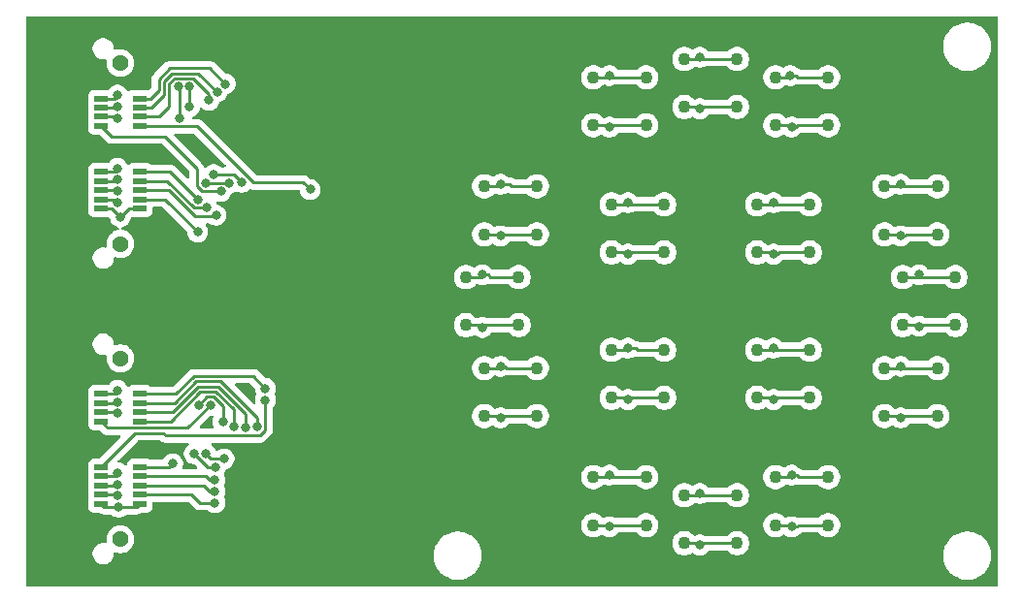
<source format=gbr>
%TF.GenerationSoftware,KiCad,Pcbnew,9.0.2*%
%TF.CreationDate,2025-05-27T11:43:11-07:00*%
%TF.ProjectId,16_6mSiPMs_9,31365f36-6d53-4695-904d-735f392e6b69,rev?*%
%TF.SameCoordinates,Original*%
%TF.FileFunction,Copper,L1,Top*%
%TF.FilePolarity,Positive*%
%FSLAX46Y46*%
G04 Gerber Fmt 4.6, Leading zero omitted, Abs format (unit mm)*
G04 Created by KiCad (PCBNEW 9.0.2) date 2025-05-27 11:43:11*
%MOMM*%
%LPD*%
G01*
G04 APERTURE LIST*
%TA.AperFunction,SMDPad,CuDef*%
%ADD10C,1.100000*%
%TD*%
%TA.AperFunction,SMDPad,CuDef*%
%ADD11R,1.200000X0.500000*%
%TD*%
%TA.AperFunction,ComponentPad*%
%ADD12C,1.431000*%
%TD*%
%TA.AperFunction,ViaPad*%
%ADD13C,0.800000*%
%TD*%
%TA.AperFunction,Conductor*%
%ADD14C,0.250000*%
%TD*%
G04 APERTURE END LIST*
D10*
%TO.P,REF\u002A\u002A10,1*%
%TO.N,15C*%
X233687500Y-118162500D03*
%TO.P,REF\u002A\u002A10,2*%
X229087500Y-118162500D03*
%TO.P,REF\u002A\u002A10,3*%
%TO.N,15A*%
X229087500Y-122362500D03*
%TO.P,REF\u002A\u002A10,4*%
X233687500Y-122362500D03*
%TD*%
%TO.P,REF\u002A\u002A10,1*%
%TO.N,3C*%
X208287500Y-92762500D03*
%TO.P,REF\u002A\u002A10,2*%
X203687500Y-92762500D03*
%TO.P,REF\u002A\u002A10,3*%
%TO.N,3A*%
X203687500Y-96962500D03*
%TO.P,REF\u002A\u002A10,4*%
X208287500Y-96962500D03*
%TD*%
D11*
%TO.P,J\u002A\u002A,1*%
%TO.N,0C*%
X170250000Y-85100000D03*
%TO.P,J\u002A\u002A,2*%
%TO.N,0A*%
X173650000Y-85100000D03*
%TO.P,J\u002A\u002A,3*%
%TO.N,1C*%
X170250000Y-85900000D03*
%TO.P,J\u002A\u002A,4*%
%TO.N,1A*%
X173650000Y-85900000D03*
%TO.P,J\u002A\u002A,5*%
%TO.N,2C*%
X170250000Y-86700000D03*
%TO.P,J\u002A\u002A,6*%
%TO.N,2A*%
X173650000Y-86700000D03*
%TO.P,J\u002A\u002A,7*%
%TO.N,3C*%
X170250000Y-87500000D03*
%TO.P,J\u002A\u002A,8*%
%TO.N,3A*%
X173650000Y-87500000D03*
%TO.P,J\u002A\u002A,9*%
%TO.N,4C*%
X170250000Y-91500000D03*
%TO.P,J\u002A\u002A,10*%
%TO.N,4A*%
X173650000Y-91500000D03*
%TO.P,J\u002A\u002A,11*%
%TO.N,5C*%
X170250000Y-92300000D03*
%TO.P,J\u002A\u002A,12*%
%TO.N,5A*%
X173650000Y-92300000D03*
%TO.P,J\u002A\u002A,13*%
%TO.N,6C*%
X170250000Y-93100000D03*
%TO.P,J\u002A\u002A,14*%
%TO.N,6A*%
X173650000Y-93100000D03*
%TO.P,J\u002A\u002A,15*%
%TO.N,7C*%
X170250000Y-93900000D03*
%TO.P,J\u002A\u002A,16*%
%TO.N,7A*%
X173650000Y-93900000D03*
%TO.P,J\u002A\u002A,17*%
%TO.N,GND*%
X170250000Y-94700000D03*
%TO.P,J\u002A\u002A,18*%
X173650000Y-94700000D03*
D12*
%TO.P,J\u002A\u002A,MH1*%
%TO.N,N/C*%
X171950000Y-82005000D03*
%TO.P,J\u002A\u002A,MH2*%
X171950000Y-97795000D03*
%TD*%
D10*
%TO.P,REF\u002A\u002A10,1*%
%TO.N,2C*%
X233687500Y-83237500D03*
%TO.P,REF\u002A\u002A10,2*%
X229087500Y-83237500D03*
%TO.P,REF\u002A\u002A10,3*%
%TO.N,2A*%
X229087500Y-87437500D03*
%TO.P,REF\u002A\u002A10,4*%
X233687500Y-87437500D03*
%TD*%
%TO.P,REF\u002A\u002A10,1*%
%TO.N,7C*%
X206700000Y-100700000D03*
%TO.P,REF\u002A\u002A10,2*%
X202100000Y-100700000D03*
%TO.P,REF\u002A\u002A10,3*%
%TO.N,7A*%
X202100000Y-104900000D03*
%TO.P,REF\u002A\u002A10,4*%
X206700000Y-104900000D03*
%TD*%
%TO.P,REF\u002A\u002A10,1*%
%TO.N,10C*%
X219400000Y-107050000D03*
%TO.P,REF\u002A\u002A10,2*%
X214800000Y-107050000D03*
%TO.P,REF\u002A\u002A10,3*%
%TO.N,10A*%
X214800000Y-111250000D03*
%TO.P,REF\u002A\u002A10,4*%
X219400000Y-111250000D03*
%TD*%
%TO.P,REF\u002A\u002A10,1*%
%TO.N,4C*%
X219400000Y-94350000D03*
%TO.P,REF\u002A\u002A10,2*%
X214800000Y-94350000D03*
%TO.P,REF\u002A\u002A10,3*%
%TO.N,4A*%
X214800000Y-98550000D03*
%TO.P,REF\u002A\u002A10,4*%
X219400000Y-98550000D03*
%TD*%
%TO.P,REF\u002A\u002A10,1*%
%TO.N,9C*%
X208287500Y-108637500D03*
%TO.P,REF\u002A\u002A10,2*%
X203687500Y-108637500D03*
%TO.P,REF\u002A\u002A10,3*%
%TO.N,9A*%
X203687500Y-112837500D03*
%TO.P,REF\u002A\u002A10,4*%
X208287500Y-112837500D03*
%TD*%
%TO.P,REF\u002A\u002A10,1*%
%TO.N,1C*%
X225750000Y-81650000D03*
%TO.P,REF\u002A\u002A10,2*%
X221150000Y-81650000D03*
%TO.P,REF\u002A\u002A10,3*%
%TO.N,1A*%
X221150000Y-85850000D03*
%TO.P,REF\u002A\u002A10,4*%
X225750000Y-85850000D03*
%TD*%
%TO.P,REF\u002A\u002A10,1*%
%TO.N,14C*%
X225750000Y-119750000D03*
%TO.P,REF\u002A\u002A10,2*%
X221150000Y-119750000D03*
%TO.P,REF\u002A\u002A10,3*%
%TO.N,14A*%
X221150000Y-123950000D03*
%TO.P,REF\u002A\u002A10,4*%
X225750000Y-123950000D03*
%TD*%
%TO.P,REF\u002A\u002A10,1*%
%TO.N,6C*%
X243212500Y-92762500D03*
%TO.P,REF\u002A\u002A10,2*%
X238612500Y-92762500D03*
%TO.P,REF\u002A\u002A10,3*%
%TO.N,6A*%
X238612500Y-96962500D03*
%TO.P,REF\u002A\u002A10,4*%
X243212500Y-96962500D03*
%TD*%
%TO.P,REF\u002A\u002A10,1*%
%TO.N,8C*%
X244800000Y-100700000D03*
%TO.P,REF\u002A\u002A10,2*%
X240200000Y-100700000D03*
%TO.P,REF\u002A\u002A10,3*%
%TO.N,8A*%
X240200000Y-104900000D03*
%TO.P,REF\u002A\u002A10,4*%
X244800000Y-104900000D03*
%TD*%
%TO.P,REF\u002A\u002A10,1*%
%TO.N,12C*%
X243212500Y-108637500D03*
%TO.P,REF\u002A\u002A10,2*%
X238612500Y-108637500D03*
%TO.P,REF\u002A\u002A10,3*%
%TO.N,12A*%
X238612500Y-112837500D03*
%TO.P,REF\u002A\u002A10,4*%
X243212500Y-112837500D03*
%TD*%
%TO.P,REF\u002A\u002A10,1*%
%TO.N,5C*%
X232100000Y-94350000D03*
%TO.P,REF\u002A\u002A10,2*%
X227500000Y-94350000D03*
%TO.P,REF\u002A\u002A10,3*%
%TO.N,5A*%
X227500000Y-98550000D03*
%TO.P,REF\u002A\u002A10,4*%
X232100000Y-98550000D03*
%TD*%
D11*
%TO.P,J\u002A\u002A,1*%
%TO.N,8C*%
X170250000Y-110900000D03*
%TO.P,J\u002A\u002A,2*%
%TO.N,8A*%
X173650000Y-110900000D03*
%TO.P,J\u002A\u002A,3*%
%TO.N,9C*%
X170250000Y-111700000D03*
%TO.P,J\u002A\u002A,4*%
%TO.N,9A*%
X173650000Y-111700000D03*
%TO.P,J\u002A\u002A,5*%
%TO.N,10C*%
X170250000Y-112500000D03*
%TO.P,J\u002A\u002A,6*%
%TO.N,10A*%
X173650000Y-112500000D03*
%TO.P,J\u002A\u002A,7*%
%TO.N,11C*%
X170250000Y-113300000D03*
%TO.P,J\u002A\u002A,8*%
%TO.N,11A*%
X173650000Y-113300000D03*
%TO.P,J\u002A\u002A,9*%
%TO.N,12C*%
X170250000Y-117300000D03*
%TO.P,J\u002A\u002A,10*%
%TO.N,12A*%
X173650000Y-117300000D03*
%TO.P,J\u002A\u002A,11*%
%TO.N,13C*%
X170250000Y-118100000D03*
%TO.P,J\u002A\u002A,12*%
%TO.N,13A*%
X173650000Y-118100000D03*
%TO.P,J\u002A\u002A,13*%
%TO.N,14C*%
X170250000Y-118900000D03*
%TO.P,J\u002A\u002A,14*%
%TO.N,14A*%
X173650000Y-118900000D03*
%TO.P,J\u002A\u002A,15*%
%TO.N,15C*%
X170250000Y-119700000D03*
%TO.P,J\u002A\u002A,16*%
%TO.N,15A*%
X173650000Y-119700000D03*
%TO.P,J\u002A\u002A,17*%
%TO.N,GND*%
X170250000Y-120500000D03*
%TO.P,J\u002A\u002A,18*%
X173650000Y-120500000D03*
D12*
%TO.P,J\u002A\u002A,MH1*%
%TO.N,N/C*%
X171950000Y-107805000D03*
%TO.P,J\u002A\u002A,MH2*%
X171950000Y-123595000D03*
%TD*%
D10*
%TO.P,REF\u002A\u002A10,1*%
%TO.N,13C*%
X217812500Y-118162500D03*
%TO.P,REF\u002A\u002A10,2*%
X213212500Y-118162500D03*
%TO.P,REF\u002A\u002A10,3*%
%TO.N,13A*%
X213212500Y-122362500D03*
%TO.P,REF\u002A\u002A10,4*%
X217812500Y-122362500D03*
%TD*%
%TO.P,REF\u002A\u002A10,1*%
%TO.N,0C*%
X217812500Y-83237500D03*
%TO.P,REF\u002A\u002A10,2*%
X213212500Y-83237500D03*
%TO.P,REF\u002A\u002A10,3*%
%TO.N,0A*%
X213212500Y-87437500D03*
%TO.P,REF\u002A\u002A10,4*%
X217812500Y-87437500D03*
%TD*%
%TO.P,REF\u002A\u002A10,1*%
%TO.N,11C*%
X232100000Y-107050000D03*
%TO.P,REF\u002A\u002A10,2*%
X227500000Y-107050000D03*
%TO.P,REF\u002A\u002A10,3*%
%TO.N,11A*%
X227500000Y-111250000D03*
%TO.P,REF\u002A\u002A10,4*%
X232100000Y-111250000D03*
%TD*%
D13*
%TO.N,0A*%
X181100153Y-83825153D03*
X214600000Y-87600000D03*
%TO.N,0C*%
X171700000Y-84800000D03*
X214600000Y-83100000D03*
%TO.N,1C*%
X222500000Y-81500000D03*
X171700000Y-85800003D03*
X178000000Y-84075000D03*
X178000000Y-85800000D03*
%TO.N,1A*%
X180393044Y-84532261D03*
X222500000Y-86000000D03*
%TO.N,2C*%
X177100000Y-86800000D03*
X176999997Y-84075000D03*
X230400000Y-83100000D03*
X171700000Y-86800006D03*
%TO.N,2A*%
X230500000Y-87600000D03*
X179685936Y-85239370D03*
%TO.N,3A*%
X205100000Y-97100000D03*
X188500153Y-93050153D03*
%TO.N,3C*%
X180735950Y-93200000D03*
X205100000Y-92600000D03*
%TO.N,4A*%
X216200000Y-98700000D03*
X178703468Y-93925000D03*
%TO.N,4C*%
X216200000Y-94200000D03*
X182525306Y-92425306D03*
X171700000Y-91200000D03*
X180100601Y-91750000D03*
%TO.N,5A*%
X179485761Y-94650000D03*
X228900000Y-98700000D03*
%TO.N,5C*%
X171700000Y-92200000D03*
X179387347Y-92475000D03*
X181462653Y-92462653D03*
X228900000Y-94200000D03*
%TO.N,6A*%
X240000000Y-97100000D03*
X180300000Y-95300000D03*
%TO.N,6C*%
X171700000Y-93200003D03*
X240000000Y-92600000D03*
%TO.N,7A*%
X203500000Y-105100000D03*
X178700000Y-96750000D03*
%TO.N,7C*%
X203500000Y-100500000D03*
X171700000Y-94200006D03*
%TO.N,GND*%
X171810433Y-120793892D03*
X171937344Y-95462656D03*
%TO.N,8A*%
X241600000Y-105000000D03*
X184600000Y-110425000D03*
%TO.N,8C*%
X171700000Y-110600000D03*
X241600000Y-100500000D03*
%TO.N,9A*%
X205100000Y-113000000D03*
X183855483Y-113775002D03*
%TO.N,9C*%
X178771974Y-111875003D03*
X180900000Y-113325003D03*
X205100000Y-108500000D03*
X171700000Y-111600000D03*
%TO.N,10A*%
X182855919Y-113804619D03*
X216200000Y-111400000D03*
%TO.N,10C*%
X171700000Y-112600003D03*
X216200000Y-106900000D03*
%TO.N,11A*%
X228900000Y-111400000D03*
X181856355Y-113775003D03*
%TO.N,11C*%
X179800000Y-111875003D03*
X228900000Y-106900000D03*
%TO.N,12A*%
X240000000Y-113000000D03*
X176500000Y-117000000D03*
%TO.N,12C*%
X240000000Y-108500000D03*
X184600000Y-111425003D03*
%TO.N,13A*%
X180200000Y-118400000D03*
X214600000Y-122500000D03*
%TO.N,13C*%
X178400152Y-116125154D03*
X214600000Y-118000000D03*
X180229659Y-117346108D03*
X171700000Y-117800000D03*
%TO.N,14A*%
X180200000Y-119400003D03*
X222500000Y-124100000D03*
%TO.N,14C*%
X181000383Y-116575385D03*
X171700000Y-118800003D03*
X222500000Y-119600000D03*
X179400154Y-116125002D03*
%TO.N,15A*%
X230500000Y-122500000D03*
X180200000Y-120400006D03*
%TO.N,15C*%
X171700000Y-119800006D03*
X230500000Y-118000000D03*
%TD*%
D14*
%TO.N,0A*%
X214600000Y-87600000D02*
X214762500Y-87437500D01*
X213212500Y-87437500D02*
X214437500Y-87437500D01*
X175300000Y-83427208D02*
X175300000Y-84400000D01*
X175300000Y-84400000D02*
X174600000Y-85100000D01*
X214437500Y-87437500D02*
X214600000Y-87600000D01*
X173750000Y-85000000D02*
X173650000Y-85100000D01*
X179725000Y-82450000D02*
X176277208Y-82450000D01*
X214762500Y-87437500D02*
X217812500Y-87437500D01*
X174600000Y-85100000D02*
X173650000Y-85100000D01*
X176277208Y-82450000D02*
X175300000Y-83427208D01*
X181100153Y-83825153D02*
X179725000Y-82450000D01*
%TO.N,0C*%
X214737500Y-83237500D02*
X217812500Y-83237500D01*
X213212500Y-83237500D02*
X214462500Y-83237500D01*
X170250000Y-85100000D02*
X171400000Y-85100000D01*
X214462500Y-83237500D02*
X214600000Y-83100000D01*
X214600000Y-83100000D02*
X214737500Y-83237500D01*
X171400000Y-85100000D02*
X171700000Y-84800000D01*
%TO.N,1C*%
X171600003Y-85900000D02*
X171700000Y-85800003D01*
X221150000Y-81650000D02*
X222350000Y-81650000D01*
X222500000Y-81500000D02*
X222650000Y-81650000D01*
X178000000Y-84075000D02*
X178000000Y-85800000D01*
X222350000Y-81650000D02*
X222500000Y-81500000D01*
X222650000Y-81650000D02*
X225750000Y-81650000D01*
X170250000Y-85900000D02*
X171600003Y-85900000D01*
%TO.N,1A*%
X178760783Y-82900000D02*
X176463604Y-82900000D01*
X222350000Y-85850000D02*
X222500000Y-86000000D01*
X176463604Y-82900000D02*
X175750000Y-83613604D01*
X174650000Y-85900000D02*
X173650000Y-85900000D01*
X221150000Y-85850000D02*
X222350000Y-85850000D01*
X175750000Y-84800000D02*
X174650000Y-85900000D01*
X222500000Y-86000000D02*
X222650000Y-85850000D01*
X180393044Y-84532261D02*
X178760783Y-82900000D01*
X175750000Y-83613604D02*
X175750000Y-84800000D01*
X222650000Y-85850000D02*
X225750000Y-85850000D01*
%TO.N,2C*%
X230400000Y-83100000D02*
X230900000Y-83100000D01*
X171599994Y-86700000D02*
X171700000Y-86800006D01*
X170250000Y-86700000D02*
X171599994Y-86700000D01*
X230262500Y-83237500D02*
X230400000Y-83100000D01*
X230900000Y-83100000D02*
X231037500Y-83237500D01*
X177100000Y-86800000D02*
X177100000Y-84175003D01*
X231037500Y-83237500D02*
X233687500Y-83237500D01*
X177100000Y-84175003D02*
X176999997Y-84075000D01*
X229087500Y-83237500D02*
X230262500Y-83237500D01*
%TO.N,2A*%
X178300305Y-83350000D02*
X176650000Y-83350000D01*
X176200000Y-85800000D02*
X175300000Y-86700000D01*
X229087500Y-87437500D02*
X230337500Y-87437500D01*
X230900000Y-87600000D02*
X231062500Y-87437500D01*
X230500000Y-87600000D02*
X230900000Y-87600000D01*
X230337500Y-87437500D02*
X230500000Y-87600000D01*
X179685936Y-84735631D02*
X178300305Y-83350000D01*
X179685936Y-85239370D02*
X179685936Y-84735631D01*
X175300000Y-86700000D02*
X173650000Y-86700000D01*
X176650000Y-83350000D02*
X176200000Y-83800000D01*
X176200000Y-83800000D02*
X176200000Y-85800000D01*
X231062500Y-87437500D02*
X233687500Y-87437500D01*
%TO.N,3A*%
X178650305Y-87525000D02*
X173675000Y-87525000D01*
X183550769Y-92425464D02*
X178650305Y-87525000D01*
X204962500Y-96962500D02*
X205100000Y-97100000D01*
X203687500Y-96962500D02*
X204962500Y-96962500D01*
X183550769Y-92425464D02*
X187875464Y-92425464D01*
X173675000Y-87525000D02*
X173650000Y-87500000D01*
X205237500Y-96962500D02*
X208287500Y-96962500D01*
X187875464Y-92425464D02*
X188500153Y-93050153D01*
X205100000Y-97100000D02*
X205237500Y-96962500D01*
%TO.N,3C*%
X178600000Y-91200000D02*
X175800000Y-88400000D01*
X206062500Y-92762500D02*
X208287500Y-92762500D01*
X175800000Y-88400000D02*
X171150000Y-88400000D01*
X171150000Y-88400000D02*
X170250000Y-87500000D01*
X204937500Y-92762500D02*
X205100000Y-92600000D01*
X178600000Y-92712958D02*
X178600000Y-91200000D01*
X205100000Y-92600000D02*
X205900000Y-92600000D01*
X179087042Y-93200000D02*
X178600000Y-92712958D01*
X205900000Y-92600000D02*
X206062500Y-92762500D01*
X203687500Y-92762500D02*
X204937500Y-92762500D01*
X180735950Y-93200000D02*
X179087042Y-93200000D01*
%TO.N,4A*%
X214800000Y-98550000D02*
X216050000Y-98550000D01*
X216050000Y-98550000D02*
X216200000Y-98700000D01*
X178703468Y-93925000D02*
X176278468Y-91500000D01*
X216200000Y-98700000D02*
X216350000Y-98550000D01*
X176278468Y-91500000D02*
X173650000Y-91500000D01*
X216350000Y-98550000D02*
X219400000Y-98550000D01*
%TO.N,4C*%
X216050000Y-94350000D02*
X216200000Y-94200000D01*
X216200000Y-94200000D02*
X216350000Y-94350000D01*
X181837653Y-91737653D02*
X182525306Y-92425306D01*
X216350000Y-94350000D02*
X219400000Y-94350000D01*
X170250000Y-91500000D02*
X171400000Y-91500000D01*
X180112948Y-91737653D02*
X181837653Y-91737653D01*
X214800000Y-94350000D02*
X216050000Y-94350000D01*
X180100601Y-91750000D02*
X180112948Y-91737653D01*
X171400000Y-91500000D02*
X171700000Y-91200000D01*
%TO.N,5A*%
X228900000Y-98700000D02*
X229300000Y-98700000D01*
X229450000Y-98550000D02*
X232100000Y-98550000D01*
X178403163Y-94650000D02*
X176053163Y-92300000D01*
X228750000Y-98550000D02*
X228900000Y-98700000D01*
X227500000Y-98550000D02*
X228750000Y-98550000D01*
X176053163Y-92300000D02*
X173650000Y-92300000D01*
X179485761Y-94650000D02*
X178403163Y-94650000D01*
X229300000Y-98700000D02*
X229450000Y-98550000D01*
%TO.N,5C*%
X170250000Y-92300000D02*
X171600000Y-92300000D01*
X228900000Y-94200000D02*
X229050000Y-94350000D01*
X179387347Y-92475000D02*
X181450306Y-92475000D01*
X171600000Y-92300000D02*
X171700000Y-92200000D01*
X229050000Y-94350000D02*
X232100000Y-94350000D01*
X227500000Y-94350000D02*
X228750000Y-94350000D01*
X228750000Y-94350000D02*
X228900000Y-94200000D01*
X181450306Y-92475000D02*
X181462653Y-92462653D01*
%TO.N,6A*%
X176216767Y-93100000D02*
X173650000Y-93100000D01*
X178491767Y-95375000D02*
X176216767Y-93100000D01*
X180225000Y-95375000D02*
X178491767Y-95375000D01*
X240000000Y-97100000D02*
X240400000Y-97100000D01*
X239862500Y-96962500D02*
X240000000Y-97100000D01*
X238612500Y-96962500D02*
X239862500Y-96962500D01*
X240400000Y-97100000D02*
X240537500Y-96962500D01*
X240537500Y-96962500D02*
X243212500Y-96962500D01*
X173732996Y-93182996D02*
X173650000Y-93100000D01*
X180300000Y-95300000D02*
X180225000Y-95375000D01*
%TO.N,6C*%
X238612500Y-92762500D02*
X239837500Y-92762500D01*
X170250000Y-93100000D02*
X171599997Y-93100000D01*
X239837500Y-92762500D02*
X240000000Y-92600000D01*
X240162500Y-92762500D02*
X243212500Y-92762500D01*
X171599997Y-93100000D02*
X171700000Y-93200003D01*
X240000000Y-92600000D02*
X240162500Y-92762500D01*
%TO.N,7A*%
X203300000Y-104900000D02*
X203500000Y-105100000D01*
X203700000Y-104900000D02*
X206700000Y-104900000D01*
X203500000Y-105100000D02*
X203700000Y-104900000D01*
X175850000Y-93900000D02*
X173650000Y-93900000D01*
X202100000Y-104900000D02*
X203300000Y-104900000D01*
X178700000Y-96750000D02*
X175850000Y-93900000D01*
%TO.N,7C*%
X204000000Y-100500000D02*
X204200000Y-100700000D01*
X203300000Y-100700000D02*
X203500000Y-100500000D01*
X170250000Y-93900000D02*
X171399994Y-93900000D01*
X203500000Y-100500000D02*
X204000000Y-100500000D01*
X204200000Y-100700000D02*
X206700000Y-100700000D01*
X171399994Y-93900000D02*
X171700000Y-94200006D01*
X202100000Y-100700000D02*
X203300000Y-100700000D01*
%TO.N,GND*%
X170250000Y-120500000D02*
X170543892Y-120793892D01*
X173356108Y-120793892D02*
X173650000Y-120500000D01*
X173650000Y-94700000D02*
X172700000Y-94700000D01*
X170250000Y-94700000D02*
X171174688Y-94700000D01*
X171810433Y-120793892D02*
X173356108Y-120793892D01*
X171174688Y-94700000D02*
X171937344Y-95462656D01*
X170543892Y-120793892D02*
X171810433Y-120793892D01*
X172700000Y-94700000D02*
X171937344Y-95462656D01*
%TO.N,8A*%
X241500000Y-104900000D02*
X241600000Y-105000000D01*
X184600000Y-110425000D02*
X183525003Y-109350003D01*
X241600000Y-105000000D02*
X241700000Y-104900000D01*
X176812484Y-110900000D02*
X173650000Y-110900000D01*
X178362481Y-109350003D02*
X176812484Y-110900000D01*
X241700000Y-104900000D02*
X244800000Y-104900000D01*
X240200000Y-104900000D02*
X241500000Y-104900000D01*
X183525003Y-109350003D02*
X178362481Y-109350003D01*
%TO.N,8C*%
X241800000Y-100700000D02*
X244800000Y-100700000D01*
X241400000Y-100700000D02*
X241600000Y-100500000D01*
X171400000Y-110900000D02*
X171700000Y-110600000D01*
X170250000Y-110900000D02*
X171400000Y-110900000D01*
X241600000Y-100500000D02*
X241800000Y-100700000D01*
X240200000Y-100700000D02*
X241400000Y-100700000D01*
%TO.N,9A*%
X204937500Y-112837500D02*
X205100000Y-113000000D01*
X205100000Y-113000000D02*
X205262500Y-112837500D01*
X180659493Y-109800003D02*
X178548877Y-109800003D01*
X205262500Y-112837500D02*
X208287500Y-112837500D01*
X183855483Y-112995993D02*
X180659493Y-109800003D01*
X203687500Y-112837500D02*
X204937500Y-112837500D01*
X183855483Y-113775002D02*
X183855483Y-112995993D01*
X178548877Y-109800003D02*
X176648880Y-111700000D01*
X176648880Y-111700000D02*
X173650000Y-111700000D01*
%TO.N,9C*%
X179496974Y-111150003D02*
X178771974Y-111875003D01*
X170250000Y-111700000D02*
X171600000Y-111700000D01*
X203687500Y-108637500D02*
X204962500Y-108637500D01*
X180900000Y-111949698D02*
X180100305Y-111150003D01*
X204962500Y-108637500D02*
X205100000Y-108500000D01*
X205500000Y-108500000D02*
X205637500Y-108637500D01*
X171600000Y-111700000D02*
X171700000Y-111600000D01*
X205100000Y-108500000D02*
X205500000Y-108500000D01*
X180900000Y-113325003D02*
X180900000Y-111949698D01*
X205637500Y-108637500D02*
X208287500Y-108637500D01*
X180100305Y-111150003D02*
X179496974Y-111150003D01*
%TO.N,10A*%
X216050000Y-111250000D02*
X216200000Y-111400000D01*
X180473097Y-110250003D02*
X182855919Y-112632825D01*
X178735273Y-110250003D02*
X180473097Y-110250003D01*
X216200000Y-111400000D02*
X216350000Y-111250000D01*
X176485276Y-112500000D02*
X178735273Y-110250003D01*
X216350000Y-111250000D02*
X219400000Y-111250000D01*
X214800000Y-111250000D02*
X216050000Y-111250000D01*
X173650000Y-112500000D02*
X176485276Y-112500000D01*
X182855919Y-112632825D02*
X182855919Y-113804619D01*
%TO.N,10C*%
X171599997Y-112500000D02*
X171700000Y-112600003D01*
X216900000Y-106900000D02*
X217050000Y-107050000D01*
X170250000Y-112500000D02*
X171599997Y-112500000D01*
X216050000Y-107050000D02*
X216200000Y-106900000D01*
X214800000Y-107050000D02*
X216050000Y-107050000D01*
X217050000Y-107050000D02*
X219400000Y-107050000D01*
X216200000Y-106900000D02*
X216900000Y-106900000D01*
%TO.N,11A*%
X229050000Y-111250000D02*
X232100000Y-111250000D01*
X228900000Y-111400000D02*
X229050000Y-111250000D01*
X228750000Y-111250000D02*
X228900000Y-111400000D01*
X180286701Y-110700003D02*
X181856355Y-112269657D01*
X227500000Y-111250000D02*
X228750000Y-111250000D01*
X173650000Y-113300000D02*
X176321672Y-113300000D01*
X181856355Y-112269657D02*
X181856355Y-113775003D01*
X178921669Y-110700003D02*
X180286701Y-110700003D01*
X176321672Y-113300000D02*
X178921669Y-110700003D01*
%TO.N,11C*%
X227500000Y-107050000D02*
X228750000Y-107050000D01*
X229050000Y-107050000D02*
X232100000Y-107050000D01*
X228750000Y-107050000D02*
X228900000Y-106900000D01*
X228900000Y-106900000D02*
X229050000Y-107050000D01*
X170825000Y-113875000D02*
X170250000Y-113300000D01*
X179800000Y-111875003D02*
X177800003Y-113875000D01*
X177800003Y-113875000D02*
X170825000Y-113875000D01*
%TO.N,12A*%
X240000000Y-113000000D02*
X240162500Y-112837500D01*
X176200000Y-117300000D02*
X173650000Y-117300000D01*
X238612500Y-112837500D02*
X239837500Y-112837500D01*
X240162500Y-112837500D02*
X243212500Y-112837500D01*
X176500000Y-117000000D02*
X176200000Y-117300000D01*
X239837500Y-112837500D02*
X240000000Y-113000000D01*
%TO.N,12C*%
X239862500Y-108637500D02*
X240000000Y-108500000D01*
X173225000Y-114325000D02*
X175700000Y-114325000D01*
X184600000Y-114055790D02*
X184600000Y-111425003D01*
X175904619Y-114529619D02*
X184126171Y-114529619D01*
X240137500Y-108637500D02*
X243212500Y-108637500D01*
X175700000Y-114325000D02*
X175904619Y-114529619D01*
X240000000Y-108500000D02*
X240137500Y-108637500D01*
X184126171Y-114529619D02*
X184600000Y-114055790D01*
X170250000Y-117300000D02*
X173225000Y-114325000D01*
X238612500Y-108637500D02*
X239862500Y-108637500D01*
%TO.N,13A*%
X214737500Y-122362500D02*
X217812500Y-122362500D01*
X180200000Y-118400000D02*
X179700000Y-118400000D01*
X179400000Y-118100000D02*
X173650000Y-118100000D01*
X179700000Y-118400000D02*
X179400000Y-118100000D01*
X214462500Y-122362500D02*
X214600000Y-122500000D01*
X214600000Y-122500000D02*
X214737500Y-122362500D01*
X213212500Y-122362500D02*
X214462500Y-122362500D01*
%TO.N,13C*%
X213212500Y-118162500D02*
X214437500Y-118162500D01*
X179595955Y-117346108D02*
X178400152Y-116150305D01*
X214762500Y-118162500D02*
X217812500Y-118162500D01*
X214437500Y-118162500D02*
X214600000Y-118000000D01*
X171400000Y-118100000D02*
X171700000Y-117800000D01*
X214600000Y-118000000D02*
X214762500Y-118162500D01*
X180229659Y-117346108D02*
X179595955Y-117346108D01*
X170250000Y-118100000D02*
X171400000Y-118100000D01*
X178400152Y-116150305D02*
X178400152Y-116125154D01*
%TO.N,14A*%
X179200000Y-118900000D02*
X173650000Y-118900000D01*
X180200000Y-119400003D02*
X179700003Y-119400003D01*
X222500000Y-124100000D02*
X222650000Y-123950000D01*
X222650000Y-123950000D02*
X225750000Y-123950000D01*
X222350000Y-123950000D02*
X222500000Y-124100000D01*
X179700003Y-119400003D02*
X179200000Y-118900000D01*
X221150000Y-123950000D02*
X222350000Y-123950000D01*
%TO.N,14C*%
X170250000Y-118900000D02*
X171600003Y-118900000D01*
X222500000Y-119600000D02*
X222650000Y-119750000D01*
X171600003Y-118900000D02*
X171700000Y-118800003D01*
X179850537Y-116575385D02*
X179400154Y-116125002D01*
X222350000Y-119750000D02*
X222500000Y-119600000D01*
X221150000Y-119750000D02*
X222350000Y-119750000D01*
X222650000Y-119750000D02*
X225750000Y-119750000D01*
X181000383Y-116575385D02*
X179850537Y-116575385D01*
%TO.N,15A*%
X231137500Y-122362500D02*
X233687500Y-122362500D01*
X180200000Y-120400006D02*
X178850012Y-120400006D01*
X178150006Y-119700000D02*
X173650000Y-119700000D01*
X230362500Y-122362500D02*
X230500000Y-122500000D01*
X229087500Y-122362500D02*
X230362500Y-122362500D01*
X230500000Y-122500000D02*
X231000000Y-122500000D01*
X231000000Y-122500000D02*
X231137500Y-122362500D01*
X178850012Y-120400006D02*
X178150006Y-119700000D01*
%TO.N,15C*%
X231000000Y-118000000D02*
X231162500Y-118162500D01*
X171599994Y-119700000D02*
X171700000Y-119800006D01*
X170250000Y-119700000D02*
X171599994Y-119700000D01*
X230500000Y-118000000D02*
X231000000Y-118000000D01*
X231162500Y-118162500D02*
X233687500Y-118162500D01*
X230337500Y-118162500D02*
X230500000Y-118000000D01*
X229087500Y-118162500D02*
X230337500Y-118162500D01*
%TD*%
%TA.AperFunction,NonConductor*%
G36*
X248442539Y-77920185D02*
G01*
X248488294Y-77972989D01*
X248499500Y-78024500D01*
X248499500Y-127575500D01*
X248479815Y-127642539D01*
X248427011Y-127688294D01*
X248375500Y-127699500D01*
X163824500Y-127699500D01*
X163757461Y-127679815D01*
X163711706Y-127627011D01*
X163700500Y-127575500D01*
X163700500Y-124936156D01*
X169524499Y-124936156D01*
X169560065Y-125114952D01*
X169560068Y-125114962D01*
X169629831Y-125283387D01*
X169629833Y-125283391D01*
X169731113Y-125434967D01*
X169731119Y-125434975D01*
X169860024Y-125563880D01*
X169860032Y-125563886D01*
X170011608Y-125665166D01*
X170011612Y-125665168D01*
X170180037Y-125734931D01*
X170180042Y-125734933D01*
X170180046Y-125734933D01*
X170180047Y-125734934D01*
X170358843Y-125770500D01*
X170358846Y-125770500D01*
X170541156Y-125770500D01*
X170699170Y-125739068D01*
X170719958Y-125734933D01*
X170888389Y-125665167D01*
X170888391Y-125665166D01*
X170963672Y-125614864D01*
X171039972Y-125563883D01*
X171168883Y-125434972D01*
X171270167Y-125283389D01*
X171339933Y-125114958D01*
X171361109Y-125008500D01*
X171375500Y-124936156D01*
X171375500Y-124887332D01*
X199274500Y-124887332D01*
X199274500Y-125162667D01*
X199274501Y-125162684D01*
X199310438Y-125435655D01*
X199310439Y-125435660D01*
X199310440Y-125435666D01*
X199310441Y-125435668D01*
X199381704Y-125701630D01*
X199487075Y-125956017D01*
X199487080Y-125956028D01*
X199566809Y-126094121D01*
X199624751Y-126194479D01*
X199624753Y-126194482D01*
X199624754Y-126194483D01*
X199792370Y-126412926D01*
X199792376Y-126412933D01*
X199987066Y-126607623D01*
X199987072Y-126607628D01*
X200205521Y-126775249D01*
X200358778Y-126863732D01*
X200443971Y-126912919D01*
X200443976Y-126912921D01*
X200443979Y-126912923D01*
X200698368Y-127018295D01*
X200964334Y-127089560D01*
X201237326Y-127125500D01*
X201237333Y-127125500D01*
X201512667Y-127125500D01*
X201512674Y-127125500D01*
X201785666Y-127089560D01*
X202051632Y-127018295D01*
X202306021Y-126912923D01*
X202544479Y-126775249D01*
X202762928Y-126607628D01*
X202957628Y-126412928D01*
X203125249Y-126194479D01*
X203262923Y-125956021D01*
X203368295Y-125701632D01*
X203439560Y-125435666D01*
X203475500Y-125162674D01*
X203475500Y-124887326D01*
X203439560Y-124614334D01*
X203368295Y-124348368D01*
X203262923Y-124093979D01*
X203125249Y-123855521D01*
X203117745Y-123845742D01*
X220091500Y-123845742D01*
X220091500Y-124054257D01*
X220132175Y-124258745D01*
X220132177Y-124258753D01*
X220211967Y-124451385D01*
X220211972Y-124451394D01*
X220327808Y-124624754D01*
X220327811Y-124624758D01*
X220475241Y-124772188D01*
X220475245Y-124772191D01*
X220648605Y-124888027D01*
X220648611Y-124888030D01*
X220648612Y-124888031D01*
X220841247Y-124967823D01*
X221045742Y-125008499D01*
X221045746Y-125008500D01*
X221045747Y-125008500D01*
X221254254Y-125008500D01*
X221254255Y-125008499D01*
X221458753Y-124967823D01*
X221651388Y-124888031D01*
X221778860Y-124802856D01*
X221845537Y-124781979D01*
X221912918Y-124800463D01*
X221916642Y-124802857D01*
X222069657Y-124905098D01*
X222069661Y-124905100D01*
X222069664Y-124905102D01*
X222235000Y-124973587D01*
X222410516Y-125008499D01*
X222410520Y-125008500D01*
X222410521Y-125008500D01*
X222589480Y-125008500D01*
X222589481Y-125008499D01*
X222765000Y-124973587D01*
X222930336Y-124905102D01*
X223079135Y-124805678D01*
X223205678Y-124679135D01*
X223230586Y-124641858D01*
X223232757Y-124638609D01*
X223286369Y-124593804D01*
X223335859Y-124583500D01*
X224835304Y-124583500D01*
X224902343Y-124603185D01*
X224922667Y-124621281D01*
X224923501Y-124620448D01*
X225075241Y-124772188D01*
X225075245Y-124772191D01*
X225248605Y-124888027D01*
X225248611Y-124888030D01*
X225248612Y-124888031D01*
X225441247Y-124967823D01*
X225645742Y-125008499D01*
X225645746Y-125008500D01*
X225645747Y-125008500D01*
X225854254Y-125008500D01*
X225854255Y-125008499D01*
X226058753Y-124967823D01*
X226251388Y-124888031D01*
X226252434Y-124887332D01*
X243724500Y-124887332D01*
X243724500Y-125162667D01*
X243724501Y-125162684D01*
X243760438Y-125435655D01*
X243760439Y-125435660D01*
X243760440Y-125435666D01*
X243760441Y-125435668D01*
X243831704Y-125701630D01*
X243937075Y-125956017D01*
X243937080Y-125956028D01*
X244016809Y-126094121D01*
X244074751Y-126194479D01*
X244074753Y-126194482D01*
X244074754Y-126194483D01*
X244242370Y-126412926D01*
X244242376Y-126412933D01*
X244437066Y-126607623D01*
X244437072Y-126607628D01*
X244655521Y-126775249D01*
X244808778Y-126863732D01*
X244893971Y-126912919D01*
X244893976Y-126912921D01*
X244893979Y-126912923D01*
X245148368Y-127018295D01*
X245414334Y-127089560D01*
X245687326Y-127125500D01*
X245687333Y-127125500D01*
X245962667Y-127125500D01*
X245962674Y-127125500D01*
X246235666Y-127089560D01*
X246501632Y-127018295D01*
X246756021Y-126912923D01*
X246994479Y-126775249D01*
X247212928Y-126607628D01*
X247407628Y-126412928D01*
X247575249Y-126194479D01*
X247712923Y-125956021D01*
X247818295Y-125701632D01*
X247889560Y-125435666D01*
X247925500Y-125162674D01*
X247925500Y-124887326D01*
X247889560Y-124614334D01*
X247818295Y-124348368D01*
X247712923Y-124093979D01*
X247712921Y-124093976D01*
X247712919Y-124093971D01*
X247649314Y-123983806D01*
X247575249Y-123855521D01*
X247449262Y-123691331D01*
X247407629Y-123637073D01*
X247407623Y-123637066D01*
X247212933Y-123442376D01*
X247212926Y-123442370D01*
X246994483Y-123274754D01*
X246994482Y-123274753D01*
X246994479Y-123274751D01*
X246899407Y-123219861D01*
X246756028Y-123137080D01*
X246756017Y-123137075D01*
X246501630Y-123031704D01*
X246368378Y-122996000D01*
X246235666Y-122960440D01*
X246235660Y-122960439D01*
X246235655Y-122960438D01*
X245962684Y-122924501D01*
X245962679Y-122924500D01*
X245962674Y-122924500D01*
X245687326Y-122924500D01*
X245687320Y-122924500D01*
X245687315Y-122924501D01*
X245414344Y-122960438D01*
X245414337Y-122960439D01*
X245414334Y-122960440D01*
X245358125Y-122975500D01*
X245148369Y-123031704D01*
X244893982Y-123137075D01*
X244893971Y-123137080D01*
X244655516Y-123274754D01*
X244437073Y-123442370D01*
X244437066Y-123442376D01*
X244242376Y-123637066D01*
X244242370Y-123637073D01*
X244074754Y-123855516D01*
X244074751Y-123855520D01*
X244074751Y-123855521D01*
X244065752Y-123871106D01*
X243937080Y-124093971D01*
X243937075Y-124093982D01*
X243831704Y-124348369D01*
X243804101Y-124451388D01*
X243763428Y-124603185D01*
X243760441Y-124614331D01*
X243760438Y-124614344D01*
X243724501Y-124887315D01*
X243724500Y-124887332D01*
X226252434Y-124887332D01*
X226284369Y-124865994D01*
X226412822Y-124780165D01*
X226412822Y-124780164D01*
X226424755Y-124772191D01*
X226572191Y-124624755D01*
X226688031Y-124451388D01*
X226767823Y-124258753D01*
X226808500Y-124054253D01*
X226808500Y-123845747D01*
X226767823Y-123641247D01*
X226688031Y-123448612D01*
X226688030Y-123448611D01*
X226688027Y-123448605D01*
X226572191Y-123275245D01*
X226572188Y-123275241D01*
X226424758Y-123127811D01*
X226424754Y-123127808D01*
X226251394Y-123011972D01*
X226251385Y-123011967D01*
X226058753Y-122932177D01*
X226058745Y-122932175D01*
X225854257Y-122891500D01*
X225854253Y-122891500D01*
X225645747Y-122891500D01*
X225645742Y-122891500D01*
X225441254Y-122932175D01*
X225441246Y-122932177D01*
X225248614Y-123011967D01*
X225248605Y-123011972D01*
X225075245Y-123127808D01*
X225075241Y-123127811D01*
X224923501Y-123279552D01*
X224921611Y-123277662D01*
X224873435Y-123310492D01*
X224835304Y-123316500D01*
X223000281Y-123316500D01*
X222935812Y-123297569D01*
X222935706Y-123297768D01*
X222934753Y-123297258D01*
X222933242Y-123296815D01*
X222931393Y-123295604D01*
X222930336Y-123294897D01*
X222765000Y-123226413D01*
X222764992Y-123226411D01*
X222589483Y-123191500D01*
X222589479Y-123191500D01*
X222410521Y-123191500D01*
X222410516Y-123191500D01*
X222235007Y-123226411D01*
X222234995Y-123226414D01*
X222091183Y-123285983D01*
X222021714Y-123293452D01*
X221959235Y-123262177D01*
X221956050Y-123259103D01*
X221824758Y-123127811D01*
X221824754Y-123127808D01*
X221651394Y-123011972D01*
X221651385Y-123011967D01*
X221458753Y-122932177D01*
X221458745Y-122932175D01*
X221254257Y-122891500D01*
X221254253Y-122891500D01*
X221045747Y-122891500D01*
X221045742Y-122891500D01*
X220841254Y-122932175D01*
X220841246Y-122932177D01*
X220648614Y-123011967D01*
X220648605Y-123011972D01*
X220475245Y-123127808D01*
X220475241Y-123127811D01*
X220327811Y-123275241D01*
X220327808Y-123275245D01*
X220211972Y-123448605D01*
X220211967Y-123448614D01*
X220132177Y-123641246D01*
X220132175Y-123641254D01*
X220091500Y-123845742D01*
X203117745Y-123845742D01*
X202999262Y-123691331D01*
X202957629Y-123637073D01*
X202957623Y-123637066D01*
X202762933Y-123442376D01*
X202762926Y-123442370D01*
X202544483Y-123274754D01*
X202544482Y-123274753D01*
X202544479Y-123274751D01*
X202449407Y-123219861D01*
X202306028Y-123137080D01*
X202306017Y-123137075D01*
X202051630Y-123031704D01*
X201918378Y-122996000D01*
X201785666Y-122960440D01*
X201785660Y-122960439D01*
X201785655Y-122960438D01*
X201512684Y-122924501D01*
X201512679Y-122924500D01*
X201512674Y-122924500D01*
X201237326Y-122924500D01*
X201237320Y-122924500D01*
X201237315Y-122924501D01*
X200964344Y-122960438D01*
X200964337Y-122960439D01*
X200964334Y-122960440D01*
X200908125Y-122975500D01*
X200698369Y-123031704D01*
X200443982Y-123137075D01*
X200443971Y-123137080D01*
X200205516Y-123274754D01*
X199987073Y-123442370D01*
X199987066Y-123442376D01*
X199792376Y-123637066D01*
X199792370Y-123637073D01*
X199624754Y-123855516D01*
X199624751Y-123855520D01*
X199624751Y-123855521D01*
X199615752Y-123871106D01*
X199487080Y-124093971D01*
X199487075Y-124093982D01*
X199381704Y-124348369D01*
X199354101Y-124451388D01*
X199313428Y-124603185D01*
X199310441Y-124614331D01*
X199310438Y-124614344D01*
X199274501Y-124887315D01*
X199274500Y-124887332D01*
X171375500Y-124887332D01*
X171375500Y-124865994D01*
X171395185Y-124798955D01*
X171447989Y-124753200D01*
X171517147Y-124743256D01*
X171537812Y-124748061D01*
X171663379Y-124788861D01*
X171853669Y-124819000D01*
X171853670Y-124819000D01*
X172046330Y-124819000D01*
X172046331Y-124819000D01*
X172236621Y-124788861D01*
X172419853Y-124729325D01*
X172591516Y-124641859D01*
X172747383Y-124528615D01*
X172883615Y-124392383D01*
X172996859Y-124236516D01*
X173084325Y-124064853D01*
X173143861Y-123881621D01*
X173174000Y-123691331D01*
X173174000Y-123498669D01*
X173143861Y-123308379D01*
X173084325Y-123125147D01*
X172996859Y-122953484D01*
X172883615Y-122797617D01*
X172747383Y-122661385D01*
X172591516Y-122548141D01*
X172419853Y-122460675D01*
X172236621Y-122401139D01*
X172236619Y-122401138D01*
X172236618Y-122401138D01*
X172069237Y-122374628D01*
X172069236Y-122374627D01*
X172046331Y-122371000D01*
X171853669Y-122371000D01*
X171830769Y-122374627D01*
X171663381Y-122401138D01*
X171480144Y-122460676D01*
X171308483Y-122548141D01*
X171219556Y-122612750D01*
X171152617Y-122661385D01*
X171152615Y-122661387D01*
X171152614Y-122661387D01*
X171016387Y-122797614D01*
X171016387Y-122797615D01*
X171016385Y-122797617D01*
X170968238Y-122863885D01*
X170903141Y-122953483D01*
X170815676Y-123125144D01*
X170756138Y-123308381D01*
X170734916Y-123442376D01*
X170726000Y-123498669D01*
X170726000Y-123691331D01*
X170741495Y-123789162D01*
X170732539Y-123858456D01*
X170687542Y-123911907D01*
X170620791Y-123932546D01*
X170594830Y-123930176D01*
X170541158Y-123919500D01*
X170541154Y-123919500D01*
X170358846Y-123919500D01*
X170358844Y-123919500D01*
X170180047Y-123955065D01*
X170180037Y-123955068D01*
X170011612Y-124024831D01*
X170011608Y-124024833D01*
X169860032Y-124126113D01*
X169860024Y-124126119D01*
X169731119Y-124255024D01*
X169731113Y-124255032D01*
X169629833Y-124406608D01*
X169629831Y-124406612D01*
X169560068Y-124575037D01*
X169560065Y-124575047D01*
X169524500Y-124753843D01*
X169524500Y-124753846D01*
X169524500Y-124936154D01*
X169524500Y-124936156D01*
X169524499Y-124936156D01*
X163700500Y-124936156D01*
X163700500Y-122258242D01*
X212154000Y-122258242D01*
X212154000Y-122466757D01*
X212194675Y-122671245D01*
X212194677Y-122671253D01*
X212274467Y-122863885D01*
X212274472Y-122863894D01*
X212390308Y-123037254D01*
X212390311Y-123037258D01*
X212537741Y-123184688D01*
X212537745Y-123184691D01*
X212711105Y-123300527D01*
X212711114Y-123300532D01*
X212735160Y-123310492D01*
X212903747Y-123380323D01*
X213108242Y-123420999D01*
X213108246Y-123421000D01*
X213108247Y-123421000D01*
X213316754Y-123421000D01*
X213316755Y-123420999D01*
X213521253Y-123380323D01*
X213713888Y-123300531D01*
X213870340Y-123195992D01*
X213937017Y-123175115D01*
X214004397Y-123193599D01*
X214017894Y-123203241D01*
X214020859Y-123205674D01*
X214169657Y-123305098D01*
X214169661Y-123305100D01*
X214169664Y-123305102D01*
X214335000Y-123373587D01*
X214510516Y-123408499D01*
X214510520Y-123408500D01*
X214510521Y-123408500D01*
X214689480Y-123408500D01*
X214689481Y-123408499D01*
X214865000Y-123373587D01*
X215030336Y-123305102D01*
X215179135Y-123205678D01*
X215305678Y-123079135D01*
X215317528Y-123061400D01*
X215324405Y-123051109D01*
X215378018Y-123006304D01*
X215427507Y-122996000D01*
X216897804Y-122996000D01*
X216964843Y-123015685D01*
X216985167Y-123033781D01*
X216986001Y-123032948D01*
X217137741Y-123184688D01*
X217137745Y-123184691D01*
X217311105Y-123300527D01*
X217311114Y-123300532D01*
X217335160Y-123310492D01*
X217503747Y-123380323D01*
X217708242Y-123420999D01*
X217708246Y-123421000D01*
X217708247Y-123421000D01*
X217916754Y-123421000D01*
X217916755Y-123420999D01*
X218121253Y-123380323D01*
X218313888Y-123300531D01*
X218487255Y-123184691D01*
X218634691Y-123037255D01*
X218750531Y-122863888D01*
X218830323Y-122671253D01*
X218871000Y-122466753D01*
X218871000Y-122258247D01*
X218870999Y-122258242D01*
X228029000Y-122258242D01*
X228029000Y-122466757D01*
X228069675Y-122671245D01*
X228069677Y-122671253D01*
X228149467Y-122863885D01*
X228149472Y-122863894D01*
X228265308Y-123037254D01*
X228265311Y-123037258D01*
X228412741Y-123184688D01*
X228412745Y-123184691D01*
X228586105Y-123300527D01*
X228586114Y-123300532D01*
X228610160Y-123310492D01*
X228778747Y-123380323D01*
X228983242Y-123420999D01*
X228983246Y-123421000D01*
X228983247Y-123421000D01*
X229191754Y-123421000D01*
X229191755Y-123420999D01*
X229396253Y-123380323D01*
X229588888Y-123300531D01*
X229760141Y-123186103D01*
X229826816Y-123165226D01*
X229894196Y-123183710D01*
X229916711Y-123201525D01*
X229920861Y-123205675D01*
X229920865Y-123205678D01*
X230069657Y-123305098D01*
X230069661Y-123305100D01*
X230069664Y-123305102D01*
X230235000Y-123373587D01*
X230410516Y-123408499D01*
X230410520Y-123408500D01*
X230410521Y-123408500D01*
X230589480Y-123408500D01*
X230589481Y-123408499D01*
X230765000Y-123373587D01*
X230930336Y-123305102D01*
X231079135Y-123205678D01*
X231151765Y-123133046D01*
X231153455Y-123131814D01*
X231154010Y-123130858D01*
X231161003Y-123126312D01*
X231182791Y-123110429D01*
X231187299Y-123108113D01*
X231300075Y-123061400D01*
X231372589Y-123012947D01*
X231378916Y-123009698D01*
X231406526Y-123004420D01*
X231433354Y-122996020D01*
X231435568Y-122996000D01*
X232772804Y-122996000D01*
X232839843Y-123015685D01*
X232860167Y-123033781D01*
X232861001Y-123032948D01*
X233012741Y-123184688D01*
X233012745Y-123184691D01*
X233186105Y-123300527D01*
X233186114Y-123300532D01*
X233210160Y-123310492D01*
X233378747Y-123380323D01*
X233583242Y-123420999D01*
X233583246Y-123421000D01*
X233583247Y-123421000D01*
X233791754Y-123421000D01*
X233791755Y-123420999D01*
X233996253Y-123380323D01*
X234188888Y-123300531D01*
X234362255Y-123184691D01*
X234509691Y-123037255D01*
X234625531Y-122863888D01*
X234705323Y-122671253D01*
X234746000Y-122466753D01*
X234746000Y-122258247D01*
X234705323Y-122053747D01*
X234625531Y-121861112D01*
X234625530Y-121861111D01*
X234625527Y-121861105D01*
X234509691Y-121687745D01*
X234509688Y-121687741D01*
X234362258Y-121540311D01*
X234362254Y-121540308D01*
X234188894Y-121424472D01*
X234188885Y-121424467D01*
X233996253Y-121344677D01*
X233996245Y-121344675D01*
X233791757Y-121304000D01*
X233791753Y-121304000D01*
X233583247Y-121304000D01*
X233583242Y-121304000D01*
X233378754Y-121344675D01*
X233378746Y-121344677D01*
X233186114Y-121424467D01*
X233186105Y-121424472D01*
X233012745Y-121540308D01*
X233012741Y-121540311D01*
X232861001Y-121692052D01*
X232859111Y-121690162D01*
X232810935Y-121722992D01*
X232772804Y-121729000D01*
X231075104Y-121729000D01*
X231053246Y-121733347D01*
X230983655Y-121727117D01*
X230960167Y-121714830D01*
X230930344Y-121694902D01*
X230930332Y-121694896D01*
X230765000Y-121626413D01*
X230764992Y-121626411D01*
X230589483Y-121591500D01*
X230589479Y-121591500D01*
X230410521Y-121591500D01*
X230410516Y-121591500D01*
X230235007Y-121626411D01*
X230234999Y-121626413D01*
X230069665Y-121694897D01*
X230069660Y-121694899D01*
X230062661Y-121699576D01*
X229995983Y-121720449D01*
X229928604Y-121701960D01*
X229906097Y-121684150D01*
X229762258Y-121540311D01*
X229762254Y-121540308D01*
X229588894Y-121424472D01*
X229588885Y-121424467D01*
X229396253Y-121344677D01*
X229396245Y-121344675D01*
X229191757Y-121304000D01*
X229191753Y-121304000D01*
X228983247Y-121304000D01*
X228983242Y-121304000D01*
X228778754Y-121344675D01*
X228778746Y-121344677D01*
X228586114Y-121424467D01*
X228586105Y-121424472D01*
X228412745Y-121540308D01*
X228412741Y-121540311D01*
X228265311Y-121687741D01*
X228265308Y-121687745D01*
X228149472Y-121861105D01*
X228149467Y-121861114D01*
X228069677Y-122053746D01*
X228069675Y-122053754D01*
X228029000Y-122258242D01*
X218870999Y-122258242D01*
X218830323Y-122053747D01*
X218750531Y-121861112D01*
X218750530Y-121861111D01*
X218750527Y-121861105D01*
X218634691Y-121687745D01*
X218634688Y-121687741D01*
X218487258Y-121540311D01*
X218487254Y-121540308D01*
X218313894Y-121424472D01*
X218313885Y-121424467D01*
X218121253Y-121344677D01*
X218121245Y-121344675D01*
X217916757Y-121304000D01*
X217916753Y-121304000D01*
X217708247Y-121304000D01*
X217708242Y-121304000D01*
X217503754Y-121344675D01*
X217503746Y-121344677D01*
X217311114Y-121424467D01*
X217311105Y-121424472D01*
X217137745Y-121540308D01*
X217137741Y-121540311D01*
X216986001Y-121692052D01*
X216984111Y-121690162D01*
X216935935Y-121722992D01*
X216897804Y-121729000D01*
X215118988Y-121729000D01*
X215051949Y-121709315D01*
X215050127Y-121708122D01*
X215030336Y-121694898D01*
X215030333Y-121694896D01*
X215030332Y-121694896D01*
X214865000Y-121626413D01*
X214864992Y-121626411D01*
X214689483Y-121591500D01*
X214689479Y-121591500D01*
X214510521Y-121591500D01*
X214510516Y-121591500D01*
X214335007Y-121626411D01*
X214334999Y-121626413D01*
X214169659Y-121694899D01*
X214167460Y-121696075D01*
X214166177Y-121696341D01*
X214164036Y-121697229D01*
X214163867Y-121696822D01*
X214099056Y-121710309D01*
X214033815Y-121685302D01*
X214021338Y-121674391D01*
X213887258Y-121540311D01*
X213887254Y-121540308D01*
X213713894Y-121424472D01*
X213713885Y-121424467D01*
X213521253Y-121344677D01*
X213521245Y-121344675D01*
X213316757Y-121304000D01*
X213316753Y-121304000D01*
X213108247Y-121304000D01*
X213108242Y-121304000D01*
X212903754Y-121344675D01*
X212903746Y-121344677D01*
X212711114Y-121424467D01*
X212711105Y-121424472D01*
X212537745Y-121540308D01*
X212537741Y-121540311D01*
X212390311Y-121687741D01*
X212390308Y-121687745D01*
X212274472Y-121861105D01*
X212274467Y-121861114D01*
X212194677Y-122053746D01*
X212194675Y-122053754D01*
X212154000Y-122258242D01*
X163700500Y-122258242D01*
X163700500Y-110601345D01*
X169141500Y-110601345D01*
X169141500Y-111198654D01*
X169148010Y-111259197D01*
X169149796Y-111266755D01*
X169147822Y-111267221D01*
X169152046Y-111326374D01*
X169148839Y-111337291D01*
X169148010Y-111340802D01*
X169141500Y-111401345D01*
X169141500Y-111998654D01*
X169148010Y-112059197D01*
X169149796Y-112066755D01*
X169147822Y-112067221D01*
X169152046Y-112126374D01*
X169148839Y-112137291D01*
X169148010Y-112140802D01*
X169141500Y-112201345D01*
X169141500Y-112798654D01*
X169148010Y-112859197D01*
X169149796Y-112866755D01*
X169147822Y-112867221D01*
X169152046Y-112926374D01*
X169148839Y-112937291D01*
X169148010Y-112940802D01*
X169141500Y-113001345D01*
X169141500Y-113598654D01*
X169148011Y-113659202D01*
X169148011Y-113659204D01*
X169198339Y-113794135D01*
X169199111Y-113796204D01*
X169286739Y-113913261D01*
X169403796Y-114000889D01*
X169540799Y-114051989D01*
X169568050Y-114054918D01*
X169601345Y-114058499D01*
X169601362Y-114058500D01*
X170061233Y-114058500D01*
X170128272Y-114078185D01*
X170148914Y-114094819D01*
X170421163Y-114367069D01*
X170421167Y-114367072D01*
X170524921Y-114436399D01*
X170524923Y-114436399D01*
X170524925Y-114436401D01*
X170638641Y-114483503D01*
X170640215Y-114484155D01*
X170762601Y-114508499D01*
X170762605Y-114508500D01*
X170762606Y-114508500D01*
X171846234Y-114508500D01*
X171913273Y-114528185D01*
X171959028Y-114580989D01*
X171968972Y-114650147D01*
X171939947Y-114713703D01*
X171933915Y-114720181D01*
X170148915Y-116505181D01*
X170087592Y-116538666D01*
X170061234Y-116541500D01*
X169601345Y-116541500D01*
X169540797Y-116548011D01*
X169540795Y-116548011D01*
X169403795Y-116599111D01*
X169286739Y-116686739D01*
X169199111Y-116803795D01*
X169148011Y-116940795D01*
X169148011Y-116940797D01*
X169141500Y-117001345D01*
X169141500Y-117598654D01*
X169148010Y-117659197D01*
X169149796Y-117666755D01*
X169147822Y-117667221D01*
X169152046Y-117726374D01*
X169148839Y-117737291D01*
X169148010Y-117740802D01*
X169141500Y-117801345D01*
X169141500Y-118398654D01*
X169148010Y-118459197D01*
X169149796Y-118466755D01*
X169147822Y-118467221D01*
X169152046Y-118526374D01*
X169148839Y-118537291D01*
X169148010Y-118540802D01*
X169141500Y-118601345D01*
X169141500Y-119198654D01*
X169148010Y-119259197D01*
X169149796Y-119266755D01*
X169147822Y-119267221D01*
X169152046Y-119326374D01*
X169148839Y-119337291D01*
X169148010Y-119340802D01*
X169141500Y-119401345D01*
X169141500Y-119998654D01*
X169148010Y-120059197D01*
X169149796Y-120066755D01*
X169147822Y-120067221D01*
X169152046Y-120126374D01*
X169148839Y-120137291D01*
X169148010Y-120140802D01*
X169141500Y-120201345D01*
X169141500Y-120798654D01*
X169148011Y-120859202D01*
X169148011Y-120859204D01*
X169186130Y-120961402D01*
X169199111Y-120996204D01*
X169286739Y-121113261D01*
X169403796Y-121200889D01*
X169540799Y-121251989D01*
X169568050Y-121254918D01*
X169601345Y-121258499D01*
X169601362Y-121258500D01*
X170062227Y-121258500D01*
X170129266Y-121278185D01*
X170138762Y-121285097D01*
X170243810Y-121355288D01*
X170243816Y-121355291D01*
X170243817Y-121355292D01*
X170359107Y-121403047D01*
X170466793Y-121424467D01*
X170481493Y-121427391D01*
X170481497Y-121427392D01*
X170481498Y-121427392D01*
X171107758Y-121427392D01*
X171174797Y-121447077D01*
X171195440Y-121463712D01*
X171231294Y-121499567D01*
X171231298Y-121499570D01*
X171380090Y-121598990D01*
X171380094Y-121598992D01*
X171380097Y-121598994D01*
X171545433Y-121667479D01*
X171694998Y-121697229D01*
X171720949Y-121702391D01*
X171720953Y-121702392D01*
X171720954Y-121702392D01*
X171899913Y-121702392D01*
X171899914Y-121702391D01*
X172075433Y-121667479D01*
X172240769Y-121598994D01*
X172389568Y-121499570D01*
X172425426Y-121463712D01*
X172486748Y-121430226D01*
X172513108Y-121427392D01*
X173418503Y-121427392D01*
X173418504Y-121427391D01*
X173540893Y-121403047D01*
X173656183Y-121355292D01*
X173656189Y-121355288D01*
X173765006Y-121282579D01*
X173765819Y-121283796D01*
X173823417Y-121259334D01*
X173837773Y-121258500D01*
X174298638Y-121258500D01*
X174298654Y-121258499D01*
X174325692Y-121255591D01*
X174359201Y-121251989D01*
X174496204Y-121200889D01*
X174613261Y-121113261D01*
X174700889Y-120996204D01*
X174751989Y-120859201D01*
X174757440Y-120808499D01*
X174758499Y-120798654D01*
X174758500Y-120798637D01*
X174758500Y-120457500D01*
X174778185Y-120390461D01*
X174830989Y-120344706D01*
X174882500Y-120333500D01*
X177836240Y-120333500D01*
X177903279Y-120353185D01*
X177923921Y-120369819D01*
X178446175Y-120892074D01*
X178446179Y-120892077D01*
X178549930Y-120961402D01*
X178549936Y-120961405D01*
X178549937Y-120961406D01*
X178665227Y-121009161D01*
X178787613Y-121033505D01*
X178787617Y-121033506D01*
X178787618Y-121033506D01*
X178912406Y-121033506D01*
X179497325Y-121033506D01*
X179564364Y-121053191D01*
X179585007Y-121069826D01*
X179620861Y-121105681D01*
X179620865Y-121105684D01*
X179769657Y-121205104D01*
X179769661Y-121205106D01*
X179769664Y-121205108D01*
X179935000Y-121273593D01*
X180087868Y-121304000D01*
X180110516Y-121308505D01*
X180110520Y-121308506D01*
X180110521Y-121308506D01*
X180289480Y-121308506D01*
X180289481Y-121308505D01*
X180465000Y-121273593D01*
X180630336Y-121205108D01*
X180779135Y-121105684D01*
X180905678Y-120979141D01*
X181005102Y-120830342D01*
X181073587Y-120665006D01*
X181108500Y-120489485D01*
X181108500Y-120310527D01*
X181073587Y-120135006D01*
X181005102Y-119969670D01*
X181004584Y-119968895D01*
X181004437Y-119968426D01*
X181002232Y-119964300D01*
X181003014Y-119963881D01*
X180983706Y-119902220D01*
X181002189Y-119834839D01*
X181004566Y-119831139D01*
X181005102Y-119830339D01*
X181073587Y-119665003D01*
X181077418Y-119645742D01*
X220091500Y-119645742D01*
X220091500Y-119854257D01*
X220132175Y-120058745D01*
X220132177Y-120058753D01*
X220211967Y-120251385D01*
X220211972Y-120251394D01*
X220327808Y-120424754D01*
X220327811Y-120424758D01*
X220475241Y-120572188D01*
X220475245Y-120572191D01*
X220648605Y-120688027D01*
X220648611Y-120688030D01*
X220648612Y-120688031D01*
X220841247Y-120767823D01*
X221045742Y-120808499D01*
X221045746Y-120808500D01*
X221045747Y-120808500D01*
X221254254Y-120808500D01*
X221254255Y-120808499D01*
X221458753Y-120767823D01*
X221651388Y-120688031D01*
X221824755Y-120572191D01*
X221956051Y-120440894D01*
X222017372Y-120407411D01*
X222087064Y-120412395D01*
X222091186Y-120414016D01*
X222235000Y-120473587D01*
X222410516Y-120508499D01*
X222410520Y-120508500D01*
X222410521Y-120508500D01*
X222589480Y-120508500D01*
X222589481Y-120508499D01*
X222765000Y-120473587D01*
X222930336Y-120405102D01*
X222931393Y-120404396D01*
X222932031Y-120404196D01*
X222935706Y-120402232D01*
X222936078Y-120402929D01*
X222998071Y-120383520D01*
X223000281Y-120383500D01*
X224835304Y-120383500D01*
X224902343Y-120403185D01*
X224922667Y-120421281D01*
X224923501Y-120420448D01*
X225075241Y-120572188D01*
X225075245Y-120572191D01*
X225248605Y-120688027D01*
X225248611Y-120688030D01*
X225248612Y-120688031D01*
X225441247Y-120767823D01*
X225645742Y-120808499D01*
X225645746Y-120808500D01*
X225645747Y-120808500D01*
X225854254Y-120808500D01*
X225854255Y-120808499D01*
X226058753Y-120767823D01*
X226251388Y-120688031D01*
X226424755Y-120572191D01*
X226572191Y-120424755D01*
X226688031Y-120251388D01*
X226767823Y-120058753D01*
X226808500Y-119854253D01*
X226808500Y-119645747D01*
X226767823Y-119441247D01*
X226692417Y-119259201D01*
X226688032Y-119248614D01*
X226688027Y-119248605D01*
X226572191Y-119075245D01*
X226572188Y-119075241D01*
X226424758Y-118927811D01*
X226424754Y-118927808D01*
X226251394Y-118811972D01*
X226251385Y-118811967D01*
X226058753Y-118732177D01*
X226058745Y-118732175D01*
X225854257Y-118691500D01*
X225854253Y-118691500D01*
X225645747Y-118691500D01*
X225645742Y-118691500D01*
X225441254Y-118732175D01*
X225441246Y-118732177D01*
X225248614Y-118811967D01*
X225248605Y-118811972D01*
X225075245Y-118927808D01*
X225075241Y-118927811D01*
X224923501Y-119079552D01*
X224921611Y-119077662D01*
X224873435Y-119110492D01*
X224835304Y-119116500D01*
X223335859Y-119116500D01*
X223268820Y-119096815D01*
X223232757Y-119061391D01*
X223205678Y-119020865D01*
X223205675Y-119020861D01*
X223079138Y-118894324D01*
X223079134Y-118894321D01*
X222930342Y-118794901D01*
X222930332Y-118794896D01*
X222765000Y-118726413D01*
X222764992Y-118726411D01*
X222589483Y-118691500D01*
X222589479Y-118691500D01*
X222410521Y-118691500D01*
X222410516Y-118691500D01*
X222235007Y-118726411D01*
X222234999Y-118726413D01*
X222069667Y-118794896D01*
X222069657Y-118794901D01*
X221916643Y-118897143D01*
X221849965Y-118918021D01*
X221782585Y-118899536D01*
X221778861Y-118897143D01*
X221651394Y-118811972D01*
X221651385Y-118811967D01*
X221458753Y-118732177D01*
X221458745Y-118732175D01*
X221254257Y-118691500D01*
X221254253Y-118691500D01*
X221045747Y-118691500D01*
X221045742Y-118691500D01*
X220841254Y-118732175D01*
X220841246Y-118732177D01*
X220648614Y-118811967D01*
X220648605Y-118811972D01*
X220475245Y-118927808D01*
X220475241Y-118927811D01*
X220327811Y-119075241D01*
X220327808Y-119075245D01*
X220211972Y-119248605D01*
X220211967Y-119248614D01*
X220132177Y-119441246D01*
X220132175Y-119441254D01*
X220091500Y-119645742D01*
X181077418Y-119645742D01*
X181108500Y-119489482D01*
X181108500Y-119310524D01*
X181073587Y-119135003D01*
X181005102Y-118969667D01*
X181004584Y-118968892D01*
X181004437Y-118968423D01*
X181002232Y-118964297D01*
X181003014Y-118963878D01*
X180983706Y-118902217D01*
X181002189Y-118834836D01*
X181004566Y-118831136D01*
X181005102Y-118830336D01*
X181073587Y-118665000D01*
X181108500Y-118489479D01*
X181108500Y-118310521D01*
X181073587Y-118135000D01*
X181041793Y-118058242D01*
X212154000Y-118058242D01*
X212154000Y-118266757D01*
X212194675Y-118471245D01*
X212194677Y-118471253D01*
X212274467Y-118663885D01*
X212274472Y-118663894D01*
X212390308Y-118837254D01*
X212390311Y-118837258D01*
X212537741Y-118984688D01*
X212537745Y-118984691D01*
X212711105Y-119100527D01*
X212711111Y-119100530D01*
X212711112Y-119100531D01*
X212903747Y-119180323D01*
X213108242Y-119220999D01*
X213108246Y-119221000D01*
X213108247Y-119221000D01*
X213316754Y-119221000D01*
X213316755Y-119220999D01*
X213521253Y-119180323D01*
X213713888Y-119100531D01*
X213887255Y-118984691D01*
X214034691Y-118837255D01*
X214034693Y-118837251D01*
X214038371Y-118833574D01*
X214099695Y-118800089D01*
X214169386Y-118805073D01*
X214173506Y-118806694D01*
X214247295Y-118837258D01*
X214335000Y-118873587D01*
X214478934Y-118902217D01*
X214510516Y-118908499D01*
X214510520Y-118908500D01*
X214510521Y-118908500D01*
X214689480Y-118908500D01*
X214689481Y-118908499D01*
X214865000Y-118873587D01*
X215004787Y-118815685D01*
X215029523Y-118805439D01*
X215076976Y-118796000D01*
X216897804Y-118796000D01*
X216964843Y-118815685D01*
X216985167Y-118833781D01*
X216986001Y-118832948D01*
X217137741Y-118984688D01*
X217137745Y-118984691D01*
X217311105Y-119100527D01*
X217311111Y-119100530D01*
X217311112Y-119100531D01*
X217503747Y-119180323D01*
X217708242Y-119220999D01*
X217708246Y-119221000D01*
X217708247Y-119221000D01*
X217916754Y-119221000D01*
X217916755Y-119220999D01*
X218121253Y-119180323D01*
X218313888Y-119100531D01*
X218487255Y-118984691D01*
X218634691Y-118837255D01*
X218750531Y-118663888D01*
X218830323Y-118471253D01*
X218871000Y-118266753D01*
X218871000Y-118058247D01*
X218870999Y-118058242D01*
X228029000Y-118058242D01*
X228029000Y-118266757D01*
X228069675Y-118471245D01*
X228069677Y-118471253D01*
X228149467Y-118663885D01*
X228149472Y-118663894D01*
X228265308Y-118837254D01*
X228265311Y-118837258D01*
X228412741Y-118984688D01*
X228412745Y-118984691D01*
X228586105Y-119100527D01*
X228586111Y-119100530D01*
X228586112Y-119100531D01*
X228778747Y-119180323D01*
X228983242Y-119220999D01*
X228983246Y-119221000D01*
X228983247Y-119221000D01*
X229191754Y-119221000D01*
X229191755Y-119220999D01*
X229396253Y-119180323D01*
X229588888Y-119100531D01*
X229762255Y-118984691D01*
X229828925Y-118918021D01*
X229913999Y-118832948D01*
X229915401Y-118834350D01*
X229936516Y-118820780D01*
X229964065Y-118802008D01*
X229966268Y-118801660D01*
X229967261Y-118801023D01*
X230002196Y-118796000D01*
X230023024Y-118796000D01*
X230070477Y-118805439D01*
X230095213Y-118815685D01*
X230235000Y-118873587D01*
X230378934Y-118902217D01*
X230410516Y-118908499D01*
X230410520Y-118908500D01*
X230410521Y-118908500D01*
X230589480Y-118908500D01*
X230589481Y-118908499D01*
X230765000Y-118873587D01*
X230930336Y-118805102D01*
X230937065Y-118800605D01*
X231003739Y-118779722D01*
X231030147Y-118782084D01*
X231087685Y-118793529D01*
X231100105Y-118796000D01*
X231100106Y-118796000D01*
X231100107Y-118796000D01*
X231224894Y-118796000D01*
X232772804Y-118796000D01*
X232839843Y-118815685D01*
X232860167Y-118833781D01*
X232861001Y-118832948D01*
X233012741Y-118984688D01*
X233012745Y-118984691D01*
X233186105Y-119100527D01*
X233186111Y-119100530D01*
X233186112Y-119100531D01*
X233378747Y-119180323D01*
X233583242Y-119220999D01*
X233583246Y-119221000D01*
X233583247Y-119221000D01*
X233791754Y-119221000D01*
X233791755Y-119220999D01*
X233996253Y-119180323D01*
X234188888Y-119100531D01*
X234362255Y-118984691D01*
X234509691Y-118837255D01*
X234625531Y-118663888D01*
X234705323Y-118471253D01*
X234746000Y-118266753D01*
X234746000Y-118058247D01*
X234705323Y-117853747D01*
X234641639Y-117700000D01*
X234625532Y-117661114D01*
X234625527Y-117661105D01*
X234509691Y-117487745D01*
X234509688Y-117487741D01*
X234362258Y-117340311D01*
X234362254Y-117340308D01*
X234188894Y-117224472D01*
X234188885Y-117224467D01*
X233996253Y-117144677D01*
X233996245Y-117144675D01*
X233791757Y-117104000D01*
X233791753Y-117104000D01*
X233583247Y-117104000D01*
X233583242Y-117104000D01*
X233378754Y-117144675D01*
X233378746Y-117144677D01*
X233186114Y-117224467D01*
X233186105Y-117224472D01*
X233012745Y-117340308D01*
X233012741Y-117340311D01*
X232861001Y-117492052D01*
X232859111Y-117490162D01*
X232810935Y-117522992D01*
X232772804Y-117529000D01*
X231472983Y-117529000D01*
X231405944Y-117509315D01*
X231404092Y-117508102D01*
X231300081Y-117438603D01*
X231300071Y-117438598D01*
X231191990Y-117393829D01*
X231151764Y-117366951D01*
X231079135Y-117294322D01*
X231079134Y-117294321D01*
X231079133Y-117294320D01*
X230930342Y-117194901D01*
X230930332Y-117194896D01*
X230765000Y-117126413D01*
X230764992Y-117126411D01*
X230589483Y-117091500D01*
X230589479Y-117091500D01*
X230410521Y-117091500D01*
X230410516Y-117091500D01*
X230235007Y-117126411D01*
X230234999Y-117126413D01*
X230069667Y-117194896D01*
X230069657Y-117194901D01*
X229920868Y-117294319D01*
X229920867Y-117294320D01*
X229901722Y-117313464D01*
X229840397Y-117346946D01*
X229770705Y-117341959D01*
X229745153Y-117328881D01*
X229588894Y-117224472D01*
X229588885Y-117224467D01*
X229396253Y-117144677D01*
X229396245Y-117144675D01*
X229191757Y-117104000D01*
X229191753Y-117104000D01*
X228983247Y-117104000D01*
X228983242Y-117104000D01*
X228778754Y-117144675D01*
X228778746Y-117144677D01*
X228586114Y-117224467D01*
X228586105Y-117224472D01*
X228412745Y-117340308D01*
X228412741Y-117340311D01*
X228265311Y-117487741D01*
X228265308Y-117487745D01*
X228149472Y-117661105D01*
X228149467Y-117661114D01*
X228069677Y-117853746D01*
X228069675Y-117853754D01*
X228029000Y-118058242D01*
X218870999Y-118058242D01*
X218830323Y-117853747D01*
X218766639Y-117700000D01*
X218750532Y-117661114D01*
X218750527Y-117661105D01*
X218634691Y-117487745D01*
X218634688Y-117487741D01*
X218487258Y-117340311D01*
X218487254Y-117340308D01*
X218313894Y-117224472D01*
X218313885Y-117224467D01*
X218121253Y-117144677D01*
X218121245Y-117144675D01*
X217916757Y-117104000D01*
X217916753Y-117104000D01*
X217708247Y-117104000D01*
X217708242Y-117104000D01*
X217503754Y-117144675D01*
X217503746Y-117144677D01*
X217311114Y-117224467D01*
X217311105Y-117224472D01*
X217137745Y-117340308D01*
X217137741Y-117340311D01*
X216986001Y-117492052D01*
X216984111Y-117490162D01*
X216935935Y-117522992D01*
X216897804Y-117529000D01*
X215444210Y-117529000D01*
X215377171Y-117509315D01*
X215341107Y-117473889D01*
X215305679Y-117420866D01*
X215305675Y-117420861D01*
X215179138Y-117294324D01*
X215179134Y-117294321D01*
X215030342Y-117194901D01*
X215030332Y-117194896D01*
X214865000Y-117126413D01*
X214864992Y-117126411D01*
X214689483Y-117091500D01*
X214689479Y-117091500D01*
X214510521Y-117091500D01*
X214510516Y-117091500D01*
X214335007Y-117126411D01*
X214334999Y-117126413D01*
X214169667Y-117194896D01*
X214169657Y-117194901D01*
X214020868Y-117294319D01*
X214020867Y-117294319D01*
X214011736Y-117303451D01*
X213950412Y-117336933D01*
X213880720Y-117331946D01*
X213855167Y-117318868D01*
X213713894Y-117224472D01*
X213713885Y-117224467D01*
X213521253Y-117144677D01*
X213521245Y-117144675D01*
X213316757Y-117104000D01*
X213316753Y-117104000D01*
X213108247Y-117104000D01*
X213108242Y-117104000D01*
X212903754Y-117144675D01*
X212903746Y-117144677D01*
X212711114Y-117224467D01*
X212711105Y-117224472D01*
X212537745Y-117340308D01*
X212537741Y-117340311D01*
X212390311Y-117487741D01*
X212390308Y-117487745D01*
X212274472Y-117661105D01*
X212274467Y-117661114D01*
X212194677Y-117853746D01*
X212194675Y-117853754D01*
X212154000Y-118058242D01*
X181041793Y-118058242D01*
X181005102Y-117969664D01*
X180995367Y-117955094D01*
X180990995Y-117945149D01*
X180987853Y-117920846D01*
X180980531Y-117897463D01*
X180983453Y-117886810D01*
X180982037Y-117875856D01*
X180992531Y-117853715D01*
X180999014Y-117830082D01*
X181001368Y-117826417D01*
X181034761Y-117776444D01*
X181103246Y-117611108D01*
X181113981Y-117557133D01*
X181146366Y-117495223D01*
X181207082Y-117460649D01*
X181211361Y-117459717D01*
X181265383Y-117448972D01*
X181430719Y-117380487D01*
X181579518Y-117281063D01*
X181706061Y-117154520D01*
X181805485Y-117005721D01*
X181873970Y-116840385D01*
X181908883Y-116664864D01*
X181908883Y-116485906D01*
X181873970Y-116310385D01*
X181805485Y-116145049D01*
X181805483Y-116145046D01*
X181805481Y-116145042D01*
X181706061Y-115996250D01*
X181706058Y-115996246D01*
X181579521Y-115869709D01*
X181579517Y-115869706D01*
X181430725Y-115770286D01*
X181430715Y-115770281D01*
X181265383Y-115701798D01*
X181265375Y-115701796D01*
X181089866Y-115666885D01*
X181089862Y-115666885D01*
X180910904Y-115666885D01*
X180910899Y-115666885D01*
X180735390Y-115701796D01*
X180735382Y-115701798D01*
X180570050Y-115770281D01*
X180570042Y-115770285D01*
X180434494Y-115860855D01*
X180367816Y-115881732D01*
X180300436Y-115863247D01*
X180253747Y-115811268D01*
X180251043Y-115805205D01*
X180205257Y-115694668D01*
X180205252Y-115694659D01*
X180105832Y-115545867D01*
X180105829Y-115545863D01*
X179979292Y-115419326D01*
X179979288Y-115419323D01*
X179935734Y-115390221D01*
X179890929Y-115336609D01*
X179882222Y-115267284D01*
X179912377Y-115204256D01*
X179971820Y-115167537D01*
X180004625Y-115163119D01*
X184188566Y-115163119D01*
X184188567Y-115163118D01*
X184310956Y-115138774D01*
X184426246Y-115091019D01*
X184530004Y-115021690D01*
X185092071Y-114459623D01*
X185161400Y-114355865D01*
X185209155Y-114240575D01*
X185233500Y-114118184D01*
X185233500Y-113993397D01*
X185233500Y-112733242D01*
X202629000Y-112733242D01*
X202629000Y-112941757D01*
X202669675Y-113146245D01*
X202669677Y-113146253D01*
X202749467Y-113338885D01*
X202749472Y-113338894D01*
X202865308Y-113512254D01*
X202865311Y-113512258D01*
X203012741Y-113659688D01*
X203012745Y-113659691D01*
X203186105Y-113775527D01*
X203186111Y-113775530D01*
X203186112Y-113775531D01*
X203378747Y-113855323D01*
X203564480Y-113892267D01*
X203583242Y-113895999D01*
X203583246Y-113896000D01*
X203583247Y-113896000D01*
X203791754Y-113896000D01*
X203791755Y-113895999D01*
X203996253Y-113855323D01*
X204188888Y-113775531D01*
X204345153Y-113671117D01*
X204411830Y-113650240D01*
X204479211Y-113668724D01*
X204501725Y-113686539D01*
X204520861Y-113705675D01*
X204520865Y-113705678D01*
X204669657Y-113805098D01*
X204669661Y-113805100D01*
X204669664Y-113805102D01*
X204835000Y-113873587D01*
X205010516Y-113908499D01*
X205010520Y-113908500D01*
X205010521Y-113908500D01*
X205189480Y-113908500D01*
X205189481Y-113908499D01*
X205365000Y-113873587D01*
X205530336Y-113805102D01*
X205679135Y-113705678D01*
X205805678Y-113579135D01*
X205841107Y-113526110D01*
X205894718Y-113481305D01*
X205944210Y-113471000D01*
X207372804Y-113471000D01*
X207439843Y-113490685D01*
X207460167Y-113508781D01*
X207461001Y-113507948D01*
X207612741Y-113659688D01*
X207612745Y-113659691D01*
X207786105Y-113775527D01*
X207786111Y-113775530D01*
X207786112Y-113775531D01*
X207978747Y-113855323D01*
X208164480Y-113892267D01*
X208183242Y-113895999D01*
X208183246Y-113896000D01*
X208183247Y-113896000D01*
X208391754Y-113896000D01*
X208391755Y-113895999D01*
X208596253Y-113855323D01*
X208788888Y-113775531D01*
X208962255Y-113659691D01*
X209109691Y-113512255D01*
X209225531Y-113338888D01*
X209305323Y-113146253D01*
X209346000Y-112941753D01*
X209346000Y-112733247D01*
X209345999Y-112733242D01*
X237554000Y-112733242D01*
X237554000Y-112941757D01*
X237594675Y-113146245D01*
X237594677Y-113146253D01*
X237674467Y-113338885D01*
X237674472Y-113338894D01*
X237790308Y-113512254D01*
X237790311Y-113512258D01*
X237937741Y-113659688D01*
X237937745Y-113659691D01*
X238111105Y-113775527D01*
X238111111Y-113775530D01*
X238111112Y-113775531D01*
X238303747Y-113855323D01*
X238489480Y-113892267D01*
X238508242Y-113895999D01*
X238508246Y-113896000D01*
X238508247Y-113896000D01*
X238716754Y-113896000D01*
X238716755Y-113895999D01*
X238921253Y-113855323D01*
X239113888Y-113775531D01*
X239255168Y-113681130D01*
X239321844Y-113660253D01*
X239389224Y-113678737D01*
X239411738Y-113696551D01*
X239420862Y-113705675D01*
X239420866Y-113705679D01*
X239569657Y-113805098D01*
X239569661Y-113805100D01*
X239569664Y-113805102D01*
X239735000Y-113873587D01*
X239910516Y-113908499D01*
X239910520Y-113908500D01*
X239910521Y-113908500D01*
X240089480Y-113908500D01*
X240089481Y-113908499D01*
X240265000Y-113873587D01*
X240430336Y-113805102D01*
X240579135Y-113705678D01*
X240705678Y-113579135D01*
X240741107Y-113526110D01*
X240794718Y-113481305D01*
X240844210Y-113471000D01*
X242297804Y-113471000D01*
X242364843Y-113490685D01*
X242385167Y-113508781D01*
X242386001Y-113507948D01*
X242537741Y-113659688D01*
X242537745Y-113659691D01*
X242711105Y-113775527D01*
X242711111Y-113775530D01*
X242711112Y-113775531D01*
X242903747Y-113855323D01*
X243089480Y-113892267D01*
X243108242Y-113895999D01*
X243108246Y-113896000D01*
X243108247Y-113896000D01*
X243316754Y-113896000D01*
X243316755Y-113895999D01*
X243521253Y-113855323D01*
X243713888Y-113775531D01*
X243887255Y-113659691D01*
X244034691Y-113512255D01*
X244150531Y-113338888D01*
X244230323Y-113146253D01*
X244271000Y-112941753D01*
X244271000Y-112733247D01*
X244230323Y-112528747D01*
X244150531Y-112336112D01*
X244150530Y-112336111D01*
X244150527Y-112336105D01*
X244034691Y-112162745D01*
X244034688Y-112162741D01*
X243887258Y-112015311D01*
X243887254Y-112015308D01*
X243713894Y-111899472D01*
X243713885Y-111899467D01*
X243521253Y-111819677D01*
X243521245Y-111819675D01*
X243316757Y-111779000D01*
X243316753Y-111779000D01*
X243108247Y-111779000D01*
X243108242Y-111779000D01*
X242903754Y-111819675D01*
X242903746Y-111819677D01*
X242711114Y-111899467D01*
X242711105Y-111899472D01*
X242537745Y-112015308D01*
X242537741Y-112015311D01*
X242386001Y-112167052D01*
X242384111Y-112165162D01*
X242335935Y-112197992D01*
X242297804Y-112204000D01*
X240476976Y-112204000D01*
X240429523Y-112194561D01*
X240265000Y-112126413D01*
X240264992Y-112126411D01*
X240089483Y-112091500D01*
X240089479Y-112091500D01*
X239910521Y-112091500D01*
X239910516Y-112091500D01*
X239735007Y-112126411D01*
X239734995Y-112126414D01*
X239573505Y-112193305D01*
X239504036Y-112200774D01*
X239441557Y-112169498D01*
X239438372Y-112166425D01*
X239287258Y-112015311D01*
X239287254Y-112015308D01*
X239113894Y-111899472D01*
X239113885Y-111899467D01*
X238921253Y-111819677D01*
X238921245Y-111819675D01*
X238716757Y-111779000D01*
X238716753Y-111779000D01*
X238508247Y-111779000D01*
X238508242Y-111779000D01*
X238303754Y-111819675D01*
X238303746Y-111819677D01*
X238111114Y-111899467D01*
X238111105Y-111899472D01*
X237937745Y-112015308D01*
X237937741Y-112015311D01*
X237790311Y-112162741D01*
X237790308Y-112162745D01*
X237674472Y-112336105D01*
X237674467Y-112336114D01*
X237594677Y-112528746D01*
X237594675Y-112528754D01*
X237554000Y-112733242D01*
X209345999Y-112733242D01*
X209305323Y-112528747D01*
X209225531Y-112336112D01*
X209225530Y-112336111D01*
X209225527Y-112336105D01*
X209109691Y-112162745D01*
X209109688Y-112162741D01*
X208962258Y-112015311D01*
X208962254Y-112015308D01*
X208788894Y-111899472D01*
X208788885Y-111899467D01*
X208596253Y-111819677D01*
X208596245Y-111819675D01*
X208391757Y-111779000D01*
X208391753Y-111779000D01*
X208183247Y-111779000D01*
X208183242Y-111779000D01*
X207978754Y-111819675D01*
X207978746Y-111819677D01*
X207786114Y-111899467D01*
X207786105Y-111899472D01*
X207612745Y-112015308D01*
X207612741Y-112015311D01*
X207461001Y-112167052D01*
X207459111Y-112165162D01*
X207410935Y-112197992D01*
X207372804Y-112204000D01*
X205576976Y-112204000D01*
X205529523Y-112194561D01*
X205365000Y-112126413D01*
X205364992Y-112126411D01*
X205189483Y-112091500D01*
X205189479Y-112091500D01*
X205010521Y-112091500D01*
X205010516Y-112091500D01*
X204835007Y-112126411D01*
X204834999Y-112126413D01*
X204670477Y-112194561D01*
X204662299Y-112196187D01*
X204657959Y-112198977D01*
X204623024Y-112204000D01*
X204602196Y-112204000D01*
X204535157Y-112184315D01*
X204514832Y-112166218D01*
X204513999Y-112167052D01*
X204362258Y-112015311D01*
X204362254Y-112015308D01*
X204188894Y-111899472D01*
X204188885Y-111899467D01*
X203996253Y-111819677D01*
X203996245Y-111819675D01*
X203791757Y-111779000D01*
X203791753Y-111779000D01*
X203583247Y-111779000D01*
X203583242Y-111779000D01*
X203378754Y-111819675D01*
X203378746Y-111819677D01*
X203186114Y-111899467D01*
X203186105Y-111899472D01*
X203012745Y-112015308D01*
X203012741Y-112015311D01*
X202865311Y-112162741D01*
X202865308Y-112162745D01*
X202749472Y-112336105D01*
X202749467Y-112336114D01*
X202669677Y-112528746D01*
X202669675Y-112528754D01*
X202629000Y-112733242D01*
X185233500Y-112733242D01*
X185233500Y-112127678D01*
X185253185Y-112060639D01*
X185269820Y-112039996D01*
X185305675Y-112004141D01*
X185305678Y-112004138D01*
X185405102Y-111855339D01*
X185473587Y-111690003D01*
X185508500Y-111514482D01*
X185508500Y-111335524D01*
X185473587Y-111160003D01*
X185467680Y-111145742D01*
X213741500Y-111145742D01*
X213741500Y-111354257D01*
X213782175Y-111558745D01*
X213782177Y-111558753D01*
X213861967Y-111751385D01*
X213861972Y-111751394D01*
X213977808Y-111924754D01*
X213977811Y-111924758D01*
X214125241Y-112072188D01*
X214125245Y-112072191D01*
X214298605Y-112188027D01*
X214298614Y-112188032D01*
X214314377Y-112194561D01*
X214491247Y-112267823D01*
X214695742Y-112308499D01*
X214695746Y-112308500D01*
X214695747Y-112308500D01*
X214904254Y-112308500D01*
X214904255Y-112308499D01*
X215108753Y-112267823D01*
X215301388Y-112188031D01*
X215457653Y-112083617D01*
X215524330Y-112062740D01*
X215591711Y-112081224D01*
X215614225Y-112099039D01*
X215620861Y-112105675D01*
X215620865Y-112105678D01*
X215769657Y-112205098D01*
X215769661Y-112205100D01*
X215769664Y-112205102D01*
X215935000Y-112273587D01*
X216110516Y-112308499D01*
X216110520Y-112308500D01*
X216110521Y-112308500D01*
X216289480Y-112308500D01*
X216289481Y-112308499D01*
X216465000Y-112273587D01*
X216630336Y-112205102D01*
X216779135Y-112105678D01*
X216905678Y-111979135D01*
X216930181Y-111942464D01*
X216932757Y-111938609D01*
X216986369Y-111893804D01*
X217035859Y-111883500D01*
X218485304Y-111883500D01*
X218552343Y-111903185D01*
X218572667Y-111921281D01*
X218573501Y-111920448D01*
X218725241Y-112072188D01*
X218725245Y-112072191D01*
X218898605Y-112188027D01*
X218898614Y-112188032D01*
X218914377Y-112194561D01*
X219091247Y-112267823D01*
X219295742Y-112308499D01*
X219295746Y-112308500D01*
X219295747Y-112308500D01*
X219504254Y-112308500D01*
X219504255Y-112308499D01*
X219708753Y-112267823D01*
X219901388Y-112188031D01*
X220074755Y-112072191D01*
X220222191Y-111924755D01*
X220338031Y-111751388D01*
X220417823Y-111558753D01*
X220458500Y-111354253D01*
X220458500Y-111145747D01*
X220458499Y-111145742D01*
X226441500Y-111145742D01*
X226441500Y-111354257D01*
X226482175Y-111558745D01*
X226482177Y-111558753D01*
X226561967Y-111751385D01*
X226561972Y-111751394D01*
X226677808Y-111924754D01*
X226677811Y-111924758D01*
X226825241Y-112072188D01*
X226825245Y-112072191D01*
X226998605Y-112188027D01*
X226998614Y-112188032D01*
X227014377Y-112194561D01*
X227191247Y-112267823D01*
X227395742Y-112308499D01*
X227395746Y-112308500D01*
X227395747Y-112308500D01*
X227604254Y-112308500D01*
X227604255Y-112308499D01*
X227808753Y-112267823D01*
X228001388Y-112188031D01*
X228157653Y-112083617D01*
X228224330Y-112062740D01*
X228291711Y-112081224D01*
X228314225Y-112099039D01*
X228320861Y-112105675D01*
X228320865Y-112105678D01*
X228469657Y-112205098D01*
X228469661Y-112205100D01*
X228469664Y-112205102D01*
X228635000Y-112273587D01*
X228810516Y-112308499D01*
X228810520Y-112308500D01*
X228810521Y-112308500D01*
X228989480Y-112308500D01*
X228989481Y-112308499D01*
X229165000Y-112273587D01*
X229330336Y-112205102D01*
X229479135Y-112105678D01*
X229605678Y-111979135D01*
X229630181Y-111942464D01*
X229632757Y-111938609D01*
X229686369Y-111893804D01*
X229735859Y-111883500D01*
X231185304Y-111883500D01*
X231252343Y-111903185D01*
X231272667Y-111921281D01*
X231273501Y-111920448D01*
X231425241Y-112072188D01*
X231425245Y-112072191D01*
X231598605Y-112188027D01*
X231598614Y-112188032D01*
X231614377Y-112194561D01*
X231791247Y-112267823D01*
X231995742Y-112308499D01*
X231995746Y-112308500D01*
X231995747Y-112308500D01*
X232204254Y-112308500D01*
X232204255Y-112308499D01*
X232408753Y-112267823D01*
X232601388Y-112188031D01*
X232774755Y-112072191D01*
X232922191Y-111924755D01*
X233038031Y-111751388D01*
X233117823Y-111558753D01*
X233158500Y-111354253D01*
X233158500Y-111145747D01*
X233117823Y-110941247D01*
X233038031Y-110748612D01*
X233038030Y-110748611D01*
X233038027Y-110748605D01*
X232922191Y-110575245D01*
X232922188Y-110575241D01*
X232774758Y-110427811D01*
X232774754Y-110427808D01*
X232601394Y-110311972D01*
X232601385Y-110311967D01*
X232408753Y-110232177D01*
X232408745Y-110232175D01*
X232204257Y-110191500D01*
X232204253Y-110191500D01*
X231995747Y-110191500D01*
X231995742Y-110191500D01*
X231791254Y-110232175D01*
X231791246Y-110232177D01*
X231598614Y-110311967D01*
X231598605Y-110311972D01*
X231425245Y-110427808D01*
X231425241Y-110427811D01*
X231273501Y-110579552D01*
X231271611Y-110577662D01*
X231223435Y-110610492D01*
X231185304Y-110616500D01*
X229400281Y-110616500D01*
X229335812Y-110597569D01*
X229335706Y-110597768D01*
X229334753Y-110597258D01*
X229333242Y-110596815D01*
X229331393Y-110595604D01*
X229330336Y-110594897D01*
X229165000Y-110526413D01*
X229164992Y-110526411D01*
X228989483Y-110491500D01*
X228989479Y-110491500D01*
X228810521Y-110491500D01*
X228810516Y-110491500D01*
X228635007Y-110526411D01*
X228634999Y-110526413D01*
X228469659Y-110594899D01*
X228467460Y-110596075D01*
X228466177Y-110596341D01*
X228464036Y-110597229D01*
X228463867Y-110596822D01*
X228399056Y-110610309D01*
X228333815Y-110585302D01*
X228321338Y-110574391D01*
X228174758Y-110427811D01*
X228174754Y-110427808D01*
X228001394Y-110311972D01*
X228001385Y-110311967D01*
X227808753Y-110232177D01*
X227808745Y-110232175D01*
X227604257Y-110191500D01*
X227604253Y-110191500D01*
X227395747Y-110191500D01*
X227395742Y-110191500D01*
X227191254Y-110232175D01*
X227191246Y-110232177D01*
X226998614Y-110311967D01*
X226998605Y-110311972D01*
X226825245Y-110427808D01*
X226825241Y-110427811D01*
X226677811Y-110575241D01*
X226677808Y-110575245D01*
X226561972Y-110748605D01*
X226561967Y-110748614D01*
X226482177Y-110941246D01*
X226482175Y-110941254D01*
X226441500Y-111145742D01*
X220458499Y-111145742D01*
X220417823Y-110941247D01*
X220338031Y-110748612D01*
X220338030Y-110748611D01*
X220338027Y-110748605D01*
X220222191Y-110575245D01*
X220222188Y-110575241D01*
X220074758Y-110427811D01*
X220074754Y-110427808D01*
X219901394Y-110311972D01*
X219901385Y-110311967D01*
X219708753Y-110232177D01*
X219708745Y-110232175D01*
X219504257Y-110191500D01*
X219504253Y-110191500D01*
X219295747Y-110191500D01*
X219295742Y-110191500D01*
X219091254Y-110232175D01*
X219091246Y-110232177D01*
X218898614Y-110311967D01*
X218898605Y-110311972D01*
X218725245Y-110427808D01*
X218725241Y-110427811D01*
X218573501Y-110579552D01*
X218571611Y-110577662D01*
X218523435Y-110610492D01*
X218485304Y-110616500D01*
X216700281Y-110616500D01*
X216635812Y-110597569D01*
X216635706Y-110597768D01*
X216634753Y-110597258D01*
X216633242Y-110596815D01*
X216631393Y-110595604D01*
X216630336Y-110594897D01*
X216465000Y-110526413D01*
X216464992Y-110526411D01*
X216289483Y-110491500D01*
X216289479Y-110491500D01*
X216110521Y-110491500D01*
X216110516Y-110491500D01*
X215935007Y-110526411D01*
X215934999Y-110526413D01*
X215769659Y-110594899D01*
X215767460Y-110596075D01*
X215766177Y-110596341D01*
X215764036Y-110597229D01*
X215763867Y-110596822D01*
X215699056Y-110610309D01*
X215633815Y-110585302D01*
X215621338Y-110574391D01*
X215474758Y-110427811D01*
X215474754Y-110427808D01*
X215301394Y-110311972D01*
X215301385Y-110311967D01*
X215108753Y-110232177D01*
X215108745Y-110232175D01*
X214904257Y-110191500D01*
X214904253Y-110191500D01*
X214695747Y-110191500D01*
X214695742Y-110191500D01*
X214491254Y-110232175D01*
X214491246Y-110232177D01*
X214298614Y-110311967D01*
X214298605Y-110311972D01*
X214125245Y-110427808D01*
X214125241Y-110427811D01*
X213977811Y-110575241D01*
X213977808Y-110575245D01*
X213861972Y-110748605D01*
X213861967Y-110748614D01*
X213782177Y-110941246D01*
X213782175Y-110941254D01*
X213741500Y-111145742D01*
X185467680Y-111145742D01*
X185405102Y-110994667D01*
X185397710Y-110983604D01*
X185393006Y-110972166D01*
X185390598Y-110949226D01*
X185383706Y-110927217D01*
X185387019Y-110915136D01*
X185385712Y-110902679D01*
X185396087Y-110882081D01*
X185402189Y-110859836D01*
X185404583Y-110856112D01*
X185405102Y-110855336D01*
X185473587Y-110690000D01*
X185508500Y-110514479D01*
X185508500Y-110335521D01*
X185473587Y-110160000D01*
X185405102Y-109994664D01*
X185405100Y-109994661D01*
X185405098Y-109994657D01*
X185305678Y-109845865D01*
X185305675Y-109845861D01*
X185179138Y-109719324D01*
X185179134Y-109719321D01*
X185030342Y-109619901D01*
X185030332Y-109619896D01*
X184865000Y-109551413D01*
X184864992Y-109551411D01*
X184689483Y-109516500D01*
X184689479Y-109516500D01*
X184638766Y-109516500D01*
X184571727Y-109496815D01*
X184551085Y-109480181D01*
X183928839Y-108857934D01*
X183928835Y-108857931D01*
X183825084Y-108788606D01*
X183825075Y-108788601D01*
X183709788Y-108740848D01*
X183709780Y-108740846D01*
X183587401Y-108716503D01*
X183587397Y-108716503D01*
X178424875Y-108716503D01*
X178300087Y-108716503D01*
X178300082Y-108716503D01*
X178177703Y-108740845D01*
X178177694Y-108740848D01*
X178062405Y-108788602D01*
X178062402Y-108788603D01*
X177958648Y-108857930D01*
X177958644Y-108857933D01*
X176586399Y-110230181D01*
X176525076Y-110263666D01*
X176498718Y-110266500D01*
X174627497Y-110266500D01*
X174560458Y-110246815D01*
X174553187Y-110241767D01*
X174496206Y-110199112D01*
X174496206Y-110199111D01*
X174359203Y-110148011D01*
X174298654Y-110141500D01*
X174298638Y-110141500D01*
X173001362Y-110141500D01*
X173001345Y-110141500D01*
X172940797Y-110148011D01*
X172940795Y-110148011D01*
X172803793Y-110199111D01*
X172803792Y-110199112D01*
X172712894Y-110267158D01*
X172647430Y-110291575D01*
X172579157Y-110276723D01*
X172529752Y-110227317D01*
X172524023Y-110215343D01*
X172505105Y-110169669D01*
X172505098Y-110169657D01*
X172405678Y-110020865D01*
X172405675Y-110020861D01*
X172279138Y-109894324D01*
X172279134Y-109894321D01*
X172130342Y-109794901D01*
X172130332Y-109794896D01*
X171965000Y-109726413D01*
X171964992Y-109726411D01*
X171789483Y-109691500D01*
X171789479Y-109691500D01*
X171610521Y-109691500D01*
X171610516Y-109691500D01*
X171435007Y-109726411D01*
X171434999Y-109726413D01*
X171269667Y-109794896D01*
X171269657Y-109794901D01*
X171120865Y-109894321D01*
X171120861Y-109894324D01*
X170994324Y-110020861D01*
X170994321Y-110020865D01*
X170950538Y-110086391D01*
X170896925Y-110131196D01*
X170847436Y-110141500D01*
X169601345Y-110141500D01*
X169540797Y-110148011D01*
X169540795Y-110148011D01*
X169403795Y-110199111D01*
X169286739Y-110286739D01*
X169199111Y-110403795D01*
X169148011Y-110540795D01*
X169148011Y-110540797D01*
X169141500Y-110601345D01*
X163700500Y-110601345D01*
X163700500Y-106646156D01*
X169524499Y-106646156D01*
X169560065Y-106824952D01*
X169560068Y-106824962D01*
X169629831Y-106993387D01*
X169629833Y-106993391D01*
X169731113Y-107144967D01*
X169731119Y-107144975D01*
X169860024Y-107273880D01*
X169860032Y-107273886D01*
X170011608Y-107375166D01*
X170011612Y-107375168D01*
X170180037Y-107444931D01*
X170180042Y-107444933D01*
X170180046Y-107444933D01*
X170180047Y-107444934D01*
X170358843Y-107480500D01*
X170358846Y-107480500D01*
X170541155Y-107480500D01*
X170563525Y-107476050D01*
X170594829Y-107469823D01*
X170664420Y-107476050D01*
X170719598Y-107518912D01*
X170742843Y-107584801D01*
X170741494Y-107610837D01*
X170726000Y-107708669D01*
X170726000Y-107708674D01*
X170726000Y-107901330D01*
X170756138Y-108091618D01*
X170756139Y-108091621D01*
X170815675Y-108274853D01*
X170903141Y-108446516D01*
X171016385Y-108602383D01*
X171152617Y-108738615D01*
X171308484Y-108851859D01*
X171480147Y-108939325D01*
X171663379Y-108998861D01*
X171853669Y-109029000D01*
X171853670Y-109029000D01*
X172046330Y-109029000D01*
X172046331Y-109029000D01*
X172236621Y-108998861D01*
X172419853Y-108939325D01*
X172591516Y-108851859D01*
X172747383Y-108738615D01*
X172883615Y-108602383D01*
X172933849Y-108533242D01*
X202629000Y-108533242D01*
X202629000Y-108741757D01*
X202669675Y-108946245D01*
X202669677Y-108946253D01*
X202749467Y-109138885D01*
X202749472Y-109138894D01*
X202865308Y-109312254D01*
X202865311Y-109312258D01*
X203012741Y-109459688D01*
X203012745Y-109459691D01*
X203186105Y-109575527D01*
X203186111Y-109575530D01*
X203186112Y-109575531D01*
X203378747Y-109655323D01*
X203560624Y-109691500D01*
X203583242Y-109695999D01*
X203583246Y-109696000D01*
X203583247Y-109696000D01*
X203791754Y-109696000D01*
X203791755Y-109695999D01*
X203996253Y-109655323D01*
X204188888Y-109575531D01*
X204362255Y-109459691D01*
X204506098Y-109315847D01*
X204567419Y-109282364D01*
X204637111Y-109287348D01*
X204662668Y-109300427D01*
X204669664Y-109305102D01*
X204835000Y-109373587D01*
X205010516Y-109408499D01*
X205010520Y-109408500D01*
X205010521Y-109408500D01*
X205189480Y-109408500D01*
X205189481Y-109408499D01*
X205365000Y-109373587D01*
X205530336Y-109305102D01*
X205550099Y-109291896D01*
X205616775Y-109271020D01*
X205618988Y-109271000D01*
X207372804Y-109271000D01*
X207439843Y-109290685D01*
X207460167Y-109308781D01*
X207461001Y-109307948D01*
X207612741Y-109459688D01*
X207612745Y-109459691D01*
X207786105Y-109575527D01*
X207786111Y-109575530D01*
X207786112Y-109575531D01*
X207978747Y-109655323D01*
X208160624Y-109691500D01*
X208183242Y-109695999D01*
X208183246Y-109696000D01*
X208183247Y-109696000D01*
X208391754Y-109696000D01*
X208391755Y-109695999D01*
X208596253Y-109655323D01*
X208788888Y-109575531D01*
X208962255Y-109459691D01*
X209109691Y-109312255D01*
X209225531Y-109138888D01*
X209305323Y-108946253D01*
X209346000Y-108741753D01*
X209346000Y-108533247D01*
X209345999Y-108533242D01*
X237554000Y-108533242D01*
X237554000Y-108741757D01*
X237594675Y-108946245D01*
X237594677Y-108946253D01*
X237674467Y-109138885D01*
X237674472Y-109138894D01*
X237790308Y-109312254D01*
X237790311Y-109312258D01*
X237937741Y-109459688D01*
X237937745Y-109459691D01*
X238111105Y-109575527D01*
X238111111Y-109575530D01*
X238111112Y-109575531D01*
X238303747Y-109655323D01*
X238485624Y-109691500D01*
X238508242Y-109695999D01*
X238508246Y-109696000D01*
X238508247Y-109696000D01*
X238716754Y-109696000D01*
X238716755Y-109695999D01*
X238921253Y-109655323D01*
X239113888Y-109575531D01*
X239287255Y-109459691D01*
X239421339Y-109325606D01*
X239482660Y-109292123D01*
X239552352Y-109297107D01*
X239567472Y-109303931D01*
X239569660Y-109305100D01*
X239569662Y-109305101D01*
X239569664Y-109305102D01*
X239735000Y-109373587D01*
X239910516Y-109408499D01*
X239910520Y-109408500D01*
X239910521Y-109408500D01*
X240089480Y-109408500D01*
X240089481Y-109408499D01*
X240265000Y-109373587D01*
X240430336Y-109305102D01*
X240450099Y-109291896D01*
X240516775Y-109271020D01*
X240518988Y-109271000D01*
X242297804Y-109271000D01*
X242364843Y-109290685D01*
X242385167Y-109308781D01*
X242386001Y-109307948D01*
X242537741Y-109459688D01*
X242537745Y-109459691D01*
X242711105Y-109575527D01*
X242711111Y-109575530D01*
X242711112Y-109575531D01*
X242903747Y-109655323D01*
X243085624Y-109691500D01*
X243108242Y-109695999D01*
X243108246Y-109696000D01*
X243108247Y-109696000D01*
X243316754Y-109696000D01*
X243316755Y-109695999D01*
X243521253Y-109655323D01*
X243713888Y-109575531D01*
X243887255Y-109459691D01*
X244034691Y-109312255D01*
X244150531Y-109138888D01*
X244230323Y-108946253D01*
X244271000Y-108741753D01*
X244271000Y-108533247D01*
X244230323Y-108328747D01*
X244150531Y-108136112D01*
X244150530Y-108136111D01*
X244150527Y-108136105D01*
X244034691Y-107962745D01*
X244034688Y-107962741D01*
X243887258Y-107815311D01*
X243887254Y-107815308D01*
X243713894Y-107699472D01*
X243713885Y-107699467D01*
X243521253Y-107619677D01*
X243521245Y-107619675D01*
X243316757Y-107579000D01*
X243316753Y-107579000D01*
X243108247Y-107579000D01*
X243108242Y-107579000D01*
X242903754Y-107619675D01*
X242903746Y-107619677D01*
X242711114Y-107699467D01*
X242711105Y-107699472D01*
X242537745Y-107815308D01*
X242537741Y-107815311D01*
X242386001Y-107967052D01*
X242384111Y-107965162D01*
X242335935Y-107997992D01*
X242297804Y-108004000D01*
X240827507Y-108004000D01*
X240760468Y-107984315D01*
X240724405Y-107948891D01*
X240705678Y-107920865D01*
X240705675Y-107920861D01*
X240579138Y-107794324D01*
X240579134Y-107794321D01*
X240430342Y-107694901D01*
X240430332Y-107694896D01*
X240265000Y-107626413D01*
X240264992Y-107626411D01*
X240089483Y-107591500D01*
X240089479Y-107591500D01*
X239910521Y-107591500D01*
X239910516Y-107591500D01*
X239735007Y-107626411D01*
X239734999Y-107626413D01*
X239569667Y-107694896D01*
X239569657Y-107694901D01*
X239420857Y-107794326D01*
X239417887Y-107796764D01*
X239416029Y-107797552D01*
X239415800Y-107797706D01*
X239415770Y-107797662D01*
X239353575Y-107824072D01*
X239284708Y-107812274D01*
X239270340Y-107804006D01*
X239113894Y-107699472D01*
X239113885Y-107699467D01*
X238921253Y-107619677D01*
X238921245Y-107619675D01*
X238716757Y-107579000D01*
X238716753Y-107579000D01*
X238508247Y-107579000D01*
X238508242Y-107579000D01*
X238303754Y-107619675D01*
X238303746Y-107619677D01*
X238111114Y-107699467D01*
X238111105Y-107699472D01*
X237937745Y-107815308D01*
X237937741Y-107815311D01*
X237790311Y-107962741D01*
X237790308Y-107962745D01*
X237674472Y-108136105D01*
X237674467Y-108136114D01*
X237594677Y-108328746D01*
X237594675Y-108328754D01*
X237554000Y-108533242D01*
X209345999Y-108533242D01*
X209305323Y-108328747D01*
X209225531Y-108136112D01*
X209225530Y-108136111D01*
X209225527Y-108136105D01*
X209109691Y-107962745D01*
X209109688Y-107962741D01*
X208962258Y-107815311D01*
X208962254Y-107815308D01*
X208788894Y-107699472D01*
X208788885Y-107699467D01*
X208596253Y-107619677D01*
X208596245Y-107619675D01*
X208391757Y-107579000D01*
X208391753Y-107579000D01*
X208183247Y-107579000D01*
X208183242Y-107579000D01*
X207978754Y-107619675D01*
X207978746Y-107619677D01*
X207786114Y-107699467D01*
X207786105Y-107699472D01*
X207612745Y-107815308D01*
X207612741Y-107815311D01*
X207461001Y-107967052D01*
X207459111Y-107965162D01*
X207410935Y-107997992D01*
X207372804Y-108004000D01*
X205935568Y-108004000D01*
X205917420Y-107998671D01*
X205898511Y-107998333D01*
X205870300Y-107984835D01*
X205868529Y-107984315D01*
X205866674Y-107983100D01*
X205852110Y-107973368D01*
X205817902Y-107939159D01*
X205805678Y-107920865D01*
X205805675Y-107920861D01*
X205679138Y-107794324D01*
X205679134Y-107794321D01*
X205530342Y-107694901D01*
X205530332Y-107694896D01*
X205365000Y-107626413D01*
X205364992Y-107626411D01*
X205189483Y-107591500D01*
X205189479Y-107591500D01*
X205010521Y-107591500D01*
X205010516Y-107591500D01*
X204835007Y-107626411D01*
X204834999Y-107626413D01*
X204669667Y-107694896D01*
X204669657Y-107694901D01*
X204520868Y-107794319D01*
X204520861Y-107794325D01*
X204516707Y-107798479D01*
X204455382Y-107831961D01*
X204385691Y-107826972D01*
X204360140Y-107813895D01*
X204188894Y-107699472D01*
X204188885Y-107699467D01*
X203996253Y-107619677D01*
X203996245Y-107619675D01*
X203791757Y-107579000D01*
X203791753Y-107579000D01*
X203583247Y-107579000D01*
X203583242Y-107579000D01*
X203378754Y-107619675D01*
X203378746Y-107619677D01*
X203186114Y-107699467D01*
X203186105Y-107699472D01*
X203012745Y-107815308D01*
X203012741Y-107815311D01*
X202865311Y-107962741D01*
X202865308Y-107962745D01*
X202749472Y-108136105D01*
X202749467Y-108136114D01*
X202669677Y-108328746D01*
X202669675Y-108328754D01*
X202629000Y-108533242D01*
X172933849Y-108533242D01*
X172996859Y-108446516D01*
X173084325Y-108274853D01*
X173143861Y-108091621D01*
X173174000Y-107901331D01*
X173174000Y-107708669D01*
X173143861Y-107518379D01*
X173084325Y-107335147D01*
X172996859Y-107163484D01*
X172883615Y-107007617D01*
X172821740Y-106945742D01*
X213741500Y-106945742D01*
X213741500Y-107154257D01*
X213782175Y-107358745D01*
X213782177Y-107358753D01*
X213861967Y-107551385D01*
X213861972Y-107551394D01*
X213977808Y-107724754D01*
X213977811Y-107724758D01*
X214125241Y-107872188D01*
X214125245Y-107872191D01*
X214298605Y-107988027D01*
X214298611Y-107988030D01*
X214298612Y-107988031D01*
X214491247Y-108067823D01*
X214695742Y-108108499D01*
X214695746Y-108108500D01*
X214695747Y-108108500D01*
X214904254Y-108108500D01*
X214904255Y-108108499D01*
X215108753Y-108067823D01*
X215301388Y-107988031D01*
X215474755Y-107872191D01*
X215621339Y-107725606D01*
X215682661Y-107692123D01*
X215752352Y-107697107D01*
X215767472Y-107703931D01*
X215769660Y-107705100D01*
X215769662Y-107705101D01*
X215769664Y-107705102D01*
X215935000Y-107773587D01*
X216060142Y-107798479D01*
X216110516Y-107808499D01*
X216110520Y-107808500D01*
X216110521Y-107808500D01*
X216289480Y-107808500D01*
X216289481Y-107808499D01*
X216465000Y-107773587D01*
X216630336Y-107705102D01*
X216707562Y-107653501D01*
X216774236Y-107632624D01*
X216823902Y-107642042D01*
X216865215Y-107659155D01*
X216987601Y-107683499D01*
X216987605Y-107683500D01*
X216987606Y-107683500D01*
X218485304Y-107683500D01*
X218552343Y-107703185D01*
X218572667Y-107721281D01*
X218573501Y-107720448D01*
X218725241Y-107872188D01*
X218725245Y-107872191D01*
X218898605Y-107988027D01*
X218898611Y-107988030D01*
X218898612Y-107988031D01*
X219091247Y-108067823D01*
X219295742Y-108108499D01*
X219295746Y-108108500D01*
X219295747Y-108108500D01*
X219504254Y-108108500D01*
X219504255Y-108108499D01*
X219708753Y-108067823D01*
X219901388Y-107988031D01*
X220074755Y-107872191D01*
X220222191Y-107724755D01*
X220338031Y-107551388D01*
X220417823Y-107358753D01*
X220458500Y-107154253D01*
X220458500Y-106945747D01*
X220458499Y-106945742D01*
X226441500Y-106945742D01*
X226441500Y-107154257D01*
X226482175Y-107358745D01*
X226482177Y-107358753D01*
X226561967Y-107551385D01*
X226561972Y-107551394D01*
X226677808Y-107724754D01*
X226677811Y-107724758D01*
X226825241Y-107872188D01*
X226825245Y-107872191D01*
X226998605Y-107988027D01*
X226998611Y-107988030D01*
X226998612Y-107988031D01*
X227191247Y-108067823D01*
X227395742Y-108108499D01*
X227395746Y-108108500D01*
X227395747Y-108108500D01*
X227604254Y-108108500D01*
X227604255Y-108108499D01*
X227808753Y-108067823D01*
X228001388Y-107988031D01*
X228174755Y-107872191D01*
X228321339Y-107725606D01*
X228382661Y-107692123D01*
X228452352Y-107697107D01*
X228467472Y-107703931D01*
X228469660Y-107705100D01*
X228469662Y-107705101D01*
X228469664Y-107705102D01*
X228635000Y-107773587D01*
X228760142Y-107798479D01*
X228810516Y-107808499D01*
X228810520Y-107808500D01*
X228810521Y-107808500D01*
X228989480Y-107808500D01*
X228989481Y-107808499D01*
X229165000Y-107773587D01*
X229330336Y-107705102D01*
X229331393Y-107704396D01*
X229332031Y-107704196D01*
X229335706Y-107702232D01*
X229336078Y-107702929D01*
X229398071Y-107683520D01*
X229400281Y-107683500D01*
X231185304Y-107683500D01*
X231252343Y-107703185D01*
X231272667Y-107721281D01*
X231273501Y-107720448D01*
X231425241Y-107872188D01*
X231425245Y-107872191D01*
X231598605Y-107988027D01*
X231598611Y-107988030D01*
X231598612Y-107988031D01*
X231791247Y-108067823D01*
X231995742Y-108108499D01*
X231995746Y-108108500D01*
X231995747Y-108108500D01*
X232204254Y-108108500D01*
X232204255Y-108108499D01*
X232408753Y-108067823D01*
X232601388Y-107988031D01*
X232774755Y-107872191D01*
X232922191Y-107724755D01*
X233038031Y-107551388D01*
X233117823Y-107358753D01*
X233158500Y-107154253D01*
X233158500Y-106945747D01*
X233117823Y-106741247D01*
X233038031Y-106548612D01*
X233038030Y-106548611D01*
X233038027Y-106548605D01*
X232922191Y-106375245D01*
X232922188Y-106375241D01*
X232774758Y-106227811D01*
X232774754Y-106227808D01*
X232601394Y-106111972D01*
X232601385Y-106111967D01*
X232408753Y-106032177D01*
X232408745Y-106032175D01*
X232204257Y-105991500D01*
X232204253Y-105991500D01*
X231995747Y-105991500D01*
X231995742Y-105991500D01*
X231791254Y-106032175D01*
X231791246Y-106032177D01*
X231598614Y-106111967D01*
X231598605Y-106111972D01*
X231425245Y-106227808D01*
X231425241Y-106227811D01*
X231273501Y-106379552D01*
X231271611Y-106377662D01*
X231223435Y-106410492D01*
X231185304Y-106416500D01*
X229735859Y-106416500D01*
X229668820Y-106396815D01*
X229632757Y-106361391D01*
X229605678Y-106320865D01*
X229605675Y-106320861D01*
X229479138Y-106194324D01*
X229479134Y-106194321D01*
X229330342Y-106094901D01*
X229330332Y-106094896D01*
X229165000Y-106026413D01*
X229164992Y-106026411D01*
X228989483Y-105991500D01*
X228989479Y-105991500D01*
X228810521Y-105991500D01*
X228810516Y-105991500D01*
X228635007Y-106026411D01*
X228634999Y-106026413D01*
X228469667Y-106094896D01*
X228469657Y-106094901D01*
X228320868Y-106194319D01*
X228320859Y-106194326D01*
X228314217Y-106200968D01*
X228252891Y-106234448D01*
X228183200Y-106229457D01*
X228157653Y-106216381D01*
X228001394Y-106111972D01*
X228001385Y-106111967D01*
X227808753Y-106032177D01*
X227808745Y-106032175D01*
X227604257Y-105991500D01*
X227604253Y-105991500D01*
X227395747Y-105991500D01*
X227395742Y-105991500D01*
X227191254Y-106032175D01*
X227191246Y-106032177D01*
X226998614Y-106111967D01*
X226998605Y-106111972D01*
X226825245Y-106227808D01*
X226825241Y-106227811D01*
X226677811Y-106375241D01*
X226677808Y-106375245D01*
X226561972Y-106548605D01*
X226561967Y-106548614D01*
X226482177Y-106741246D01*
X226482175Y-106741254D01*
X226441500Y-106945742D01*
X220458499Y-106945742D01*
X220417823Y-106741247D01*
X220338031Y-106548612D01*
X220338030Y-106548611D01*
X220338027Y-106548605D01*
X220222191Y-106375245D01*
X220222188Y-106375241D01*
X220074758Y-106227811D01*
X220074754Y-106227808D01*
X219901394Y-106111972D01*
X219901385Y-106111967D01*
X219708753Y-106032177D01*
X219708745Y-106032175D01*
X219504257Y-105991500D01*
X219504253Y-105991500D01*
X219295747Y-105991500D01*
X219295742Y-105991500D01*
X219091254Y-106032175D01*
X219091246Y-106032177D01*
X218898614Y-106111967D01*
X218898605Y-106111972D01*
X218725245Y-106227808D01*
X218725241Y-106227811D01*
X218573501Y-106379552D01*
X218571611Y-106377662D01*
X218523435Y-106410492D01*
X218485304Y-106416500D01*
X217354276Y-106416500D01*
X217287237Y-106396815D01*
X217285385Y-106395602D01*
X217200081Y-106338603D01*
X217200072Y-106338598D01*
X217084785Y-106290845D01*
X217084777Y-106290843D01*
X216962398Y-106266500D01*
X216962394Y-106266500D01*
X216902675Y-106266500D01*
X216835636Y-106246815D01*
X216814993Y-106230180D01*
X216779138Y-106194324D01*
X216779134Y-106194321D01*
X216630342Y-106094901D01*
X216630332Y-106094896D01*
X216465000Y-106026413D01*
X216464992Y-106026411D01*
X216289483Y-105991500D01*
X216289479Y-105991500D01*
X216110521Y-105991500D01*
X216110516Y-105991500D01*
X215935007Y-106026411D01*
X215934999Y-106026413D01*
X215769667Y-106094896D01*
X215769657Y-106094901D01*
X215620868Y-106194319D01*
X215620859Y-106194326D01*
X215614217Y-106200968D01*
X215552891Y-106234448D01*
X215483200Y-106229457D01*
X215457653Y-106216381D01*
X215301394Y-106111972D01*
X215301385Y-106111967D01*
X215108753Y-106032177D01*
X215108745Y-106032175D01*
X214904257Y-105991500D01*
X214904253Y-105991500D01*
X214695747Y-105991500D01*
X214695742Y-105991500D01*
X214491254Y-106032175D01*
X214491246Y-106032177D01*
X214298614Y-106111967D01*
X214298605Y-106111972D01*
X214125245Y-106227808D01*
X214125241Y-106227811D01*
X213977811Y-106375241D01*
X213977808Y-106375245D01*
X213861972Y-106548605D01*
X213861967Y-106548614D01*
X213782177Y-106741246D01*
X213782175Y-106741254D01*
X213741500Y-106945742D01*
X172821740Y-106945742D01*
X172747383Y-106871385D01*
X172591516Y-106758141D01*
X172419853Y-106670675D01*
X172236621Y-106611139D01*
X172236619Y-106611138D01*
X172236618Y-106611138D01*
X172090442Y-106587986D01*
X172046331Y-106581000D01*
X171853669Y-106581000D01*
X171817859Y-106586671D01*
X171663381Y-106611138D01*
X171537818Y-106651936D01*
X171467976Y-106653931D01*
X171408144Y-106617850D01*
X171377316Y-106555149D01*
X171375500Y-106534005D01*
X171375500Y-106463843D01*
X171339934Y-106285047D01*
X171339933Y-106285046D01*
X171339933Y-106285042D01*
X171324099Y-106246815D01*
X171270168Y-106116612D01*
X171270166Y-106116608D01*
X171168886Y-105965032D01*
X171168880Y-105965024D01*
X171039975Y-105836119D01*
X171039967Y-105836113D01*
X170888391Y-105734833D01*
X170888387Y-105734831D01*
X170719962Y-105665068D01*
X170719952Y-105665065D01*
X170541156Y-105629500D01*
X170541154Y-105629500D01*
X170358846Y-105629500D01*
X170358844Y-105629500D01*
X170180047Y-105665065D01*
X170180037Y-105665068D01*
X170011612Y-105734831D01*
X170011608Y-105734833D01*
X169860032Y-105836113D01*
X169860024Y-105836119D01*
X169731119Y-105965024D01*
X169731113Y-105965032D01*
X169629833Y-106116608D01*
X169629831Y-106116612D01*
X169560068Y-106285037D01*
X169560065Y-106285047D01*
X169524500Y-106463843D01*
X169524500Y-106463846D01*
X169524500Y-106646154D01*
X169524500Y-106646156D01*
X169524499Y-106646156D01*
X163700500Y-106646156D01*
X163700500Y-104795742D01*
X201041500Y-104795742D01*
X201041500Y-105004257D01*
X201082175Y-105208745D01*
X201082177Y-105208753D01*
X201161967Y-105401385D01*
X201161972Y-105401394D01*
X201277808Y-105574754D01*
X201277811Y-105574758D01*
X201425241Y-105722188D01*
X201425245Y-105722191D01*
X201598605Y-105838027D01*
X201598611Y-105838030D01*
X201598612Y-105838031D01*
X201791247Y-105917823D01*
X201995742Y-105958499D01*
X201995746Y-105958500D01*
X201995747Y-105958500D01*
X202204254Y-105958500D01*
X202204255Y-105958499D01*
X202408753Y-105917823D01*
X202601388Y-105838031D01*
X202727681Y-105753644D01*
X202794357Y-105732767D01*
X202861737Y-105751251D01*
X202884252Y-105769066D01*
X202920861Y-105805675D01*
X202920865Y-105805678D01*
X203069657Y-105905098D01*
X203069661Y-105905100D01*
X203069664Y-105905102D01*
X203235000Y-105973587D01*
X203325056Y-105991500D01*
X203410516Y-106008499D01*
X203410520Y-106008500D01*
X203410521Y-106008500D01*
X203589480Y-106008500D01*
X203589481Y-106008499D01*
X203765000Y-105973587D01*
X203930336Y-105905102D01*
X204079135Y-105805678D01*
X204205678Y-105679135D01*
X204238843Y-105629500D01*
X204266166Y-105588609D01*
X204319778Y-105543804D01*
X204369268Y-105533500D01*
X205785304Y-105533500D01*
X205852343Y-105553185D01*
X205872667Y-105571281D01*
X205873501Y-105570448D01*
X206025241Y-105722188D01*
X206025245Y-105722191D01*
X206198605Y-105838027D01*
X206198611Y-105838030D01*
X206198612Y-105838031D01*
X206391247Y-105917823D01*
X206595742Y-105958499D01*
X206595746Y-105958500D01*
X206595747Y-105958500D01*
X206804254Y-105958500D01*
X206804255Y-105958499D01*
X207008753Y-105917823D01*
X207201388Y-105838031D01*
X207374755Y-105722191D01*
X207522191Y-105574755D01*
X207638031Y-105401388D01*
X207717823Y-105208753D01*
X207758500Y-105004253D01*
X207758500Y-104795747D01*
X207758499Y-104795742D01*
X239141500Y-104795742D01*
X239141500Y-105004257D01*
X239182175Y-105208745D01*
X239182177Y-105208753D01*
X239261967Y-105401385D01*
X239261972Y-105401394D01*
X239377808Y-105574754D01*
X239377811Y-105574758D01*
X239525241Y-105722188D01*
X239525245Y-105722191D01*
X239698605Y-105838027D01*
X239698611Y-105838030D01*
X239698612Y-105838031D01*
X239891247Y-105917823D01*
X240095742Y-105958499D01*
X240095746Y-105958500D01*
X240095747Y-105958500D01*
X240304254Y-105958500D01*
X240304255Y-105958499D01*
X240508753Y-105917823D01*
X240701388Y-105838031D01*
X240704259Y-105836113D01*
X240874752Y-105722193D01*
X240874751Y-105722193D01*
X240874755Y-105722191D01*
X240874757Y-105722188D01*
X240879459Y-105718330D01*
X240881110Y-105720342D01*
X240932462Y-105692259D01*
X241002157Y-105697198D01*
X241027789Y-105710306D01*
X241169652Y-105805095D01*
X241169658Y-105805098D01*
X241169664Y-105805102D01*
X241335000Y-105873587D01*
X241493418Y-105905098D01*
X241510516Y-105908499D01*
X241510520Y-105908500D01*
X241510521Y-105908500D01*
X241689480Y-105908500D01*
X241689481Y-105908499D01*
X241865000Y-105873587D01*
X242030336Y-105805102D01*
X242179135Y-105705678D01*
X242305678Y-105579135D01*
X242305684Y-105579124D01*
X242305916Y-105578844D01*
X242306085Y-105578728D01*
X242309986Y-105574828D01*
X242310725Y-105575567D01*
X242363658Y-105539504D01*
X242401777Y-105533500D01*
X243885304Y-105533500D01*
X243952343Y-105553185D01*
X243972667Y-105571281D01*
X243973501Y-105570448D01*
X244125241Y-105722188D01*
X244125245Y-105722191D01*
X244298605Y-105838027D01*
X244298611Y-105838030D01*
X244298612Y-105838031D01*
X244491247Y-105917823D01*
X244695742Y-105958499D01*
X244695746Y-105958500D01*
X244695747Y-105958500D01*
X244904254Y-105958500D01*
X244904255Y-105958499D01*
X245108753Y-105917823D01*
X245301388Y-105838031D01*
X245474755Y-105722191D01*
X245622191Y-105574755D01*
X245738031Y-105401388D01*
X245817823Y-105208753D01*
X245858500Y-105004253D01*
X245858500Y-104795747D01*
X245817823Y-104591247D01*
X245738031Y-104398612D01*
X245738030Y-104398611D01*
X245738027Y-104398605D01*
X245622191Y-104225245D01*
X245622188Y-104225241D01*
X245474758Y-104077811D01*
X245474754Y-104077808D01*
X245301394Y-103961972D01*
X245301385Y-103961967D01*
X245108753Y-103882177D01*
X245108745Y-103882175D01*
X244904257Y-103841500D01*
X244904253Y-103841500D01*
X244695747Y-103841500D01*
X244695742Y-103841500D01*
X244491254Y-103882175D01*
X244491246Y-103882177D01*
X244298614Y-103961967D01*
X244298605Y-103961972D01*
X244125245Y-104077808D01*
X244125241Y-104077811D01*
X243973501Y-104229552D01*
X243971611Y-104227662D01*
X243923435Y-104260492D01*
X243885304Y-104266500D01*
X242175111Y-104266500D01*
X242108072Y-104246815D01*
X242106220Y-104245602D01*
X242030341Y-104194901D01*
X242030332Y-104194896D01*
X241865000Y-104126413D01*
X241864992Y-104126411D01*
X241689483Y-104091500D01*
X241689479Y-104091500D01*
X241510521Y-104091500D01*
X241510516Y-104091500D01*
X241335007Y-104126411D01*
X241334999Y-104126413D01*
X241169667Y-104194896D01*
X241169650Y-104194905D01*
X241147678Y-104209586D01*
X241081000Y-104230462D01*
X241013621Y-104211975D01*
X240991110Y-104194163D01*
X240874758Y-104077811D01*
X240874754Y-104077808D01*
X240701394Y-103961972D01*
X240701385Y-103961967D01*
X240508753Y-103882177D01*
X240508745Y-103882175D01*
X240304257Y-103841500D01*
X240304253Y-103841500D01*
X240095747Y-103841500D01*
X240095742Y-103841500D01*
X239891254Y-103882175D01*
X239891246Y-103882177D01*
X239698614Y-103961967D01*
X239698605Y-103961972D01*
X239525245Y-104077808D01*
X239525241Y-104077811D01*
X239377811Y-104225241D01*
X239377808Y-104225245D01*
X239261972Y-104398605D01*
X239261967Y-104398614D01*
X239182177Y-104591246D01*
X239182175Y-104591254D01*
X239141500Y-104795742D01*
X207758499Y-104795742D01*
X207717823Y-104591247D01*
X207638031Y-104398612D01*
X207638030Y-104398611D01*
X207638027Y-104398605D01*
X207522191Y-104225245D01*
X207522188Y-104225241D01*
X207374758Y-104077811D01*
X207374754Y-104077808D01*
X207201394Y-103961972D01*
X207201385Y-103961967D01*
X207008753Y-103882177D01*
X207008745Y-103882175D01*
X206804257Y-103841500D01*
X206804253Y-103841500D01*
X206595747Y-103841500D01*
X206595742Y-103841500D01*
X206391254Y-103882175D01*
X206391246Y-103882177D01*
X206198614Y-103961967D01*
X206198605Y-103961972D01*
X206025245Y-104077808D01*
X206025241Y-104077811D01*
X205873501Y-104229552D01*
X205871611Y-104227662D01*
X205823435Y-104260492D01*
X205785304Y-104266500D01*
X203886443Y-104266500D01*
X203838990Y-104257061D01*
X203765000Y-104226413D01*
X203764992Y-104226411D01*
X203589483Y-104191500D01*
X203589479Y-104191500D01*
X203410521Y-104191500D01*
X203410516Y-104191500D01*
X203235007Y-104226411D01*
X203234999Y-104226413D01*
X203161010Y-104257061D01*
X203152832Y-104258687D01*
X203148492Y-104261477D01*
X203113557Y-104266500D01*
X203014696Y-104266500D01*
X202947657Y-104246815D01*
X202927332Y-104228718D01*
X202926499Y-104229552D01*
X202774758Y-104077811D01*
X202774754Y-104077808D01*
X202601394Y-103961972D01*
X202601385Y-103961967D01*
X202408753Y-103882177D01*
X202408745Y-103882175D01*
X202204257Y-103841500D01*
X202204253Y-103841500D01*
X201995747Y-103841500D01*
X201995742Y-103841500D01*
X201791254Y-103882175D01*
X201791246Y-103882177D01*
X201598614Y-103961967D01*
X201598605Y-103961972D01*
X201425245Y-104077808D01*
X201425241Y-104077811D01*
X201277811Y-104225241D01*
X201277808Y-104225245D01*
X201161972Y-104398605D01*
X201161967Y-104398614D01*
X201082177Y-104591246D01*
X201082175Y-104591254D01*
X201041500Y-104795742D01*
X163700500Y-104795742D01*
X163700500Y-100595742D01*
X201041500Y-100595742D01*
X201041500Y-100804257D01*
X201082175Y-101008745D01*
X201082177Y-101008753D01*
X201161967Y-101201385D01*
X201161972Y-101201394D01*
X201277808Y-101374754D01*
X201277811Y-101374758D01*
X201425241Y-101522188D01*
X201425245Y-101522191D01*
X201598605Y-101638027D01*
X201598611Y-101638030D01*
X201598612Y-101638031D01*
X201791247Y-101717823D01*
X201995742Y-101758499D01*
X201995746Y-101758500D01*
X201995747Y-101758500D01*
X202204254Y-101758500D01*
X202204255Y-101758499D01*
X202408753Y-101717823D01*
X202601388Y-101638031D01*
X202774755Y-101522191D01*
X202774758Y-101522188D01*
X202926499Y-101370448D01*
X202927901Y-101371850D01*
X202949016Y-101358280D01*
X202976565Y-101339508D01*
X202978768Y-101339160D01*
X202979761Y-101338523D01*
X203014696Y-101333500D01*
X203113557Y-101333500D01*
X203161009Y-101342938D01*
X203235000Y-101373587D01*
X203410516Y-101408499D01*
X203410520Y-101408500D01*
X203410521Y-101408500D01*
X203589480Y-101408500D01*
X203589481Y-101408499D01*
X203765000Y-101373587D01*
X203920430Y-101309204D01*
X203989899Y-101301736D01*
X204009372Y-101307452D01*
X204009392Y-101307388D01*
X204015222Y-101309157D01*
X204137601Y-101333499D01*
X204137605Y-101333500D01*
X204137606Y-101333500D01*
X204137607Y-101333500D01*
X204262394Y-101333500D01*
X205785304Y-101333500D01*
X205852343Y-101353185D01*
X205872667Y-101371281D01*
X205873501Y-101370448D01*
X206025241Y-101522188D01*
X206025245Y-101522191D01*
X206198605Y-101638027D01*
X206198611Y-101638030D01*
X206198612Y-101638031D01*
X206391247Y-101717823D01*
X206595742Y-101758499D01*
X206595746Y-101758500D01*
X206595747Y-101758500D01*
X206804254Y-101758500D01*
X206804255Y-101758499D01*
X207008753Y-101717823D01*
X207201388Y-101638031D01*
X207374755Y-101522191D01*
X207522191Y-101374755D01*
X207638031Y-101201388D01*
X207717823Y-101008753D01*
X207758500Y-100804253D01*
X207758500Y-100595747D01*
X207758499Y-100595742D01*
X239141500Y-100595742D01*
X239141500Y-100804257D01*
X239182175Y-101008745D01*
X239182177Y-101008753D01*
X239261967Y-101201385D01*
X239261972Y-101201394D01*
X239377808Y-101374754D01*
X239377811Y-101374758D01*
X239525241Y-101522188D01*
X239525245Y-101522191D01*
X239698605Y-101638027D01*
X239698611Y-101638030D01*
X239698612Y-101638031D01*
X239891247Y-101717823D01*
X240095742Y-101758499D01*
X240095746Y-101758500D01*
X240095747Y-101758500D01*
X240304254Y-101758500D01*
X240304255Y-101758499D01*
X240508753Y-101717823D01*
X240701388Y-101638031D01*
X240874755Y-101522191D01*
X240874758Y-101522188D01*
X241026499Y-101370448D01*
X241027901Y-101371850D01*
X241049016Y-101358280D01*
X241076565Y-101339508D01*
X241078768Y-101339160D01*
X241079761Y-101338523D01*
X241114696Y-101333500D01*
X241213557Y-101333500D01*
X241261009Y-101342938D01*
X241335000Y-101373587D01*
X241510516Y-101408499D01*
X241510520Y-101408500D01*
X241510521Y-101408500D01*
X241689480Y-101408500D01*
X241689481Y-101408499D01*
X241865000Y-101373587D01*
X241938990Y-101342938D01*
X241986443Y-101333500D01*
X243885304Y-101333500D01*
X243952343Y-101353185D01*
X243972667Y-101371281D01*
X243973501Y-101370448D01*
X244125241Y-101522188D01*
X244125245Y-101522191D01*
X244298605Y-101638027D01*
X244298611Y-101638030D01*
X244298612Y-101638031D01*
X244491247Y-101717823D01*
X244695742Y-101758499D01*
X244695746Y-101758500D01*
X244695747Y-101758500D01*
X244904254Y-101758500D01*
X244904255Y-101758499D01*
X245108753Y-101717823D01*
X245301388Y-101638031D01*
X245474755Y-101522191D01*
X245622191Y-101374755D01*
X245738031Y-101201388D01*
X245817823Y-101008753D01*
X245858500Y-100804253D01*
X245858500Y-100595747D01*
X245817823Y-100391247D01*
X245738031Y-100198612D01*
X245738030Y-100198611D01*
X245738027Y-100198605D01*
X245622191Y-100025245D01*
X245622188Y-100025241D01*
X245474758Y-99877811D01*
X245474754Y-99877808D01*
X245301394Y-99761972D01*
X245301385Y-99761967D01*
X245108753Y-99682177D01*
X245108745Y-99682175D01*
X244904257Y-99641500D01*
X244904253Y-99641500D01*
X244695747Y-99641500D01*
X244695742Y-99641500D01*
X244491254Y-99682175D01*
X244491246Y-99682177D01*
X244298614Y-99761967D01*
X244298605Y-99761972D01*
X244125245Y-99877808D01*
X244125241Y-99877811D01*
X243973501Y-100029552D01*
X243971611Y-100027662D01*
X243923435Y-100060492D01*
X243885304Y-100066500D01*
X242469268Y-100066500D01*
X242402229Y-100046815D01*
X242366166Y-100011391D01*
X242305678Y-99920865D01*
X242305675Y-99920861D01*
X242179138Y-99794324D01*
X242179134Y-99794321D01*
X242030342Y-99694901D01*
X242030332Y-99694896D01*
X241865000Y-99626413D01*
X241864992Y-99626411D01*
X241689483Y-99591500D01*
X241689479Y-99591500D01*
X241510521Y-99591500D01*
X241510516Y-99591500D01*
X241335007Y-99626411D01*
X241334999Y-99626413D01*
X241169667Y-99694896D01*
X241169657Y-99694901D01*
X241020868Y-99794319D01*
X241020862Y-99794324D01*
X240984250Y-99830935D01*
X240922926Y-99864419D01*
X240853235Y-99859433D01*
X240827680Y-99846354D01*
X240701394Y-99761972D01*
X240701385Y-99761967D01*
X240508753Y-99682177D01*
X240508745Y-99682175D01*
X240304257Y-99641500D01*
X240304253Y-99641500D01*
X240095747Y-99641500D01*
X240095742Y-99641500D01*
X239891254Y-99682175D01*
X239891246Y-99682177D01*
X239698614Y-99761967D01*
X239698605Y-99761972D01*
X239525245Y-99877808D01*
X239525241Y-99877811D01*
X239377811Y-100025241D01*
X239377808Y-100025245D01*
X239261972Y-100198605D01*
X239261967Y-100198614D01*
X239182177Y-100391246D01*
X239182175Y-100391254D01*
X239141500Y-100595742D01*
X207758499Y-100595742D01*
X207717823Y-100391247D01*
X207638031Y-100198612D01*
X207638030Y-100198611D01*
X207638027Y-100198605D01*
X207522191Y-100025245D01*
X207522188Y-100025241D01*
X207374758Y-99877811D01*
X207374754Y-99877808D01*
X207201394Y-99761972D01*
X207201385Y-99761967D01*
X207008753Y-99682177D01*
X207008745Y-99682175D01*
X206804257Y-99641500D01*
X206804253Y-99641500D01*
X206595747Y-99641500D01*
X206595742Y-99641500D01*
X206391254Y-99682175D01*
X206391246Y-99682177D01*
X206198614Y-99761967D01*
X206198605Y-99761972D01*
X206025245Y-99877808D01*
X206025241Y-99877811D01*
X205873501Y-100029552D01*
X205871611Y-100027662D01*
X205823435Y-100060492D01*
X205785304Y-100066500D01*
X204513767Y-100066500D01*
X204446728Y-100046815D01*
X204426086Y-100030181D01*
X204403836Y-100007931D01*
X204403832Y-100007928D01*
X204300081Y-99938603D01*
X204300071Y-99938598D01*
X204191990Y-99893829D01*
X204151764Y-99866951D01*
X204079135Y-99794322D01*
X204079134Y-99794321D01*
X204079133Y-99794320D01*
X203930342Y-99694901D01*
X203930332Y-99694896D01*
X203765000Y-99626413D01*
X203764992Y-99626411D01*
X203589483Y-99591500D01*
X203589479Y-99591500D01*
X203410521Y-99591500D01*
X203410516Y-99591500D01*
X203235007Y-99626411D01*
X203234999Y-99626413D01*
X203069667Y-99694896D01*
X203069657Y-99694901D01*
X202920868Y-99794319D01*
X202920862Y-99794324D01*
X202884250Y-99830935D01*
X202822926Y-99864419D01*
X202753235Y-99859433D01*
X202727680Y-99846354D01*
X202601394Y-99761972D01*
X202601385Y-99761967D01*
X202408753Y-99682177D01*
X202408745Y-99682175D01*
X202204257Y-99641500D01*
X202204253Y-99641500D01*
X201995747Y-99641500D01*
X201995742Y-99641500D01*
X201791254Y-99682175D01*
X201791246Y-99682177D01*
X201598614Y-99761967D01*
X201598605Y-99761972D01*
X201425245Y-99877808D01*
X201425241Y-99877811D01*
X201277811Y-100025241D01*
X201277808Y-100025245D01*
X201161972Y-100198605D01*
X201161967Y-100198614D01*
X201082177Y-100391246D01*
X201082175Y-100391254D01*
X201041500Y-100595742D01*
X163700500Y-100595742D01*
X163700500Y-84801345D01*
X169141500Y-84801345D01*
X169141500Y-85398654D01*
X169148010Y-85459197D01*
X169149796Y-85466755D01*
X169147822Y-85467221D01*
X169152046Y-85526374D01*
X169148839Y-85537291D01*
X169148010Y-85540802D01*
X169141500Y-85601345D01*
X169141500Y-86198654D01*
X169148010Y-86259197D01*
X169149796Y-86266755D01*
X169147822Y-86267221D01*
X169152046Y-86326374D01*
X169148839Y-86337291D01*
X169148010Y-86340802D01*
X169141500Y-86401345D01*
X169141500Y-86998654D01*
X169148010Y-87059197D01*
X169149796Y-87066755D01*
X169147822Y-87067221D01*
X169152046Y-87126374D01*
X169148839Y-87137291D01*
X169148010Y-87140802D01*
X169141500Y-87201345D01*
X169141500Y-87798654D01*
X169148011Y-87859202D01*
X169148011Y-87859204D01*
X169177733Y-87938888D01*
X169199111Y-87996204D01*
X169286739Y-88113261D01*
X169403796Y-88200889D01*
X169540799Y-88251989D01*
X169568050Y-88254918D01*
X169601345Y-88258499D01*
X169601362Y-88258500D01*
X170061234Y-88258500D01*
X170128273Y-88278185D01*
X170148915Y-88294819D01*
X170746163Y-88892068D01*
X170746167Y-88892071D01*
X170849918Y-88961396D01*
X170849924Y-88961399D01*
X170849925Y-88961400D01*
X170965215Y-89009155D01*
X171087601Y-89033499D01*
X171087605Y-89033500D01*
X171087606Y-89033500D01*
X171212394Y-89033500D01*
X175486234Y-89033500D01*
X175553273Y-89053185D01*
X175573915Y-89069819D01*
X177930181Y-91426085D01*
X177963666Y-91487408D01*
X177966500Y-91513766D01*
X177966500Y-91992765D01*
X177946815Y-92059804D01*
X177894011Y-92105559D01*
X177824853Y-92115503D01*
X177761297Y-92086478D01*
X177754819Y-92080446D01*
X176682304Y-91007931D01*
X176682300Y-91007928D01*
X176578549Y-90938603D01*
X176578540Y-90938598D01*
X176463253Y-90890845D01*
X176463245Y-90890843D01*
X176340866Y-90866500D01*
X176340862Y-90866500D01*
X174627497Y-90866500D01*
X174560458Y-90846815D01*
X174553187Y-90841767D01*
X174496206Y-90799112D01*
X174496206Y-90799111D01*
X174359203Y-90748011D01*
X174298654Y-90741500D01*
X174298638Y-90741500D01*
X173001362Y-90741500D01*
X173001345Y-90741500D01*
X172940797Y-90748011D01*
X172940795Y-90748011D01*
X172803793Y-90799111D01*
X172803792Y-90799112D01*
X172712894Y-90867158D01*
X172647430Y-90891575D01*
X172579157Y-90876723D01*
X172529752Y-90827317D01*
X172524023Y-90815343D01*
X172505105Y-90769669D01*
X172505098Y-90769657D01*
X172405678Y-90620865D01*
X172405675Y-90620861D01*
X172279138Y-90494324D01*
X172279134Y-90494321D01*
X172130342Y-90394901D01*
X172130332Y-90394896D01*
X171965000Y-90326413D01*
X171964992Y-90326411D01*
X171789483Y-90291500D01*
X171789479Y-90291500D01*
X171610521Y-90291500D01*
X171610516Y-90291500D01*
X171435007Y-90326411D01*
X171434999Y-90326413D01*
X171269667Y-90394896D01*
X171269657Y-90394901D01*
X171120865Y-90494321D01*
X171120861Y-90494324D01*
X170994324Y-90620861D01*
X170994321Y-90620865D01*
X170950538Y-90686391D01*
X170896925Y-90731196D01*
X170847436Y-90741500D01*
X169601345Y-90741500D01*
X169540797Y-90748011D01*
X169540795Y-90748011D01*
X169403795Y-90799111D01*
X169286739Y-90886739D01*
X169199111Y-91003795D01*
X169148011Y-91140795D01*
X169148011Y-91140797D01*
X169141500Y-91201345D01*
X169141500Y-91798654D01*
X169148010Y-91859197D01*
X169149796Y-91866755D01*
X169147822Y-91867221D01*
X169152046Y-91926374D01*
X169148839Y-91937291D01*
X169148010Y-91940802D01*
X169141500Y-92001345D01*
X169141500Y-92598654D01*
X169148010Y-92659197D01*
X169149796Y-92666755D01*
X169147822Y-92667221D01*
X169152046Y-92726374D01*
X169148839Y-92737291D01*
X169148010Y-92740802D01*
X169141500Y-92801345D01*
X169141500Y-93398654D01*
X169148010Y-93459197D01*
X169149796Y-93466755D01*
X169147822Y-93467221D01*
X169152046Y-93526374D01*
X169148839Y-93537291D01*
X169148010Y-93540802D01*
X169141500Y-93601345D01*
X169141500Y-94198654D01*
X169148010Y-94259197D01*
X169149796Y-94266755D01*
X169147822Y-94267221D01*
X169152046Y-94326374D01*
X169148839Y-94337291D01*
X169148010Y-94340802D01*
X169141500Y-94401345D01*
X169141500Y-94998654D01*
X169148011Y-95059202D01*
X169148011Y-95059204D01*
X169190155Y-95172192D01*
X169199111Y-95196204D01*
X169286739Y-95313261D01*
X169403796Y-95400889D01*
X169540799Y-95451989D01*
X169568050Y-95454918D01*
X169601345Y-95458499D01*
X169601362Y-95458500D01*
X170898628Y-95458500D01*
X170898638Y-95458500D01*
X170898647Y-95458498D01*
X170901739Y-95458333D01*
X170969738Y-95474396D01*
X171018257Y-95524672D01*
X171030003Y-95557964D01*
X171063755Y-95727648D01*
X171063757Y-95727656D01*
X171132240Y-95892988D01*
X171132245Y-95892998D01*
X171231665Y-96041790D01*
X171231668Y-96041794D01*
X171358205Y-96168331D01*
X171358209Y-96168334D01*
X171507001Y-96267754D01*
X171507005Y-96267756D01*
X171507008Y-96267758D01*
X171672344Y-96336243D01*
X171728725Y-96347457D01*
X171790636Y-96379842D01*
X171825210Y-96440558D01*
X171821471Y-96510327D01*
X171780605Y-96566999D01*
X171723932Y-96591548D01*
X171663382Y-96601138D01*
X171480144Y-96660676D01*
X171308483Y-96748141D01*
X171252568Y-96788766D01*
X171152617Y-96861385D01*
X171152615Y-96861387D01*
X171152614Y-96861387D01*
X171016387Y-96997614D01*
X171016387Y-96997615D01*
X171016385Y-96997617D01*
X171003756Y-97015000D01*
X170903141Y-97153483D01*
X170815676Y-97325144D01*
X170756138Y-97508381D01*
X170733676Y-97650204D01*
X170726000Y-97698669D01*
X170726000Y-97891331D01*
X170730592Y-97920322D01*
X170741495Y-97989162D01*
X170732539Y-98058456D01*
X170687542Y-98111907D01*
X170620791Y-98132546D01*
X170594830Y-98130176D01*
X170541158Y-98119500D01*
X170541154Y-98119500D01*
X170358846Y-98119500D01*
X170358844Y-98119500D01*
X170180047Y-98155065D01*
X170180037Y-98155068D01*
X170011612Y-98224831D01*
X170011608Y-98224833D01*
X169860032Y-98326113D01*
X169860024Y-98326119D01*
X169731119Y-98455024D01*
X169731113Y-98455032D01*
X169629833Y-98606608D01*
X169629831Y-98606612D01*
X169560068Y-98775037D01*
X169560065Y-98775047D01*
X169524500Y-98953843D01*
X169524500Y-98953846D01*
X169524500Y-99136154D01*
X169524500Y-99136156D01*
X169524499Y-99136156D01*
X169560065Y-99314952D01*
X169560068Y-99314962D01*
X169629831Y-99483387D01*
X169629833Y-99483391D01*
X169731113Y-99634967D01*
X169731119Y-99634975D01*
X169860024Y-99763880D01*
X169860032Y-99763886D01*
X170011608Y-99865166D01*
X170011612Y-99865168D01*
X170180037Y-99934931D01*
X170180042Y-99934933D01*
X170180046Y-99934933D01*
X170180047Y-99934934D01*
X170358843Y-99970500D01*
X170358846Y-99970500D01*
X170541156Y-99970500D01*
X170661445Y-99946572D01*
X170719958Y-99934933D01*
X170857864Y-99877811D01*
X170888387Y-99865168D01*
X170888391Y-99865166D01*
X170963672Y-99814864D01*
X171039972Y-99763883D01*
X171168883Y-99634972D01*
X171267065Y-99488032D01*
X171270166Y-99483391D01*
X171270168Y-99483387D01*
X171320141Y-99362740D01*
X171339933Y-99314958D01*
X171358733Y-99220448D01*
X171375500Y-99136156D01*
X171375500Y-99065994D01*
X171395185Y-98998955D01*
X171447989Y-98953200D01*
X171517147Y-98943256D01*
X171537812Y-98948061D01*
X171663379Y-98988861D01*
X171853669Y-99019000D01*
X171853670Y-99019000D01*
X172046330Y-99019000D01*
X172046331Y-99019000D01*
X172236621Y-98988861D01*
X172419853Y-98929325D01*
X172591516Y-98841859D01*
X172747383Y-98728615D01*
X172883615Y-98592383D01*
X172990156Y-98445742D01*
X213741500Y-98445742D01*
X213741500Y-98654257D01*
X213782175Y-98858745D01*
X213782177Y-98858753D01*
X213861967Y-99051385D01*
X213861972Y-99051394D01*
X213977808Y-99224754D01*
X213977811Y-99224758D01*
X214125241Y-99372188D01*
X214125245Y-99372191D01*
X214298605Y-99488027D01*
X214298611Y-99488030D01*
X214298612Y-99488031D01*
X214491247Y-99567823D01*
X214695742Y-99608499D01*
X214695746Y-99608500D01*
X214695747Y-99608500D01*
X214904254Y-99608500D01*
X214904255Y-99608499D01*
X215108753Y-99567823D01*
X215301388Y-99488031D01*
X215457653Y-99383617D01*
X215524330Y-99362740D01*
X215591711Y-99381224D01*
X215614225Y-99399039D01*
X215620861Y-99405675D01*
X215620865Y-99405678D01*
X215769657Y-99505098D01*
X215769661Y-99505100D01*
X215769664Y-99505102D01*
X215935000Y-99573587D01*
X216025056Y-99591500D01*
X216110516Y-99608499D01*
X216110520Y-99608500D01*
X216110521Y-99608500D01*
X216289480Y-99608500D01*
X216289481Y-99608499D01*
X216465000Y-99573587D01*
X216630336Y-99505102D01*
X216779135Y-99405678D01*
X216905678Y-99279135D01*
X216925003Y-99250213D01*
X216932757Y-99238609D01*
X216986369Y-99193804D01*
X217035859Y-99183500D01*
X218485304Y-99183500D01*
X218552343Y-99203185D01*
X218572667Y-99221281D01*
X218573501Y-99220448D01*
X218725241Y-99372188D01*
X218725245Y-99372191D01*
X218898605Y-99488027D01*
X218898611Y-99488030D01*
X218898612Y-99488031D01*
X219091247Y-99567823D01*
X219295742Y-99608499D01*
X219295746Y-99608500D01*
X219295747Y-99608500D01*
X219504254Y-99608500D01*
X219504255Y-99608499D01*
X219708753Y-99567823D01*
X219901388Y-99488031D01*
X220074755Y-99372191D01*
X220222191Y-99224755D01*
X220338031Y-99051388D01*
X220417823Y-98858753D01*
X220458500Y-98654253D01*
X220458500Y-98445747D01*
X220458499Y-98445742D01*
X226441500Y-98445742D01*
X226441500Y-98654257D01*
X226482175Y-98858745D01*
X226482177Y-98858753D01*
X226561967Y-99051385D01*
X226561972Y-99051394D01*
X226677808Y-99224754D01*
X226677811Y-99224758D01*
X226825241Y-99372188D01*
X226825245Y-99372191D01*
X226998605Y-99488027D01*
X226998611Y-99488030D01*
X226998612Y-99488031D01*
X227191247Y-99567823D01*
X227395742Y-99608499D01*
X227395746Y-99608500D01*
X227395747Y-99608500D01*
X227604254Y-99608500D01*
X227604255Y-99608499D01*
X227808753Y-99567823D01*
X228001388Y-99488031D01*
X228157653Y-99383617D01*
X228224330Y-99362740D01*
X228291711Y-99381224D01*
X228314225Y-99399039D01*
X228320861Y-99405675D01*
X228320865Y-99405678D01*
X228469657Y-99505098D01*
X228469661Y-99505100D01*
X228469664Y-99505102D01*
X228635000Y-99573587D01*
X228725056Y-99591500D01*
X228810516Y-99608499D01*
X228810520Y-99608500D01*
X228810521Y-99608500D01*
X228989480Y-99608500D01*
X228989481Y-99608499D01*
X229165000Y-99573587D01*
X229330336Y-99505102D01*
X229479135Y-99405678D01*
X229605678Y-99279135D01*
X229617902Y-99260839D01*
X229623798Y-99254943D01*
X229625858Y-99250213D01*
X229652115Y-99226628D01*
X229685387Y-99204397D01*
X229752064Y-99183520D01*
X229754276Y-99183500D01*
X231185304Y-99183500D01*
X231252343Y-99203185D01*
X231272667Y-99221281D01*
X231273501Y-99220448D01*
X231425241Y-99372188D01*
X231425245Y-99372191D01*
X231598605Y-99488027D01*
X231598611Y-99488030D01*
X231598612Y-99488031D01*
X231791247Y-99567823D01*
X231995742Y-99608499D01*
X231995746Y-99608500D01*
X231995747Y-99608500D01*
X232204254Y-99608500D01*
X232204255Y-99608499D01*
X232408753Y-99567823D01*
X232601388Y-99488031D01*
X232774755Y-99372191D01*
X232922191Y-99224755D01*
X233038031Y-99051388D01*
X233117823Y-98858753D01*
X233158500Y-98654253D01*
X233158500Y-98445747D01*
X233117823Y-98241247D01*
X233038031Y-98048612D01*
X233038030Y-98048611D01*
X233038027Y-98048605D01*
X232922191Y-97875245D01*
X232922188Y-97875241D01*
X232774758Y-97727811D01*
X232774754Y-97727808D01*
X232601394Y-97611972D01*
X232601385Y-97611967D01*
X232408753Y-97532177D01*
X232408745Y-97532175D01*
X232204257Y-97491500D01*
X232204253Y-97491500D01*
X231995747Y-97491500D01*
X231995742Y-97491500D01*
X231791254Y-97532175D01*
X231791246Y-97532177D01*
X231598614Y-97611967D01*
X231598605Y-97611972D01*
X231425245Y-97727808D01*
X231425241Y-97727811D01*
X231273501Y-97879552D01*
X231271611Y-97877662D01*
X231223435Y-97910492D01*
X231185304Y-97916500D01*
X229400280Y-97916500D01*
X229335806Y-97897568D01*
X229335701Y-97897766D01*
X229334751Y-97897258D01*
X229333241Y-97896815D01*
X229331424Y-97895625D01*
X229330336Y-97894898D01*
X229330335Y-97894897D01*
X229330333Y-97894896D01*
X229165000Y-97826413D01*
X229164992Y-97826411D01*
X228989483Y-97791500D01*
X228989479Y-97791500D01*
X228810521Y-97791500D01*
X228810516Y-97791500D01*
X228635007Y-97826411D01*
X228634999Y-97826413D01*
X228469659Y-97894899D01*
X228467460Y-97896075D01*
X228466177Y-97896341D01*
X228464036Y-97897229D01*
X228463867Y-97896822D01*
X228399056Y-97910309D01*
X228333815Y-97885302D01*
X228321338Y-97874391D01*
X228174758Y-97727811D01*
X228174754Y-97727808D01*
X228001394Y-97611972D01*
X228001385Y-97611967D01*
X227808753Y-97532177D01*
X227808745Y-97532175D01*
X227604257Y-97491500D01*
X227604253Y-97491500D01*
X227395747Y-97491500D01*
X227395742Y-97491500D01*
X227191254Y-97532175D01*
X227191246Y-97532177D01*
X226998614Y-97611967D01*
X226998605Y-97611972D01*
X226825245Y-97727808D01*
X226825241Y-97727811D01*
X226677811Y-97875241D01*
X226677808Y-97875245D01*
X226561972Y-98048605D01*
X226561967Y-98048614D01*
X226482177Y-98241246D01*
X226482175Y-98241254D01*
X226441500Y-98445742D01*
X220458499Y-98445742D01*
X220417823Y-98241247D01*
X220338031Y-98048612D01*
X220338030Y-98048611D01*
X220338027Y-98048605D01*
X220222191Y-97875245D01*
X220222188Y-97875241D01*
X220074758Y-97727811D01*
X220074754Y-97727808D01*
X219901394Y-97611972D01*
X219901385Y-97611967D01*
X219708753Y-97532177D01*
X219708745Y-97532175D01*
X219504257Y-97491500D01*
X219504253Y-97491500D01*
X219295747Y-97491500D01*
X219295742Y-97491500D01*
X219091254Y-97532175D01*
X219091246Y-97532177D01*
X218898614Y-97611967D01*
X218898605Y-97611972D01*
X218725245Y-97727808D01*
X218725241Y-97727811D01*
X218573501Y-97879552D01*
X218571611Y-97877662D01*
X218523435Y-97910492D01*
X218485304Y-97916500D01*
X216700281Y-97916500D01*
X216635812Y-97897569D01*
X216635706Y-97897768D01*
X216634753Y-97897258D01*
X216633242Y-97896815D01*
X216631393Y-97895604D01*
X216630336Y-97894897D01*
X216465000Y-97826413D01*
X216464992Y-97826411D01*
X216289483Y-97791500D01*
X216289479Y-97791500D01*
X216110521Y-97791500D01*
X216110516Y-97791500D01*
X215935007Y-97826411D01*
X215934999Y-97826413D01*
X215769659Y-97894899D01*
X215767460Y-97896075D01*
X215766177Y-97896341D01*
X215764036Y-97897229D01*
X215763867Y-97896822D01*
X215699056Y-97910309D01*
X215633815Y-97885302D01*
X215621338Y-97874391D01*
X215474758Y-97727811D01*
X215474754Y-97727808D01*
X215301394Y-97611972D01*
X215301385Y-97611967D01*
X215108753Y-97532177D01*
X215108745Y-97532175D01*
X214904257Y-97491500D01*
X214904253Y-97491500D01*
X214695747Y-97491500D01*
X214695742Y-97491500D01*
X214491254Y-97532175D01*
X214491246Y-97532177D01*
X214298614Y-97611967D01*
X214298605Y-97611972D01*
X214125245Y-97727808D01*
X214125241Y-97727811D01*
X213977811Y-97875241D01*
X213977808Y-97875245D01*
X213861972Y-98048605D01*
X213861967Y-98048614D01*
X213782177Y-98241246D01*
X213782175Y-98241254D01*
X213741500Y-98445742D01*
X172990156Y-98445742D01*
X172996859Y-98436516D01*
X173084325Y-98264853D01*
X173143861Y-98081621D01*
X173174000Y-97891331D01*
X173174000Y-97698669D01*
X173143861Y-97508379D01*
X173084325Y-97325147D01*
X172996859Y-97153484D01*
X172883615Y-96997617D01*
X172747383Y-96861385D01*
X172591516Y-96748141D01*
X172419853Y-96660675D01*
X172236621Y-96601139D01*
X172236619Y-96601138D01*
X172236617Y-96601138D01*
X172161976Y-96589316D01*
X172098841Y-96559387D01*
X172061910Y-96500075D01*
X172062908Y-96430212D01*
X172101518Y-96371980D01*
X172157181Y-96345226D01*
X172202344Y-96336243D01*
X172367680Y-96267758D01*
X172516479Y-96168334D01*
X172643022Y-96041791D01*
X172742446Y-95892992D01*
X172810931Y-95727656D01*
X172845213Y-95555307D01*
X172877596Y-95493400D01*
X172938312Y-95458826D01*
X172980086Y-95456213D01*
X173001348Y-95458499D01*
X173001362Y-95458500D01*
X174298638Y-95458500D01*
X174298654Y-95458499D01*
X174325692Y-95455591D01*
X174359201Y-95451989D01*
X174496204Y-95400889D01*
X174613261Y-95313261D01*
X174700889Y-95196204D01*
X174751989Y-95059201D01*
X174756155Y-95020448D01*
X174758499Y-94998654D01*
X174758500Y-94998637D01*
X174758500Y-94657500D01*
X174778185Y-94590461D01*
X174830989Y-94544706D01*
X174882500Y-94533500D01*
X175536234Y-94533500D01*
X175603273Y-94553185D01*
X175623915Y-94569819D01*
X177755181Y-96701085D01*
X177788666Y-96762408D01*
X177791500Y-96788766D01*
X177791500Y-96839483D01*
X177826411Y-97014992D01*
X177826413Y-97015000D01*
X177894896Y-97180332D01*
X177894901Y-97180342D01*
X177994321Y-97329134D01*
X177994324Y-97329138D01*
X178120861Y-97455675D01*
X178120865Y-97455678D01*
X178269657Y-97555098D01*
X178269661Y-97555100D01*
X178269664Y-97555102D01*
X178435000Y-97623587D01*
X178568814Y-97650204D01*
X178610516Y-97658499D01*
X178610520Y-97658500D01*
X178610521Y-97658500D01*
X178789480Y-97658500D01*
X178789481Y-97658499D01*
X178965000Y-97623587D01*
X179130336Y-97555102D01*
X179279135Y-97455678D01*
X179405678Y-97329135D01*
X179505102Y-97180336D01*
X179573587Y-97015000D01*
X179594458Y-96910071D01*
X179604768Y-96858242D01*
X202629000Y-96858242D01*
X202629000Y-97066757D01*
X202669675Y-97271245D01*
X202669677Y-97271253D01*
X202749467Y-97463885D01*
X202749472Y-97463894D01*
X202865308Y-97637254D01*
X202865311Y-97637258D01*
X203012741Y-97784688D01*
X203012745Y-97784691D01*
X203186105Y-97900527D01*
X203186114Y-97900532D01*
X203209718Y-97910309D01*
X203378747Y-97980323D01*
X203583242Y-98020999D01*
X203583246Y-98021000D01*
X203583247Y-98021000D01*
X203791754Y-98021000D01*
X203791755Y-98020999D01*
X203996253Y-97980323D01*
X204188888Y-97900531D01*
X204360141Y-97786103D01*
X204426816Y-97765226D01*
X204494196Y-97783710D01*
X204516711Y-97801525D01*
X204520861Y-97805675D01*
X204520865Y-97805678D01*
X204669657Y-97905098D01*
X204669661Y-97905100D01*
X204669664Y-97905102D01*
X204835000Y-97973587D01*
X205010516Y-98008499D01*
X205010520Y-98008500D01*
X205010521Y-98008500D01*
X205189480Y-98008500D01*
X205189481Y-98008499D01*
X205365000Y-97973587D01*
X205530336Y-97905102D01*
X205679135Y-97805678D01*
X205805678Y-97679135D01*
X205821845Y-97654940D01*
X205824405Y-97651109D01*
X205878018Y-97606304D01*
X205927507Y-97596000D01*
X207372804Y-97596000D01*
X207439843Y-97615685D01*
X207460167Y-97633781D01*
X207461001Y-97632948D01*
X207612741Y-97784688D01*
X207612745Y-97784691D01*
X207786105Y-97900527D01*
X207786114Y-97900532D01*
X207809718Y-97910309D01*
X207978747Y-97980323D01*
X208183242Y-98020999D01*
X208183246Y-98021000D01*
X208183247Y-98021000D01*
X208391754Y-98021000D01*
X208391755Y-98020999D01*
X208596253Y-97980323D01*
X208788888Y-97900531D01*
X208962255Y-97784691D01*
X209109691Y-97637255D01*
X209225531Y-97463888D01*
X209305323Y-97271253D01*
X209346000Y-97066753D01*
X209346000Y-96858247D01*
X209345999Y-96858242D01*
X237554000Y-96858242D01*
X237554000Y-97066757D01*
X237594675Y-97271245D01*
X237594677Y-97271253D01*
X237674467Y-97463885D01*
X237674472Y-97463894D01*
X237790308Y-97637254D01*
X237790311Y-97637258D01*
X237937741Y-97784688D01*
X237937745Y-97784691D01*
X238111105Y-97900527D01*
X238111114Y-97900532D01*
X238134718Y-97910309D01*
X238303747Y-97980323D01*
X238508242Y-98020999D01*
X238508246Y-98021000D01*
X238508247Y-98021000D01*
X238716754Y-98021000D01*
X238716755Y-98020999D01*
X238921253Y-97980323D01*
X239113888Y-97900531D01*
X239270340Y-97795992D01*
X239337017Y-97775115D01*
X239404397Y-97793599D01*
X239417894Y-97803241D01*
X239420859Y-97805674D01*
X239569657Y-97905098D01*
X239569661Y-97905100D01*
X239569664Y-97905102D01*
X239735000Y-97973587D01*
X239910516Y-98008499D01*
X239910520Y-98008500D01*
X239910521Y-98008500D01*
X240089480Y-98008500D01*
X240089481Y-98008499D01*
X240265000Y-97973587D01*
X240430336Y-97905102D01*
X240579135Y-97805678D01*
X240705678Y-97679135D01*
X240717904Y-97660836D01*
X240723800Y-97654940D01*
X240725863Y-97650204D01*
X240752112Y-97626629D01*
X240766686Y-97616891D01*
X240833364Y-97596020D01*
X240835567Y-97596000D01*
X242297804Y-97596000D01*
X242364843Y-97615685D01*
X242385167Y-97633781D01*
X242386001Y-97632948D01*
X242537741Y-97784688D01*
X242537745Y-97784691D01*
X242711105Y-97900527D01*
X242711114Y-97900532D01*
X242734718Y-97910309D01*
X242903747Y-97980323D01*
X243108242Y-98020999D01*
X243108246Y-98021000D01*
X243108247Y-98021000D01*
X243316754Y-98021000D01*
X243316755Y-98020999D01*
X243521253Y-97980323D01*
X243713888Y-97900531D01*
X243887255Y-97784691D01*
X244034691Y-97637255D01*
X244150531Y-97463888D01*
X244230323Y-97271253D01*
X244271000Y-97066753D01*
X244271000Y-96858247D01*
X244230323Y-96653747D01*
X244150531Y-96461112D01*
X244150530Y-96461111D01*
X244150527Y-96461105D01*
X244034691Y-96287745D01*
X244034688Y-96287741D01*
X243887258Y-96140311D01*
X243887254Y-96140308D01*
X243713894Y-96024472D01*
X243713885Y-96024467D01*
X243521253Y-95944677D01*
X243521245Y-95944675D01*
X243316757Y-95904000D01*
X243316753Y-95904000D01*
X243108247Y-95904000D01*
X243108242Y-95904000D01*
X242903754Y-95944675D01*
X242903746Y-95944677D01*
X242711114Y-96024467D01*
X242711105Y-96024472D01*
X242537745Y-96140308D01*
X242537741Y-96140311D01*
X242386001Y-96292052D01*
X242384111Y-96290162D01*
X242335935Y-96322992D01*
X242297804Y-96329000D01*
X240518988Y-96329000D01*
X240451949Y-96309315D01*
X240450127Y-96308122D01*
X240430336Y-96294898D01*
X240430333Y-96294896D01*
X240430332Y-96294896D01*
X240265000Y-96226413D01*
X240264992Y-96226411D01*
X240089483Y-96191500D01*
X240089479Y-96191500D01*
X239910521Y-96191500D01*
X239910516Y-96191500D01*
X239735007Y-96226411D01*
X239734999Y-96226413D01*
X239569659Y-96294899D01*
X239567460Y-96296075D01*
X239566177Y-96296341D01*
X239564036Y-96297229D01*
X239563867Y-96296822D01*
X239499056Y-96310309D01*
X239433815Y-96285302D01*
X239421338Y-96274391D01*
X239287258Y-96140311D01*
X239287254Y-96140308D01*
X239113894Y-96024472D01*
X239113885Y-96024467D01*
X238921253Y-95944677D01*
X238921245Y-95944675D01*
X238716757Y-95904000D01*
X238716753Y-95904000D01*
X238508247Y-95904000D01*
X238508242Y-95904000D01*
X238303754Y-95944675D01*
X238303746Y-95944677D01*
X238111114Y-96024467D01*
X238111105Y-96024472D01*
X237937745Y-96140308D01*
X237937741Y-96140311D01*
X237790311Y-96287741D01*
X237790308Y-96287745D01*
X237674472Y-96461105D01*
X237674467Y-96461114D01*
X237594677Y-96653746D01*
X237594675Y-96653754D01*
X237554000Y-96858242D01*
X209345999Y-96858242D01*
X209305323Y-96653747D01*
X209225531Y-96461112D01*
X209225530Y-96461111D01*
X209225527Y-96461105D01*
X209109691Y-96287745D01*
X209109688Y-96287741D01*
X208962258Y-96140311D01*
X208962254Y-96140308D01*
X208788894Y-96024472D01*
X208788885Y-96024467D01*
X208596253Y-95944677D01*
X208596245Y-95944675D01*
X208391757Y-95904000D01*
X208391753Y-95904000D01*
X208183247Y-95904000D01*
X208183242Y-95904000D01*
X207978754Y-95944675D01*
X207978746Y-95944677D01*
X207786114Y-96024467D01*
X207786105Y-96024472D01*
X207612745Y-96140308D01*
X207612741Y-96140311D01*
X207461001Y-96292052D01*
X207459111Y-96290162D01*
X207410935Y-96322992D01*
X207372804Y-96329000D01*
X205618988Y-96329000D01*
X205551949Y-96309315D01*
X205550127Y-96308122D01*
X205530336Y-96294898D01*
X205530333Y-96294896D01*
X205530332Y-96294896D01*
X205365000Y-96226413D01*
X205364992Y-96226411D01*
X205189483Y-96191500D01*
X205189479Y-96191500D01*
X205010521Y-96191500D01*
X205010516Y-96191500D01*
X204835007Y-96226411D01*
X204834999Y-96226413D01*
X204669665Y-96294897D01*
X204669660Y-96294899D01*
X204662661Y-96299576D01*
X204595983Y-96320449D01*
X204528604Y-96301960D01*
X204506097Y-96284150D01*
X204362258Y-96140311D01*
X204362254Y-96140308D01*
X204188894Y-96024472D01*
X204188885Y-96024467D01*
X203996253Y-95944677D01*
X203996245Y-95944675D01*
X203791757Y-95904000D01*
X203791753Y-95904000D01*
X203583247Y-95904000D01*
X203583242Y-95904000D01*
X203378754Y-95944675D01*
X203378746Y-95944677D01*
X203186114Y-96024467D01*
X203186105Y-96024472D01*
X203012745Y-96140308D01*
X203012741Y-96140311D01*
X202865311Y-96287741D01*
X202865308Y-96287745D01*
X202749472Y-96461105D01*
X202749467Y-96461114D01*
X202669677Y-96653746D01*
X202669675Y-96653754D01*
X202629000Y-96858242D01*
X179604768Y-96858242D01*
X179608500Y-96839481D01*
X179608500Y-96660520D01*
X179608499Y-96660516D01*
X179596688Y-96601138D01*
X179573587Y-96485000D01*
X179505102Y-96319664D01*
X179505100Y-96319661D01*
X179505098Y-96319657D01*
X179426075Y-96201391D01*
X179423037Y-96191690D01*
X179416383Y-96184011D01*
X179412774Y-96158911D01*
X179405197Y-96134713D01*
X179407885Y-96124913D01*
X179406439Y-96114853D01*
X179416973Y-96091784D01*
X179423682Y-96067333D01*
X179431241Y-96060542D01*
X179435464Y-96051297D01*
X179456795Y-96037587D01*
X179475660Y-96020643D01*
X179487257Y-96018011D01*
X179494242Y-96013523D01*
X179529177Y-96008500D01*
X179687474Y-96008500D01*
X179754513Y-96028185D01*
X179756327Y-96029373D01*
X179869664Y-96105102D01*
X180035000Y-96173587D01*
X180210516Y-96208499D01*
X180210520Y-96208500D01*
X180210521Y-96208500D01*
X180389480Y-96208500D01*
X180389481Y-96208499D01*
X180565000Y-96173587D01*
X180730336Y-96105102D01*
X180879135Y-96005678D01*
X181005678Y-95879135D01*
X181105102Y-95730336D01*
X181173587Y-95565000D01*
X181208500Y-95389479D01*
X181208500Y-95210521D01*
X181173587Y-95035000D01*
X181105102Y-94869664D01*
X181105100Y-94869661D01*
X181105098Y-94869657D01*
X181005678Y-94720865D01*
X181005675Y-94720861D01*
X180879138Y-94594324D01*
X180879134Y-94594321D01*
X180730342Y-94494901D01*
X180730332Y-94494896D01*
X180565000Y-94426413D01*
X180564994Y-94426411D01*
X180424581Y-94398481D01*
X180417548Y-94394802D01*
X180409615Y-94394519D01*
X180387031Y-94378839D01*
X180362670Y-94366096D01*
X180357279Y-94358182D01*
X180352222Y-94354671D01*
X180334213Y-94324318D01*
X180318811Y-94287135D01*
X180318799Y-94287108D01*
X180310561Y-94267221D01*
X180301664Y-94245742D01*
X213741500Y-94245742D01*
X213741500Y-94454257D01*
X213782175Y-94658745D01*
X213782177Y-94658753D01*
X213861967Y-94851385D01*
X213861972Y-94851394D01*
X213977808Y-95024754D01*
X213977811Y-95024758D01*
X214125241Y-95172188D01*
X214125245Y-95172191D01*
X214298605Y-95288027D01*
X214298611Y-95288030D01*
X214298612Y-95288031D01*
X214491247Y-95367823D01*
X214695742Y-95408499D01*
X214695746Y-95408500D01*
X214695747Y-95408500D01*
X214904254Y-95408500D01*
X214904255Y-95408499D01*
X215108753Y-95367823D01*
X215301388Y-95288031D01*
X215474755Y-95172191D01*
X215621339Y-95025606D01*
X215682661Y-94992123D01*
X215752352Y-94997107D01*
X215767472Y-95003931D01*
X215769660Y-95005100D01*
X215769662Y-95005101D01*
X215769664Y-95005102D01*
X215935000Y-95073587D01*
X216110516Y-95108499D01*
X216110520Y-95108500D01*
X216110521Y-95108500D01*
X216289480Y-95108500D01*
X216289481Y-95108499D01*
X216465000Y-95073587D01*
X216630336Y-95005102D01*
X216631393Y-95004396D01*
X216632031Y-95004196D01*
X216635706Y-95002232D01*
X216636078Y-95002929D01*
X216698071Y-94983520D01*
X216700281Y-94983500D01*
X218485304Y-94983500D01*
X218552343Y-95003185D01*
X218572667Y-95021281D01*
X218573501Y-95020448D01*
X218725241Y-95172188D01*
X218725245Y-95172191D01*
X218898605Y-95288027D01*
X218898611Y-95288030D01*
X218898612Y-95288031D01*
X219091247Y-95367823D01*
X219295742Y-95408499D01*
X219295746Y-95408500D01*
X219295747Y-95408500D01*
X219504254Y-95408500D01*
X219504255Y-95408499D01*
X219708753Y-95367823D01*
X219901388Y-95288031D01*
X220074755Y-95172191D01*
X220222191Y-95024755D01*
X220338031Y-94851388D01*
X220417823Y-94658753D01*
X220458500Y-94454253D01*
X220458500Y-94245747D01*
X220458499Y-94245742D01*
X226441500Y-94245742D01*
X226441500Y-94454257D01*
X226482175Y-94658745D01*
X226482177Y-94658753D01*
X226561967Y-94851385D01*
X226561972Y-94851394D01*
X226677808Y-95024754D01*
X226677811Y-95024758D01*
X226825241Y-95172188D01*
X226825245Y-95172191D01*
X226998605Y-95288027D01*
X226998611Y-95288030D01*
X226998612Y-95288031D01*
X227191247Y-95367823D01*
X227395742Y-95408499D01*
X227395746Y-95408500D01*
X227395747Y-95408500D01*
X227604254Y-95408500D01*
X227604255Y-95408499D01*
X227808753Y-95367823D01*
X228001388Y-95288031D01*
X228174755Y-95172191D01*
X228321339Y-95025606D01*
X228382661Y-94992123D01*
X228452352Y-94997107D01*
X228467472Y-95003931D01*
X228469660Y-95005100D01*
X228469662Y-95005101D01*
X228469664Y-95005102D01*
X228635000Y-95073587D01*
X228810516Y-95108499D01*
X228810520Y-95108500D01*
X228810521Y-95108500D01*
X228989480Y-95108500D01*
X228989481Y-95108499D01*
X229165000Y-95073587D01*
X229330336Y-95005102D01*
X229331393Y-95004396D01*
X229332031Y-95004196D01*
X229335706Y-95002232D01*
X229336078Y-95002929D01*
X229398071Y-94983520D01*
X229400281Y-94983500D01*
X231185304Y-94983500D01*
X231252343Y-95003185D01*
X231272667Y-95021281D01*
X231273501Y-95020448D01*
X231425241Y-95172188D01*
X231425245Y-95172191D01*
X231598605Y-95288027D01*
X231598611Y-95288030D01*
X231598612Y-95288031D01*
X231791247Y-95367823D01*
X231995742Y-95408499D01*
X231995746Y-95408500D01*
X231995747Y-95408500D01*
X232204254Y-95408500D01*
X232204255Y-95408499D01*
X232408753Y-95367823D01*
X232601388Y-95288031D01*
X232774755Y-95172191D01*
X232922191Y-95024755D01*
X233038031Y-94851388D01*
X233117823Y-94658753D01*
X233158500Y-94454253D01*
X233158500Y-94245747D01*
X233117823Y-94041247D01*
X233038031Y-93848612D01*
X233038030Y-93848611D01*
X233038027Y-93848605D01*
X232922191Y-93675245D01*
X232922188Y-93675241D01*
X232774758Y-93527811D01*
X232774754Y-93527808D01*
X232601394Y-93411972D01*
X232601385Y-93411967D01*
X232408753Y-93332177D01*
X232408745Y-93332175D01*
X232204257Y-93291500D01*
X232204253Y-93291500D01*
X231995747Y-93291500D01*
X231995742Y-93291500D01*
X231791254Y-93332175D01*
X231791246Y-93332177D01*
X231598614Y-93411967D01*
X231598605Y-93411972D01*
X231425245Y-93527808D01*
X231425241Y-93527811D01*
X231273501Y-93679552D01*
X231271611Y-93677662D01*
X231223435Y-93710492D01*
X231185304Y-93716500D01*
X229735859Y-93716500D01*
X229668820Y-93696815D01*
X229632757Y-93661391D01*
X229605678Y-93620865D01*
X229605675Y-93620861D01*
X229479138Y-93494324D01*
X229479134Y-93494321D01*
X229330342Y-93394901D01*
X229330332Y-93394896D01*
X229165000Y-93326413D01*
X229164992Y-93326411D01*
X228989483Y-93291500D01*
X228989479Y-93291500D01*
X228810521Y-93291500D01*
X228810516Y-93291500D01*
X228635007Y-93326411D01*
X228634999Y-93326413D01*
X228469667Y-93394896D01*
X228469657Y-93394901D01*
X228320868Y-93494319D01*
X228320859Y-93494326D01*
X228314217Y-93500968D01*
X228252891Y-93534448D01*
X228183200Y-93529457D01*
X228157653Y-93516381D01*
X228001394Y-93411972D01*
X228001385Y-93411967D01*
X227808753Y-93332177D01*
X227808745Y-93332175D01*
X227604257Y-93291500D01*
X227604253Y-93291500D01*
X227395747Y-93291500D01*
X227395742Y-93291500D01*
X227191254Y-93332175D01*
X227191246Y-93332177D01*
X226998614Y-93411967D01*
X226998605Y-93411972D01*
X226825245Y-93527808D01*
X226825241Y-93527811D01*
X226677811Y-93675241D01*
X226677808Y-93675245D01*
X226561972Y-93848605D01*
X226561967Y-93848614D01*
X226482177Y-94041246D01*
X226482175Y-94041254D01*
X226441500Y-94245742D01*
X220458499Y-94245742D01*
X220417823Y-94041247D01*
X220338031Y-93848612D01*
X220338030Y-93848611D01*
X220338027Y-93848605D01*
X220222191Y-93675245D01*
X220222188Y-93675241D01*
X220074758Y-93527811D01*
X220074754Y-93527808D01*
X219901394Y-93411972D01*
X219901385Y-93411967D01*
X219708753Y-93332177D01*
X219708745Y-93332175D01*
X219504257Y-93291500D01*
X219504253Y-93291500D01*
X219295747Y-93291500D01*
X219295742Y-93291500D01*
X219091254Y-93332175D01*
X219091246Y-93332177D01*
X218898614Y-93411967D01*
X218898605Y-93411972D01*
X218725245Y-93527808D01*
X218725241Y-93527811D01*
X218573501Y-93679552D01*
X218571611Y-93677662D01*
X218523435Y-93710492D01*
X218485304Y-93716500D01*
X217035859Y-93716500D01*
X216968820Y-93696815D01*
X216932757Y-93661391D01*
X216905678Y-93620865D01*
X216905675Y-93620861D01*
X216779138Y-93494324D01*
X216779134Y-93494321D01*
X216630342Y-93394901D01*
X216630332Y-93394896D01*
X216465000Y-93326413D01*
X216464992Y-93326411D01*
X216289483Y-93291500D01*
X216289479Y-93291500D01*
X216110521Y-93291500D01*
X216110516Y-93291500D01*
X215935007Y-93326411D01*
X215934999Y-93326413D01*
X215769667Y-93394896D01*
X215769657Y-93394901D01*
X215620868Y-93494319D01*
X215620859Y-93494326D01*
X215614217Y-93500968D01*
X215552891Y-93534448D01*
X215483200Y-93529457D01*
X215457653Y-93516381D01*
X215301394Y-93411972D01*
X215301385Y-93411967D01*
X215108753Y-93332177D01*
X215108745Y-93332175D01*
X214904257Y-93291500D01*
X214904253Y-93291500D01*
X214695747Y-93291500D01*
X214695742Y-93291500D01*
X214491254Y-93332175D01*
X214491246Y-93332177D01*
X214298614Y-93411967D01*
X214298605Y-93411972D01*
X214125245Y-93527808D01*
X214125241Y-93527811D01*
X213977811Y-93675241D01*
X213977808Y-93675245D01*
X213861972Y-93848605D01*
X213861967Y-93848614D01*
X213782177Y-94041246D01*
X213782175Y-94041254D01*
X213741500Y-94245742D01*
X180301664Y-94245742D01*
X180295087Y-94229863D01*
X180287619Y-94160396D01*
X180318894Y-94097916D01*
X180378983Y-94062264D01*
X180448808Y-94064757D01*
X180457088Y-94067845D01*
X180470950Y-94073587D01*
X180646466Y-94108499D01*
X180646470Y-94108500D01*
X180646471Y-94108500D01*
X180825430Y-94108500D01*
X180825431Y-94108499D01*
X181000950Y-94073587D01*
X181166286Y-94005102D01*
X181315085Y-93905678D01*
X181441628Y-93779135D01*
X181541052Y-93630336D01*
X181609537Y-93465000D01*
X181615174Y-93436658D01*
X181647558Y-93374750D01*
X181708273Y-93340175D01*
X181712584Y-93339237D01*
X181727653Y-93336240D01*
X181892989Y-93267755D01*
X181892994Y-93267751D01*
X181892997Y-93267750D01*
X181948881Y-93230409D01*
X181953034Y-93227633D01*
X182019711Y-93206755D01*
X182087091Y-93225239D01*
X182090813Y-93227631D01*
X182094970Y-93230408D01*
X182260306Y-93298893D01*
X182435822Y-93333805D01*
X182435826Y-93333806D01*
X182435827Y-93333806D01*
X182614786Y-93333806D01*
X182614787Y-93333805D01*
X182790306Y-93298893D01*
X182955642Y-93230408D01*
X183104441Y-93130984D01*
X183190599Y-93044825D01*
X183251920Y-93011341D01*
X183321611Y-93016325D01*
X183325731Y-93017946D01*
X183365979Y-93034617D01*
X183365984Y-93034619D01*
X183488370Y-93058963D01*
X183488374Y-93058964D01*
X183488375Y-93058964D01*
X183488376Y-93058964D01*
X183613163Y-93058964D01*
X187473843Y-93058964D01*
X187540882Y-93078649D01*
X187586637Y-93131453D01*
X187595460Y-93158773D01*
X187626564Y-93315145D01*
X187626566Y-93315153D01*
X187695049Y-93480485D01*
X187695054Y-93480495D01*
X187794474Y-93629287D01*
X187794477Y-93629291D01*
X187921014Y-93755828D01*
X187921018Y-93755831D01*
X188069810Y-93855251D01*
X188069814Y-93855253D01*
X188069817Y-93855255D01*
X188235153Y-93923740D01*
X188338627Y-93944322D01*
X188410669Y-93958652D01*
X188410673Y-93958653D01*
X188410674Y-93958653D01*
X188589633Y-93958653D01*
X188589634Y-93958652D01*
X188765153Y-93923740D01*
X188930489Y-93855255D01*
X189079288Y-93755831D01*
X189205831Y-93629288D01*
X189305255Y-93480489D01*
X189373740Y-93315153D01*
X189408653Y-93139632D01*
X189408653Y-92960674D01*
X189373740Y-92785153D01*
X189321171Y-92658242D01*
X202629000Y-92658242D01*
X202629000Y-92866757D01*
X202669675Y-93071245D01*
X202669677Y-93071253D01*
X202749467Y-93263885D01*
X202749472Y-93263894D01*
X202865308Y-93437254D01*
X202865311Y-93437258D01*
X203012741Y-93584688D01*
X203012745Y-93584691D01*
X203186105Y-93700527D01*
X203186111Y-93700530D01*
X203186112Y-93700531D01*
X203378747Y-93780323D01*
X203583242Y-93820999D01*
X203583246Y-93821000D01*
X203583247Y-93821000D01*
X203791754Y-93821000D01*
X203791755Y-93820999D01*
X203996253Y-93780323D01*
X204188888Y-93700531D01*
X204362255Y-93584691D01*
X204430565Y-93516381D01*
X204513999Y-93432948D01*
X204515401Y-93434350D01*
X204536516Y-93420780D01*
X204564065Y-93402008D01*
X204566268Y-93401660D01*
X204567261Y-93401023D01*
X204602196Y-93396000D01*
X204623024Y-93396000D01*
X204670477Y-93405439D01*
X204695213Y-93415685D01*
X204835000Y-93473587D01*
X204972655Y-93500968D01*
X205010516Y-93508499D01*
X205010520Y-93508500D01*
X205010521Y-93508500D01*
X205189480Y-93508500D01*
X205189481Y-93508499D01*
X205365000Y-93473587D01*
X205530336Y-93405102D01*
X205639202Y-93332359D01*
X205705879Y-93311482D01*
X205755975Y-93323552D01*
X205756797Y-93321570D01*
X205838467Y-93355398D01*
X205843947Y-93357668D01*
X205877715Y-93371655D01*
X205877717Y-93371655D01*
X205877722Y-93371657D01*
X206000101Y-93395999D01*
X206000105Y-93396000D01*
X206000106Y-93396000D01*
X206000107Y-93396000D01*
X206124894Y-93396000D01*
X207372804Y-93396000D01*
X207439843Y-93415685D01*
X207460167Y-93433781D01*
X207461001Y-93432948D01*
X207612741Y-93584688D01*
X207612745Y-93584691D01*
X207786105Y-93700527D01*
X207786111Y-93700530D01*
X207786112Y-93700531D01*
X207978747Y-93780323D01*
X208183242Y-93820999D01*
X208183246Y-93821000D01*
X208183247Y-93821000D01*
X208391754Y-93821000D01*
X208391755Y-93820999D01*
X208596253Y-93780323D01*
X208788888Y-93700531D01*
X208962255Y-93584691D01*
X209109691Y-93437255D01*
X209225531Y-93263888D01*
X209305323Y-93071253D01*
X209346000Y-92866753D01*
X209346000Y-92658247D01*
X209345999Y-92658242D01*
X237554000Y-92658242D01*
X237554000Y-92866757D01*
X237594675Y-93071245D01*
X237594677Y-93071253D01*
X237674467Y-93263885D01*
X237674472Y-93263894D01*
X237790308Y-93437254D01*
X237790311Y-93437258D01*
X237937741Y-93584688D01*
X237937745Y-93584691D01*
X238111105Y-93700527D01*
X238111111Y-93700530D01*
X238111112Y-93700531D01*
X238303747Y-93780323D01*
X238508242Y-93820999D01*
X238508246Y-93821000D01*
X238508247Y-93821000D01*
X238716754Y-93821000D01*
X238716755Y-93820999D01*
X238921253Y-93780323D01*
X239113888Y-93700531D01*
X239287255Y-93584691D01*
X239434691Y-93437255D01*
X239434693Y-93437251D01*
X239438371Y-93433574D01*
X239499695Y-93400089D01*
X239569386Y-93405073D01*
X239573506Y-93406694D01*
X239647295Y-93437258D01*
X239735000Y-93473587D01*
X239872655Y-93500968D01*
X239910516Y-93508499D01*
X239910520Y-93508500D01*
X239910521Y-93508500D01*
X240089480Y-93508500D01*
X240089481Y-93508499D01*
X240265000Y-93473587D01*
X240404787Y-93415685D01*
X240429523Y-93405439D01*
X240476976Y-93396000D01*
X242297804Y-93396000D01*
X242364843Y-93415685D01*
X242385167Y-93433781D01*
X242386001Y-93432948D01*
X242537741Y-93584688D01*
X242537745Y-93584691D01*
X242711105Y-93700527D01*
X242711111Y-93700530D01*
X242711112Y-93700531D01*
X242903747Y-93780323D01*
X243108242Y-93820999D01*
X243108246Y-93821000D01*
X243108247Y-93821000D01*
X243316754Y-93821000D01*
X243316755Y-93820999D01*
X243521253Y-93780323D01*
X243713888Y-93700531D01*
X243887255Y-93584691D01*
X244034691Y-93437255D01*
X244150531Y-93263888D01*
X244230323Y-93071253D01*
X244271000Y-92866753D01*
X244271000Y-92658247D01*
X244230323Y-92453747D01*
X244150531Y-92261112D01*
X244150530Y-92261111D01*
X244150527Y-92261105D01*
X244034691Y-92087745D01*
X244034688Y-92087741D01*
X243887258Y-91940311D01*
X243887254Y-91940308D01*
X243713894Y-91824472D01*
X243713885Y-91824467D01*
X243521253Y-91744677D01*
X243521245Y-91744675D01*
X243316757Y-91704000D01*
X243316753Y-91704000D01*
X243108247Y-91704000D01*
X243108242Y-91704000D01*
X242903754Y-91744675D01*
X242903746Y-91744677D01*
X242711114Y-91824467D01*
X242711105Y-91824472D01*
X242537745Y-91940308D01*
X242537741Y-91940311D01*
X242386001Y-92092052D01*
X242384111Y-92090162D01*
X242335935Y-92122992D01*
X242297804Y-92129000D01*
X240844210Y-92129000D01*
X240777171Y-92109315D01*
X240741107Y-92073889D01*
X240705679Y-92020866D01*
X240705675Y-92020861D01*
X240579138Y-91894324D01*
X240579134Y-91894321D01*
X240430342Y-91794901D01*
X240430332Y-91794896D01*
X240265000Y-91726413D01*
X240264992Y-91726411D01*
X240089483Y-91691500D01*
X240089479Y-91691500D01*
X239910521Y-91691500D01*
X239910516Y-91691500D01*
X239735007Y-91726411D01*
X239734999Y-91726413D01*
X239569667Y-91794896D01*
X239569657Y-91794901D01*
X239420868Y-91894319D01*
X239420867Y-91894319D01*
X239411736Y-91903451D01*
X239350412Y-91936933D01*
X239280720Y-91931946D01*
X239255167Y-91918868D01*
X239113894Y-91824472D01*
X239113885Y-91824467D01*
X238921253Y-91744677D01*
X238921245Y-91744675D01*
X238716757Y-91704000D01*
X238716753Y-91704000D01*
X238508247Y-91704000D01*
X238508242Y-91704000D01*
X238303754Y-91744675D01*
X238303746Y-91744677D01*
X238111114Y-91824467D01*
X238111105Y-91824472D01*
X237937745Y-91940308D01*
X237937741Y-91940311D01*
X237790311Y-92087741D01*
X237790308Y-92087745D01*
X237674472Y-92261105D01*
X237674467Y-92261114D01*
X237594677Y-92453746D01*
X237594675Y-92453754D01*
X237554000Y-92658242D01*
X209345999Y-92658242D01*
X209305323Y-92453747D01*
X209225531Y-92261112D01*
X209225530Y-92261111D01*
X209225527Y-92261105D01*
X209109691Y-92087745D01*
X209109688Y-92087741D01*
X208962258Y-91940311D01*
X208962254Y-91940308D01*
X208788894Y-91824472D01*
X208788885Y-91824467D01*
X208596253Y-91744677D01*
X208596245Y-91744675D01*
X208391757Y-91704000D01*
X208391753Y-91704000D01*
X208183247Y-91704000D01*
X208183242Y-91704000D01*
X207978754Y-91744675D01*
X207978746Y-91744677D01*
X207786114Y-91824467D01*
X207786105Y-91824472D01*
X207612745Y-91940308D01*
X207612741Y-91940311D01*
X207461001Y-92092052D01*
X207459111Y-92090162D01*
X207410935Y-92122992D01*
X207372804Y-92129000D01*
X206372983Y-92129000D01*
X206305944Y-92109315D01*
X206304092Y-92108102D01*
X206200081Y-92038603D01*
X206200072Y-92038598D01*
X206084785Y-91990845D01*
X206084777Y-91990843D01*
X205962398Y-91966500D01*
X205962394Y-91966500D01*
X205802675Y-91966500D01*
X205735636Y-91946815D01*
X205714993Y-91930180D01*
X205679138Y-91894324D01*
X205679134Y-91894321D01*
X205530342Y-91794901D01*
X205530332Y-91794896D01*
X205365000Y-91726413D01*
X205364992Y-91726411D01*
X205189483Y-91691500D01*
X205189479Y-91691500D01*
X205010521Y-91691500D01*
X205010516Y-91691500D01*
X204835007Y-91726411D01*
X204834999Y-91726413D01*
X204669667Y-91794896D01*
X204669657Y-91794901D01*
X204520868Y-91894319D01*
X204520867Y-91894320D01*
X204501722Y-91913464D01*
X204440397Y-91946946D01*
X204370705Y-91941959D01*
X204345153Y-91928881D01*
X204188894Y-91824472D01*
X204188885Y-91824467D01*
X203996253Y-91744677D01*
X203996245Y-91744675D01*
X203791757Y-91704000D01*
X203791753Y-91704000D01*
X203583247Y-91704000D01*
X203583242Y-91704000D01*
X203378754Y-91744675D01*
X203378746Y-91744677D01*
X203186114Y-91824467D01*
X203186105Y-91824472D01*
X203012745Y-91940308D01*
X203012741Y-91940311D01*
X202865311Y-92087741D01*
X202865308Y-92087745D01*
X202749472Y-92261105D01*
X202749467Y-92261114D01*
X202669677Y-92453746D01*
X202669675Y-92453754D01*
X202629000Y-92658242D01*
X189321171Y-92658242D01*
X189305255Y-92619817D01*
X189305253Y-92619814D01*
X189305251Y-92619810D01*
X189205831Y-92471018D01*
X189205828Y-92471014D01*
X189079291Y-92344477D01*
X189079287Y-92344474D01*
X188930495Y-92245054D01*
X188930485Y-92245049D01*
X188765153Y-92176566D01*
X188765145Y-92176564D01*
X188589636Y-92141653D01*
X188589632Y-92141653D01*
X188538919Y-92141653D01*
X188471880Y-92121968D01*
X188451238Y-92105334D01*
X188279300Y-91933395D01*
X188279296Y-91933392D01*
X188175545Y-91864067D01*
X188175536Y-91864062D01*
X188060249Y-91816309D01*
X188060241Y-91816307D01*
X187937862Y-91791964D01*
X187937858Y-91791964D01*
X183864536Y-91791964D01*
X183797497Y-91772279D01*
X183776855Y-91755645D01*
X179354452Y-87333242D01*
X212154000Y-87333242D01*
X212154000Y-87541757D01*
X212194675Y-87746245D01*
X212194677Y-87746253D01*
X212274467Y-87938885D01*
X212274472Y-87938894D01*
X212390308Y-88112254D01*
X212390311Y-88112258D01*
X212537741Y-88259688D01*
X212537745Y-88259691D01*
X212711105Y-88375527D01*
X212711111Y-88375530D01*
X212711112Y-88375531D01*
X212903747Y-88455323D01*
X213108242Y-88495999D01*
X213108246Y-88496000D01*
X213108247Y-88496000D01*
X213316754Y-88496000D01*
X213316755Y-88495999D01*
X213521253Y-88455323D01*
X213713888Y-88375531D01*
X213855168Y-88281130D01*
X213921844Y-88260253D01*
X213989224Y-88278737D01*
X214011738Y-88296551D01*
X214020862Y-88305675D01*
X214020866Y-88305679D01*
X214169657Y-88405098D01*
X214169661Y-88405100D01*
X214169664Y-88405102D01*
X214335000Y-88473587D01*
X214447674Y-88495999D01*
X214510516Y-88508499D01*
X214510520Y-88508500D01*
X214510521Y-88508500D01*
X214689480Y-88508500D01*
X214689481Y-88508499D01*
X214865000Y-88473587D01*
X215030336Y-88405102D01*
X215179135Y-88305678D01*
X215305678Y-88179135D01*
X215341107Y-88126110D01*
X215394718Y-88081305D01*
X215444210Y-88071000D01*
X216897804Y-88071000D01*
X216964843Y-88090685D01*
X216985167Y-88108781D01*
X216986001Y-88107948D01*
X217137741Y-88259688D01*
X217137745Y-88259691D01*
X217311105Y-88375527D01*
X217311111Y-88375530D01*
X217311112Y-88375531D01*
X217503747Y-88455323D01*
X217708242Y-88495999D01*
X217708246Y-88496000D01*
X217708247Y-88496000D01*
X217916754Y-88496000D01*
X217916755Y-88495999D01*
X218121253Y-88455323D01*
X218313888Y-88375531D01*
X218487255Y-88259691D01*
X218634691Y-88112255D01*
X218750531Y-87938888D01*
X218830323Y-87746253D01*
X218871000Y-87541753D01*
X218871000Y-87333247D01*
X218870999Y-87333242D01*
X228029000Y-87333242D01*
X228029000Y-87541757D01*
X228069675Y-87746245D01*
X228069677Y-87746253D01*
X228149467Y-87938885D01*
X228149472Y-87938894D01*
X228265308Y-88112254D01*
X228265311Y-88112258D01*
X228412741Y-88259688D01*
X228412745Y-88259691D01*
X228586105Y-88375527D01*
X228586111Y-88375530D01*
X228586112Y-88375531D01*
X228778747Y-88455323D01*
X228983242Y-88495999D01*
X228983246Y-88496000D01*
X228983247Y-88496000D01*
X229191754Y-88496000D01*
X229191755Y-88495999D01*
X229396253Y-88455323D01*
X229588888Y-88375531D01*
X229745153Y-88271117D01*
X229811830Y-88250240D01*
X229879211Y-88268724D01*
X229901725Y-88286539D01*
X229920861Y-88305675D01*
X229920865Y-88305678D01*
X230069657Y-88405098D01*
X230069661Y-88405100D01*
X230069664Y-88405102D01*
X230235000Y-88473587D01*
X230347674Y-88495999D01*
X230410516Y-88508499D01*
X230410520Y-88508500D01*
X230410521Y-88508500D01*
X230589480Y-88508500D01*
X230589481Y-88508499D01*
X230765000Y-88473587D01*
X230930336Y-88405102D01*
X231079135Y-88305678D01*
X231205678Y-88179135D01*
X231217902Y-88160839D01*
X231223798Y-88154944D01*
X231225857Y-88150214D01*
X231252114Y-88126629D01*
X231304093Y-88091898D01*
X231370770Y-88071020D01*
X231372983Y-88071000D01*
X232772804Y-88071000D01*
X232839843Y-88090685D01*
X232860167Y-88108781D01*
X232861001Y-88107948D01*
X233012741Y-88259688D01*
X233012745Y-88259691D01*
X233186105Y-88375527D01*
X233186111Y-88375530D01*
X233186112Y-88375531D01*
X233378747Y-88455323D01*
X233583242Y-88495999D01*
X233583246Y-88496000D01*
X233583247Y-88496000D01*
X233791754Y-88496000D01*
X233791755Y-88495999D01*
X233996253Y-88455323D01*
X234188888Y-88375531D01*
X234362255Y-88259691D01*
X234509691Y-88112255D01*
X234625531Y-87938888D01*
X234705323Y-87746253D01*
X234746000Y-87541753D01*
X234746000Y-87333247D01*
X234705323Y-87128747D01*
X234625531Y-86936112D01*
X234625530Y-86936111D01*
X234625527Y-86936105D01*
X234509691Y-86762745D01*
X234509688Y-86762741D01*
X234362258Y-86615311D01*
X234362254Y-86615308D01*
X234188894Y-86499472D01*
X234188885Y-86499467D01*
X233996253Y-86419677D01*
X233996245Y-86419675D01*
X233791757Y-86379000D01*
X233791753Y-86379000D01*
X233583247Y-86379000D01*
X233583242Y-86379000D01*
X233378754Y-86419675D01*
X233378746Y-86419677D01*
X233186114Y-86499467D01*
X233186105Y-86499472D01*
X233012745Y-86615308D01*
X233012741Y-86615311D01*
X232861001Y-86767052D01*
X232859111Y-86765162D01*
X232810935Y-86797992D01*
X232772804Y-86804000D01*
X231000106Y-86804000D01*
X230994044Y-86804597D01*
X230993799Y-86802113D01*
X230935092Y-86796847D01*
X230933064Y-86796028D01*
X230869015Y-86769498D01*
X230765000Y-86726413D01*
X230764992Y-86726411D01*
X230589483Y-86691500D01*
X230589479Y-86691500D01*
X230410521Y-86691500D01*
X230410516Y-86691500D01*
X230235007Y-86726411D01*
X230234999Y-86726413D01*
X230070477Y-86794561D01*
X230062299Y-86796187D01*
X230057959Y-86798977D01*
X230023024Y-86804000D01*
X230002196Y-86804000D01*
X229935157Y-86784315D01*
X229914832Y-86766218D01*
X229913999Y-86767052D01*
X229762258Y-86615311D01*
X229762254Y-86615308D01*
X229588894Y-86499472D01*
X229588885Y-86499467D01*
X229396253Y-86419677D01*
X229396245Y-86419675D01*
X229191757Y-86379000D01*
X229191753Y-86379000D01*
X228983247Y-86379000D01*
X228983242Y-86379000D01*
X228778754Y-86419675D01*
X228778746Y-86419677D01*
X228586114Y-86499467D01*
X228586105Y-86499472D01*
X228412745Y-86615308D01*
X228412741Y-86615311D01*
X228265311Y-86762741D01*
X228265308Y-86762745D01*
X228149472Y-86936105D01*
X228149467Y-86936114D01*
X228069677Y-87128746D01*
X228069675Y-87128754D01*
X228029000Y-87333242D01*
X218870999Y-87333242D01*
X218830323Y-87128747D01*
X218750531Y-86936112D01*
X218750530Y-86936111D01*
X218750527Y-86936105D01*
X218634691Y-86762745D01*
X218634688Y-86762741D01*
X218487258Y-86615311D01*
X218487254Y-86615308D01*
X218313894Y-86499472D01*
X218313885Y-86499467D01*
X218121253Y-86419677D01*
X218121245Y-86419675D01*
X217916757Y-86379000D01*
X217916753Y-86379000D01*
X217708247Y-86379000D01*
X217708242Y-86379000D01*
X217503754Y-86419675D01*
X217503746Y-86419677D01*
X217311114Y-86499467D01*
X217311105Y-86499472D01*
X217137745Y-86615308D01*
X217137741Y-86615311D01*
X216986001Y-86767052D01*
X216984111Y-86765162D01*
X216935935Y-86797992D01*
X216897804Y-86804000D01*
X215076976Y-86804000D01*
X215029523Y-86794561D01*
X214865000Y-86726413D01*
X214864992Y-86726411D01*
X214689483Y-86691500D01*
X214689479Y-86691500D01*
X214510521Y-86691500D01*
X214510516Y-86691500D01*
X214335007Y-86726411D01*
X214334995Y-86726414D01*
X214173505Y-86793305D01*
X214104036Y-86800774D01*
X214041557Y-86769498D01*
X214038372Y-86766425D01*
X213887258Y-86615311D01*
X213887254Y-86615308D01*
X213713894Y-86499472D01*
X213713885Y-86499467D01*
X213521253Y-86419677D01*
X213521245Y-86419675D01*
X213316757Y-86379000D01*
X213316753Y-86379000D01*
X213108247Y-86379000D01*
X213108242Y-86379000D01*
X212903754Y-86419675D01*
X212903746Y-86419677D01*
X212711114Y-86499467D01*
X212711105Y-86499472D01*
X212537745Y-86615308D01*
X212537741Y-86615311D01*
X212390311Y-86762741D01*
X212390308Y-86762745D01*
X212274472Y-86936105D01*
X212274467Y-86936114D01*
X212194677Y-87128746D01*
X212194675Y-87128754D01*
X212154000Y-87333242D01*
X179354452Y-87333242D01*
X179054141Y-87032931D01*
X179054137Y-87032928D01*
X178950386Y-86963603D01*
X178950377Y-86963598D01*
X178835090Y-86915845D01*
X178835082Y-86915843D01*
X178712703Y-86891500D01*
X178712699Y-86891500D01*
X178362301Y-86891500D01*
X178295262Y-86871815D01*
X178249507Y-86819011D01*
X178239563Y-86749853D01*
X178268588Y-86686297D01*
X178314848Y-86652939D01*
X178343963Y-86640879D01*
X178430336Y-86605102D01*
X178579135Y-86505678D01*
X178705678Y-86379135D01*
X178805102Y-86230336D01*
X178873587Y-86065000D01*
X178886922Y-85997955D01*
X178919306Y-85936048D01*
X178980021Y-85901473D01*
X179049790Y-85905212D01*
X179096220Y-85934468D01*
X179106797Y-85945045D01*
X179106801Y-85945048D01*
X179255593Y-86044468D01*
X179255597Y-86044470D01*
X179255600Y-86044472D01*
X179420936Y-86112957D01*
X179569294Y-86142467D01*
X179596452Y-86147869D01*
X179596456Y-86147870D01*
X179596457Y-86147870D01*
X179775416Y-86147870D01*
X179775417Y-86147869D01*
X179950936Y-86112957D01*
X180116272Y-86044472D01*
X180265071Y-85945048D01*
X180391614Y-85818505D01*
X180440233Y-85745742D01*
X220091500Y-85745742D01*
X220091500Y-85954257D01*
X220132175Y-86158745D01*
X220132177Y-86158753D01*
X220211967Y-86351385D01*
X220211972Y-86351394D01*
X220327808Y-86524754D01*
X220327811Y-86524758D01*
X220475241Y-86672188D01*
X220475245Y-86672191D01*
X220648605Y-86788027D01*
X220648614Y-86788032D01*
X220664377Y-86794561D01*
X220841247Y-86867823D01*
X221045742Y-86908499D01*
X221045746Y-86908500D01*
X221045747Y-86908500D01*
X221254254Y-86908500D01*
X221254255Y-86908499D01*
X221458753Y-86867823D01*
X221651388Y-86788031D01*
X221778860Y-86702856D01*
X221845537Y-86681979D01*
X221912918Y-86700463D01*
X221916642Y-86702857D01*
X222069657Y-86805098D01*
X222069661Y-86805100D01*
X222069664Y-86805102D01*
X222235000Y-86873587D01*
X222325056Y-86891500D01*
X222410516Y-86908499D01*
X222410520Y-86908500D01*
X222410521Y-86908500D01*
X222589480Y-86908500D01*
X222589481Y-86908499D01*
X222765000Y-86873587D01*
X222930336Y-86805102D01*
X223079135Y-86705678D01*
X223205678Y-86579135D01*
X223221108Y-86556041D01*
X223232757Y-86538609D01*
X223286369Y-86493804D01*
X223335859Y-86483500D01*
X224835304Y-86483500D01*
X224902343Y-86503185D01*
X224922667Y-86521281D01*
X224923501Y-86520448D01*
X225075241Y-86672188D01*
X225075245Y-86672191D01*
X225248605Y-86788027D01*
X225248614Y-86788032D01*
X225264377Y-86794561D01*
X225441247Y-86867823D01*
X225645742Y-86908499D01*
X225645746Y-86908500D01*
X225645747Y-86908500D01*
X225854254Y-86908500D01*
X225854255Y-86908499D01*
X226058753Y-86867823D01*
X226251388Y-86788031D01*
X226424755Y-86672191D01*
X226572191Y-86524755D01*
X226688031Y-86351388D01*
X226767823Y-86158753D01*
X226808500Y-85954253D01*
X226808500Y-85745747D01*
X226767823Y-85541247D01*
X226688031Y-85348612D01*
X226688030Y-85348611D01*
X226688027Y-85348605D01*
X226572191Y-85175245D01*
X226572188Y-85175241D01*
X226424758Y-85027811D01*
X226424754Y-85027808D01*
X226251394Y-84911972D01*
X226251385Y-84911967D01*
X226058753Y-84832177D01*
X226058745Y-84832175D01*
X225854257Y-84791500D01*
X225854253Y-84791500D01*
X225645747Y-84791500D01*
X225645742Y-84791500D01*
X225441254Y-84832175D01*
X225441246Y-84832177D01*
X225248614Y-84911967D01*
X225248605Y-84911972D01*
X225075245Y-85027808D01*
X225075241Y-85027811D01*
X224923501Y-85179552D01*
X224921611Y-85177662D01*
X224873435Y-85210492D01*
X224835304Y-85216500D01*
X223000281Y-85216500D01*
X222935812Y-85197569D01*
X222935706Y-85197768D01*
X222934753Y-85197258D01*
X222933242Y-85196815D01*
X222931393Y-85195604D01*
X222930336Y-85194897D01*
X222765000Y-85126413D01*
X222764992Y-85126411D01*
X222589483Y-85091500D01*
X222589479Y-85091500D01*
X222410521Y-85091500D01*
X222410516Y-85091500D01*
X222235007Y-85126411D01*
X222234995Y-85126414D01*
X222091183Y-85185983D01*
X222021714Y-85193452D01*
X221959235Y-85162177D01*
X221956050Y-85159103D01*
X221824758Y-85027811D01*
X221824754Y-85027808D01*
X221651394Y-84911972D01*
X221651385Y-84911967D01*
X221458753Y-84832177D01*
X221458745Y-84832175D01*
X221254257Y-84791500D01*
X221254253Y-84791500D01*
X221045747Y-84791500D01*
X221045742Y-84791500D01*
X220841254Y-84832175D01*
X220841246Y-84832177D01*
X220648614Y-84911967D01*
X220648605Y-84911972D01*
X220475245Y-85027808D01*
X220475241Y-85027811D01*
X220327811Y-85175241D01*
X220327808Y-85175245D01*
X220211972Y-85348605D01*
X220211967Y-85348614D01*
X220132177Y-85541246D01*
X220132175Y-85541254D01*
X220091500Y-85745742D01*
X180440233Y-85745742D01*
X180491038Y-85669706D01*
X180559523Y-85504370D01*
X180562090Y-85491460D01*
X180566775Y-85480161D01*
X180581334Y-85462103D01*
X180592086Y-85441548D01*
X180602853Y-85435415D01*
X180610631Y-85425770D01*
X180632642Y-85418450D01*
X180652800Y-85406971D01*
X180657112Y-85406033D01*
X180658044Y-85405848D01*
X180823380Y-85337363D01*
X180972179Y-85237939D01*
X181098722Y-85111396D01*
X181198146Y-84962597D01*
X181266631Y-84797261D01*
X181266809Y-84796361D01*
X181267032Y-84795935D01*
X181268399Y-84791431D01*
X181269252Y-84791689D01*
X181299186Y-84734448D01*
X181359897Y-84699866D01*
X181364243Y-84698921D01*
X181364247Y-84698920D01*
X181365153Y-84698740D01*
X181530489Y-84630255D01*
X181679288Y-84530831D01*
X181805831Y-84404288D01*
X181905255Y-84255489D01*
X181973740Y-84090153D01*
X182008653Y-83914632D01*
X182008653Y-83735674D01*
X181973740Y-83560153D01*
X181905255Y-83394817D01*
X181905253Y-83394814D01*
X181905251Y-83394810D01*
X181805831Y-83246018D01*
X181805828Y-83246014D01*
X181693056Y-83133242D01*
X212154000Y-83133242D01*
X212154000Y-83341757D01*
X212194675Y-83546245D01*
X212194677Y-83546253D01*
X212274467Y-83738885D01*
X212274472Y-83738894D01*
X212390308Y-83912254D01*
X212390311Y-83912258D01*
X212537741Y-84059688D01*
X212537745Y-84059691D01*
X212711105Y-84175527D01*
X212711111Y-84175530D01*
X212711112Y-84175531D01*
X212903747Y-84255323D01*
X213059939Y-84286391D01*
X213108242Y-84295999D01*
X213108246Y-84296000D01*
X213108247Y-84296000D01*
X213316754Y-84296000D01*
X213316755Y-84295999D01*
X213521253Y-84255323D01*
X213713888Y-84175531D01*
X213887255Y-84059691D01*
X214021339Y-83925606D01*
X214082660Y-83892123D01*
X214152352Y-83897107D01*
X214167472Y-83903931D01*
X214169660Y-83905100D01*
X214169662Y-83905101D01*
X214169664Y-83905102D01*
X214335000Y-83973587D01*
X214442139Y-83994898D01*
X214510516Y-84008499D01*
X214510520Y-84008500D01*
X214510521Y-84008500D01*
X214689480Y-84008500D01*
X214689481Y-84008499D01*
X214865000Y-83973587D01*
X215030336Y-83905102D01*
X215050099Y-83891896D01*
X215116775Y-83871020D01*
X215118988Y-83871000D01*
X216897804Y-83871000D01*
X216964843Y-83890685D01*
X216985167Y-83908781D01*
X216986001Y-83907948D01*
X217137741Y-84059688D01*
X217137745Y-84059691D01*
X217311105Y-84175527D01*
X217311111Y-84175530D01*
X217311112Y-84175531D01*
X217503747Y-84255323D01*
X217659939Y-84286391D01*
X217708242Y-84295999D01*
X217708246Y-84296000D01*
X217708247Y-84296000D01*
X217916754Y-84296000D01*
X217916755Y-84295999D01*
X218121253Y-84255323D01*
X218313888Y-84175531D01*
X218487255Y-84059691D01*
X218634691Y-83912255D01*
X218750531Y-83738888D01*
X218830323Y-83546253D01*
X218871000Y-83341753D01*
X218871000Y-83133247D01*
X218870999Y-83133242D01*
X228029000Y-83133242D01*
X228029000Y-83341757D01*
X228069675Y-83546245D01*
X228069677Y-83546253D01*
X228149467Y-83738885D01*
X228149472Y-83738894D01*
X228265308Y-83912254D01*
X228265311Y-83912258D01*
X228412741Y-84059688D01*
X228412745Y-84059691D01*
X228586105Y-84175527D01*
X228586111Y-84175530D01*
X228586112Y-84175531D01*
X228778747Y-84255323D01*
X228934939Y-84286391D01*
X228983242Y-84295999D01*
X228983246Y-84296000D01*
X228983247Y-84296000D01*
X229191754Y-84296000D01*
X229191755Y-84295999D01*
X229396253Y-84255323D01*
X229588888Y-84175531D01*
X229762255Y-84059691D01*
X229873728Y-83948217D01*
X229935049Y-83914733D01*
X230004741Y-83919717D01*
X230008857Y-83921336D01*
X230135000Y-83973587D01*
X230242139Y-83994898D01*
X230310516Y-84008499D01*
X230310520Y-84008500D01*
X230310521Y-84008500D01*
X230489480Y-84008500D01*
X230489481Y-84008499D01*
X230665000Y-83973587D01*
X230830336Y-83905102D01*
X230860167Y-83885168D01*
X230926844Y-83864290D01*
X230953251Y-83866653D01*
X230975104Y-83871000D01*
X230975106Y-83871000D01*
X232772804Y-83871000D01*
X232839843Y-83890685D01*
X232860167Y-83908781D01*
X232861001Y-83907948D01*
X233012741Y-84059688D01*
X233012745Y-84059691D01*
X233186105Y-84175527D01*
X233186111Y-84175530D01*
X233186112Y-84175531D01*
X233378747Y-84255323D01*
X233534939Y-84286391D01*
X233583242Y-84295999D01*
X233583246Y-84296000D01*
X233583247Y-84296000D01*
X233791754Y-84296000D01*
X233791755Y-84295999D01*
X233996253Y-84255323D01*
X234188888Y-84175531D01*
X234362255Y-84059691D01*
X234509691Y-83912255D01*
X234625531Y-83738888D01*
X234705323Y-83546253D01*
X234746000Y-83341753D01*
X234746000Y-83133247D01*
X234705323Y-82928747D01*
X234625531Y-82736112D01*
X234625530Y-82736111D01*
X234625527Y-82736105D01*
X234509691Y-82562745D01*
X234509688Y-82562741D01*
X234362258Y-82415311D01*
X234362254Y-82415308D01*
X234188894Y-82299472D01*
X234188885Y-82299467D01*
X233996253Y-82219677D01*
X233996245Y-82219675D01*
X233791757Y-82179000D01*
X233791753Y-82179000D01*
X233583247Y-82179000D01*
X233583242Y-82179000D01*
X233378754Y-82219675D01*
X233378746Y-82219677D01*
X233186114Y-82299467D01*
X233186105Y-82299472D01*
X233012745Y-82415308D01*
X233012741Y-82415311D01*
X232861001Y-82567052D01*
X232859111Y-82565162D01*
X232810935Y-82597992D01*
X232772804Y-82604000D01*
X231335568Y-82604000D01*
X231322392Y-82600814D01*
X231312286Y-82601795D01*
X231291910Y-82593443D01*
X231278916Y-82590302D01*
X231272589Y-82587052D01*
X231200075Y-82538600D01*
X231087308Y-82491890D01*
X231082791Y-82489570D01*
X231076107Y-82483216D01*
X231051764Y-82466951D01*
X230979135Y-82394322D01*
X230979134Y-82394321D01*
X230979133Y-82394320D01*
X230830342Y-82294901D01*
X230830332Y-82294896D01*
X230665000Y-82226413D01*
X230664992Y-82226411D01*
X230489483Y-82191500D01*
X230489479Y-82191500D01*
X230310521Y-82191500D01*
X230310516Y-82191500D01*
X230135007Y-82226411D01*
X230134999Y-82226413D01*
X229969667Y-82294896D01*
X229969659Y-82294900D01*
X229844745Y-82378365D01*
X229778068Y-82399242D01*
X229710688Y-82380757D01*
X229706964Y-82378364D01*
X229588894Y-82299472D01*
X229588885Y-82299467D01*
X229396253Y-82219677D01*
X229396245Y-82219675D01*
X229191757Y-82179000D01*
X229191753Y-82179000D01*
X228983247Y-82179000D01*
X228983242Y-82179000D01*
X228778754Y-82219675D01*
X228778746Y-82219677D01*
X228586114Y-82299467D01*
X228586105Y-82299472D01*
X228412745Y-82415308D01*
X228412741Y-82415311D01*
X228265311Y-82562741D01*
X228265308Y-82562745D01*
X228149472Y-82736105D01*
X228149467Y-82736114D01*
X228069677Y-82928746D01*
X228069675Y-82928754D01*
X228029000Y-83133242D01*
X218870999Y-83133242D01*
X218830323Y-82928747D01*
X218750531Y-82736112D01*
X218750530Y-82736111D01*
X218750527Y-82736105D01*
X218634691Y-82562745D01*
X218634688Y-82562741D01*
X218487258Y-82415311D01*
X218487254Y-82415308D01*
X218313894Y-82299472D01*
X218313885Y-82299467D01*
X218121253Y-82219677D01*
X218121245Y-82219675D01*
X217916757Y-82179000D01*
X217916753Y-82179000D01*
X217708247Y-82179000D01*
X217708242Y-82179000D01*
X217503754Y-82219675D01*
X217503746Y-82219677D01*
X217311114Y-82299467D01*
X217311105Y-82299472D01*
X217137745Y-82415308D01*
X217137741Y-82415311D01*
X216986001Y-82567052D01*
X216984111Y-82565162D01*
X216935935Y-82597992D01*
X216897804Y-82604000D01*
X215427507Y-82604000D01*
X215360468Y-82584315D01*
X215324405Y-82548891D01*
X215305678Y-82520865D01*
X215305675Y-82520861D01*
X215179138Y-82394324D01*
X215179134Y-82394321D01*
X215030342Y-82294901D01*
X215030332Y-82294896D01*
X214865000Y-82226413D01*
X214864992Y-82226411D01*
X214689483Y-82191500D01*
X214689479Y-82191500D01*
X214510521Y-82191500D01*
X214510516Y-82191500D01*
X214335007Y-82226411D01*
X214334999Y-82226413D01*
X214169667Y-82294896D01*
X214169657Y-82294901D01*
X214020857Y-82394326D01*
X214017887Y-82396764D01*
X214016029Y-82397552D01*
X214015800Y-82397706D01*
X214015770Y-82397662D01*
X213953575Y-82424072D01*
X213884708Y-82412274D01*
X213870340Y-82404006D01*
X213713894Y-82299472D01*
X213713885Y-82299467D01*
X213521253Y-82219677D01*
X213521245Y-82219675D01*
X213316757Y-82179000D01*
X213316753Y-82179000D01*
X213108247Y-82179000D01*
X213108242Y-82179000D01*
X212903754Y-82219675D01*
X212903746Y-82219677D01*
X212711114Y-82299467D01*
X212711105Y-82299472D01*
X212537745Y-82415308D01*
X212537741Y-82415311D01*
X212390311Y-82562741D01*
X212390308Y-82562745D01*
X212274472Y-82736105D01*
X212274467Y-82736114D01*
X212194677Y-82928746D01*
X212194675Y-82928754D01*
X212154000Y-83133242D01*
X181693056Y-83133242D01*
X181679291Y-83119477D01*
X181679287Y-83119474D01*
X181530495Y-83020054D01*
X181530485Y-83020049D01*
X181365153Y-82951566D01*
X181365145Y-82951564D01*
X181189636Y-82916653D01*
X181189632Y-82916653D01*
X181138919Y-82916653D01*
X181071880Y-82896968D01*
X181051238Y-82880334D01*
X180128836Y-81957931D01*
X180128832Y-81957928D01*
X180025081Y-81888603D01*
X180025072Y-81888598D01*
X179909785Y-81840845D01*
X179909777Y-81840843D01*
X179787398Y-81816500D01*
X179787394Y-81816500D01*
X176339602Y-81816500D01*
X176214814Y-81816500D01*
X176214809Y-81816500D01*
X176092430Y-81840843D01*
X176092422Y-81840845D01*
X175977131Y-81888600D01*
X175977130Y-81888600D01*
X175873376Y-81957926D01*
X175873369Y-81957932D01*
X175028921Y-82802383D01*
X174896167Y-82935137D01*
X174852047Y-82979257D01*
X174807927Y-83023376D01*
X174738603Y-83127126D01*
X174738598Y-83127135D01*
X174690845Y-83242422D01*
X174690843Y-83242430D01*
X174666500Y-83364809D01*
X174666500Y-84086233D01*
X174657855Y-84115673D01*
X174651332Y-84145660D01*
X174647577Y-84150675D01*
X174646815Y-84153272D01*
X174630181Y-84173914D01*
X174486115Y-84317980D01*
X174424792Y-84351465D01*
X174367333Y-84347357D01*
X174366758Y-84349796D01*
X174359202Y-84348011D01*
X174298654Y-84341500D01*
X174298638Y-84341500D01*
X173001362Y-84341500D01*
X173001345Y-84341500D01*
X172940797Y-84348011D01*
X172940795Y-84348011D01*
X172803793Y-84399111D01*
X172803792Y-84399112D01*
X172712894Y-84467158D01*
X172647430Y-84491575D01*
X172579157Y-84476723D01*
X172529752Y-84427317D01*
X172524023Y-84415343D01*
X172505105Y-84369669D01*
X172505098Y-84369657D01*
X172405678Y-84220865D01*
X172405675Y-84220861D01*
X172279138Y-84094324D01*
X172279134Y-84094321D01*
X172130342Y-83994901D01*
X172130332Y-83994896D01*
X171965000Y-83926413D01*
X171964992Y-83926411D01*
X171789483Y-83891500D01*
X171789479Y-83891500D01*
X171610521Y-83891500D01*
X171610516Y-83891500D01*
X171435007Y-83926411D01*
X171434999Y-83926413D01*
X171269667Y-83994896D01*
X171269657Y-83994901D01*
X171120865Y-84094321D01*
X171120861Y-84094324D01*
X170994324Y-84220861D01*
X170994321Y-84220865D01*
X170950538Y-84286391D01*
X170896925Y-84331196D01*
X170847436Y-84341500D01*
X169601345Y-84341500D01*
X169540797Y-84348011D01*
X169540795Y-84348011D01*
X169403795Y-84399111D01*
X169286739Y-84486739D01*
X169199111Y-84603795D01*
X169148011Y-84740795D01*
X169148011Y-84740797D01*
X169141500Y-84801345D01*
X163700500Y-84801345D01*
X163700500Y-80846156D01*
X169524499Y-80846156D01*
X169560065Y-81024952D01*
X169560068Y-81024962D01*
X169629831Y-81193387D01*
X169629833Y-81193391D01*
X169731113Y-81344967D01*
X169731119Y-81344975D01*
X169860024Y-81473880D01*
X169860032Y-81473886D01*
X170011608Y-81575166D01*
X170011612Y-81575168D01*
X170180037Y-81644931D01*
X170180042Y-81644933D01*
X170180046Y-81644933D01*
X170180047Y-81644934D01*
X170358843Y-81680500D01*
X170358846Y-81680500D01*
X170541155Y-81680500D01*
X170563525Y-81676050D01*
X170594829Y-81669823D01*
X170664420Y-81676050D01*
X170719598Y-81718912D01*
X170742843Y-81784801D01*
X170741494Y-81810837D01*
X170726000Y-81908669D01*
X170726000Y-81908674D01*
X170726000Y-82101330D01*
X170756138Y-82291618D01*
X170756139Y-82291621D01*
X170815675Y-82474853D01*
X170903141Y-82646516D01*
X171016385Y-82802383D01*
X171152617Y-82938615D01*
X171308484Y-83051859D01*
X171480147Y-83139325D01*
X171663379Y-83198861D01*
X171853669Y-83229000D01*
X171853670Y-83229000D01*
X172046330Y-83229000D01*
X172046331Y-83229000D01*
X172236621Y-83198861D01*
X172419853Y-83139325D01*
X172591516Y-83051859D01*
X172747383Y-82938615D01*
X172883615Y-82802383D01*
X172996859Y-82646516D01*
X173084325Y-82474853D01*
X173143861Y-82291621D01*
X173174000Y-82101331D01*
X173174000Y-81908669D01*
X173143861Y-81718379D01*
X173087768Y-81545742D01*
X220091500Y-81545742D01*
X220091500Y-81754257D01*
X220132175Y-81958745D01*
X220132177Y-81958753D01*
X220211967Y-82151385D01*
X220211972Y-82151394D01*
X220327808Y-82324754D01*
X220327811Y-82324758D01*
X220475241Y-82472188D01*
X220475245Y-82472191D01*
X220648605Y-82588027D01*
X220648614Y-82588032D01*
X220672660Y-82597992D01*
X220841247Y-82667823D01*
X221045742Y-82708499D01*
X221045746Y-82708500D01*
X221045747Y-82708500D01*
X221254254Y-82708500D01*
X221254255Y-82708499D01*
X221458753Y-82667823D01*
X221651388Y-82588031D01*
X221824755Y-82472191D01*
X221956051Y-82340894D01*
X222017372Y-82307411D01*
X222087064Y-82312395D01*
X222091186Y-82314016D01*
X222235000Y-82373587D01*
X222387928Y-82404006D01*
X222410516Y-82408499D01*
X222410520Y-82408500D01*
X222410521Y-82408500D01*
X222589480Y-82408500D01*
X222589481Y-82408499D01*
X222765000Y-82373587D01*
X222930336Y-82305102D01*
X222931393Y-82304396D01*
X222932031Y-82304196D01*
X222935706Y-82302232D01*
X222936078Y-82302929D01*
X222998071Y-82283520D01*
X223000281Y-82283500D01*
X224835304Y-82283500D01*
X224902343Y-82303185D01*
X224922667Y-82321281D01*
X224923501Y-82320448D01*
X225075241Y-82472188D01*
X225075245Y-82472191D01*
X225248605Y-82588027D01*
X225248614Y-82588032D01*
X225272660Y-82597992D01*
X225441247Y-82667823D01*
X225645742Y-82708499D01*
X225645746Y-82708500D01*
X225645747Y-82708500D01*
X225854254Y-82708500D01*
X225854255Y-82708499D01*
X226058753Y-82667823D01*
X226251388Y-82588031D01*
X226424755Y-82472191D01*
X226572191Y-82324755D01*
X226688031Y-82151388D01*
X226767823Y-81958753D01*
X226808500Y-81754253D01*
X226808500Y-81545747D01*
X226767823Y-81341247D01*
X226706107Y-81192253D01*
X226688032Y-81148614D01*
X226688027Y-81148605D01*
X226572191Y-80975245D01*
X226572188Y-80975241D01*
X226424758Y-80827811D01*
X226424754Y-80827808D01*
X226251394Y-80711972D01*
X226251385Y-80711967D01*
X226058753Y-80632177D01*
X226058745Y-80632175D01*
X225854257Y-80591500D01*
X225854253Y-80591500D01*
X225645747Y-80591500D01*
X225645742Y-80591500D01*
X225441254Y-80632175D01*
X225441246Y-80632177D01*
X225248614Y-80711967D01*
X225248605Y-80711972D01*
X225075245Y-80827808D01*
X225075241Y-80827811D01*
X224923501Y-80979552D01*
X224921611Y-80977662D01*
X224873435Y-81010492D01*
X224835304Y-81016500D01*
X223335859Y-81016500D01*
X223268820Y-80996815D01*
X223232757Y-80961391D01*
X223205678Y-80920865D01*
X223205675Y-80920861D01*
X223079138Y-80794324D01*
X223079134Y-80794321D01*
X222930342Y-80694901D01*
X222930332Y-80694896D01*
X222765000Y-80626413D01*
X222764992Y-80626411D01*
X222589483Y-80591500D01*
X222589479Y-80591500D01*
X222410521Y-80591500D01*
X222410516Y-80591500D01*
X222235007Y-80626411D01*
X222234999Y-80626413D01*
X222069667Y-80694896D01*
X222069657Y-80694901D01*
X221916643Y-80797143D01*
X221849965Y-80818021D01*
X221782585Y-80799536D01*
X221778861Y-80797143D01*
X221651394Y-80711972D01*
X221651385Y-80711967D01*
X221458753Y-80632177D01*
X221458745Y-80632175D01*
X221254257Y-80591500D01*
X221254253Y-80591500D01*
X221045747Y-80591500D01*
X221045742Y-80591500D01*
X220841254Y-80632175D01*
X220841246Y-80632177D01*
X220648614Y-80711967D01*
X220648605Y-80711972D01*
X220475245Y-80827808D01*
X220475241Y-80827811D01*
X220327811Y-80975241D01*
X220327808Y-80975245D01*
X220211972Y-81148605D01*
X220211967Y-81148614D01*
X220132177Y-81341246D01*
X220132175Y-81341254D01*
X220091500Y-81545742D01*
X173087768Y-81545742D01*
X173084325Y-81535147D01*
X173084323Y-81535144D01*
X173084323Y-81535142D01*
X172996858Y-81363483D01*
X172983409Y-81344972D01*
X172883615Y-81207617D01*
X172747383Y-81071385D01*
X172591516Y-80958141D01*
X172419853Y-80870675D01*
X172236621Y-80811139D01*
X172236619Y-80811138D01*
X172236618Y-80811138D01*
X172090442Y-80787986D01*
X172046331Y-80781000D01*
X171853669Y-80781000D01*
X171817859Y-80786671D01*
X171663381Y-80811138D01*
X171537818Y-80851936D01*
X171467976Y-80853931D01*
X171408144Y-80817850D01*
X171377316Y-80755149D01*
X171375500Y-80734005D01*
X171375500Y-80663843D01*
X171339934Y-80485047D01*
X171339933Y-80485046D01*
X171339933Y-80485042D01*
X171320171Y-80437332D01*
X243724500Y-80437332D01*
X243724500Y-80712667D01*
X243724501Y-80712684D01*
X243760438Y-80985655D01*
X243760439Y-80985660D01*
X243760440Y-80985666D01*
X243783408Y-81071385D01*
X243831704Y-81251630D01*
X243937075Y-81506017D01*
X243937080Y-81506028D01*
X244000685Y-81616193D01*
X244074751Y-81744479D01*
X244074753Y-81744482D01*
X244074754Y-81744483D01*
X244242370Y-81962926D01*
X244242376Y-81962933D01*
X244437066Y-82157623D01*
X244437073Y-82157629D01*
X244481215Y-82191500D01*
X244655521Y-82325249D01*
X244808778Y-82413732D01*
X244893971Y-82462919D01*
X244893976Y-82462921D01*
X244893979Y-82462923D01*
X245148368Y-82568295D01*
X245414334Y-82639560D01*
X245687326Y-82675500D01*
X245687333Y-82675500D01*
X245962667Y-82675500D01*
X245962674Y-82675500D01*
X246235666Y-82639560D01*
X246501632Y-82568295D01*
X246756021Y-82462923D01*
X246994479Y-82325249D01*
X247212928Y-82157628D01*
X247407628Y-81962928D01*
X247575249Y-81744479D01*
X247712923Y-81506021D01*
X247818295Y-81251632D01*
X247889560Y-80985666D01*
X247925500Y-80712674D01*
X247925500Y-80437326D01*
X247889560Y-80164334D01*
X247818295Y-79898368D01*
X247712923Y-79643979D01*
X247712921Y-79643976D01*
X247712919Y-79643971D01*
X247663732Y-79558778D01*
X247575249Y-79405521D01*
X247407628Y-79187072D01*
X247407623Y-79187066D01*
X247212933Y-78992376D01*
X247212926Y-78992370D01*
X246994483Y-78824754D01*
X246994482Y-78824753D01*
X246994479Y-78824751D01*
X246899407Y-78769861D01*
X246756028Y-78687080D01*
X246756017Y-78687075D01*
X246501630Y-78581704D01*
X246368649Y-78546072D01*
X246235666Y-78510440D01*
X246235660Y-78510439D01*
X246235655Y-78510438D01*
X245962684Y-78474501D01*
X245962679Y-78474500D01*
X245962674Y-78474500D01*
X245687326Y-78474500D01*
X245687320Y-78474500D01*
X245687315Y-78474501D01*
X245414344Y-78510438D01*
X245414337Y-78510439D01*
X245414334Y-78510440D01*
X245358125Y-78525500D01*
X245148369Y-78581704D01*
X244893982Y-78687075D01*
X244893971Y-78687080D01*
X244655516Y-78824754D01*
X244437073Y-78992370D01*
X244437066Y-78992376D01*
X244242376Y-79187066D01*
X244242370Y-79187073D01*
X244074754Y-79405516D01*
X243937080Y-79643971D01*
X243937075Y-79643982D01*
X243831704Y-79898369D01*
X243760441Y-80164331D01*
X243760438Y-80164344D01*
X243724501Y-80437315D01*
X243724500Y-80437332D01*
X171320171Y-80437332D01*
X171270878Y-80318327D01*
X171270166Y-80316608D01*
X171168886Y-80165032D01*
X171168880Y-80165024D01*
X171039975Y-80036119D01*
X171039967Y-80036113D01*
X170888391Y-79934833D01*
X170888387Y-79934831D01*
X170719962Y-79865068D01*
X170719952Y-79865065D01*
X170541156Y-79829500D01*
X170541154Y-79829500D01*
X170358846Y-79829500D01*
X170358844Y-79829500D01*
X170180047Y-79865065D01*
X170180037Y-79865068D01*
X170011612Y-79934831D01*
X170011608Y-79934833D01*
X169860032Y-80036113D01*
X169860024Y-80036119D01*
X169731119Y-80165024D01*
X169731113Y-80165032D01*
X169629833Y-80316608D01*
X169629831Y-80316612D01*
X169560068Y-80485037D01*
X169560065Y-80485047D01*
X169524500Y-80663843D01*
X169524500Y-80663846D01*
X169524500Y-80846154D01*
X169524500Y-80846156D01*
X169524499Y-80846156D01*
X163700500Y-80846156D01*
X163700500Y-78024500D01*
X163720185Y-77957461D01*
X163772989Y-77911706D01*
X163824500Y-77900500D01*
X248375500Y-77900500D01*
X248442539Y-77920185D01*
G37*
%TD.AperFunction*%
%TA.AperFunction,NonConductor*%
G36*
X178403578Y-88178185D02*
G01*
X178424220Y-88194819D01*
X181121872Y-90892472D01*
X181132484Y-90911908D01*
X181146985Y-90928642D01*
X181148901Y-90941973D01*
X181155357Y-90953795D01*
X181153777Y-90975881D01*
X181156929Y-90997800D01*
X181151333Y-91010051D01*
X181150373Y-91023487D01*
X181137102Y-91041213D01*
X181127904Y-91061356D01*
X181116572Y-91068638D01*
X181108501Y-91079420D01*
X181087755Y-91087157D01*
X181069126Y-91099130D01*
X181047207Y-91102281D01*
X181043037Y-91103837D01*
X181034191Y-91104153D01*
X180790930Y-91104153D01*
X180723891Y-91084468D01*
X180703249Y-91067834D01*
X180679739Y-91044324D01*
X180679735Y-91044321D01*
X180530943Y-90944901D01*
X180530933Y-90944896D01*
X180365601Y-90876413D01*
X180365593Y-90876411D01*
X180190084Y-90841500D01*
X180190080Y-90841500D01*
X180011122Y-90841500D01*
X180011117Y-90841500D01*
X179835608Y-90876411D01*
X179835600Y-90876413D01*
X179670268Y-90944896D01*
X179670258Y-90944901D01*
X179521466Y-91044321D01*
X179429839Y-91135948D01*
X179368515Y-91169432D01*
X179298824Y-91164448D01*
X179242890Y-91122576D01*
X179220541Y-91072459D01*
X179209155Y-91015215D01*
X179161400Y-90899925D01*
X179161399Y-90899924D01*
X179161396Y-90899918D01*
X179092072Y-90796168D01*
X179065561Y-90769657D01*
X179003833Y-90707929D01*
X176666085Y-88370181D01*
X176632600Y-88308858D01*
X176637584Y-88239166D01*
X176679456Y-88183233D01*
X176744920Y-88158816D01*
X176753766Y-88158500D01*
X178336539Y-88158500D01*
X178403578Y-88178185D01*
G37*
%TD.AperFunction*%
%TA.AperFunction,NonConductor*%
G36*
X183278276Y-110003188D02*
G01*
X183298918Y-110019822D01*
X183655181Y-110376085D01*
X183688666Y-110437408D01*
X183691500Y-110463766D01*
X183691500Y-110514483D01*
X183726411Y-110689992D01*
X183726413Y-110690000D01*
X183794896Y-110855333D01*
X183794897Y-110855335D01*
X183794898Y-110855336D01*
X183795417Y-110856113D01*
X183795564Y-110856584D01*
X183797768Y-110860706D01*
X183796986Y-110861123D01*
X183816293Y-110922790D01*
X183797807Y-110990170D01*
X183795422Y-110993882D01*
X183794898Y-110994666D01*
X183726413Y-111160002D01*
X183726411Y-111160010D01*
X183691500Y-111335519D01*
X183691500Y-111514486D01*
X183716442Y-111639878D01*
X183710215Y-111709470D01*
X183667352Y-111764647D01*
X183601462Y-111787891D01*
X183533465Y-111771823D01*
X183507144Y-111751750D01*
X181950578Y-110195184D01*
X181917093Y-110133861D01*
X181922077Y-110064169D01*
X181963949Y-110008236D01*
X182029413Y-109983819D01*
X182038259Y-109983503D01*
X183211237Y-109983503D01*
X183278276Y-110003188D01*
G37*
%TD.AperFunction*%
%TA.AperFunction,NonConductor*%
G36*
X180005582Y-112780478D02*
G01*
X180060760Y-112823340D01*
X180084005Y-112889230D01*
X180074744Y-112943320D01*
X180026414Y-113059998D01*
X180026411Y-113060010D01*
X179991500Y-113235519D01*
X179991500Y-113414486D01*
X180026411Y-113589995D01*
X180026413Y-113590003D01*
X180074326Y-113705675D01*
X180082193Y-113724666D01*
X180089662Y-113794135D01*
X180058387Y-113856615D01*
X179998298Y-113892267D01*
X179967632Y-113896119D01*
X178974150Y-113896119D01*
X178907111Y-113876434D01*
X178861356Y-113823630D01*
X178851412Y-113754472D01*
X178880437Y-113690916D01*
X178886469Y-113684438D01*
X179751085Y-112819822D01*
X179770643Y-112809142D01*
X179787523Y-112794586D01*
X179800716Y-112792721D01*
X179812408Y-112786337D01*
X179838766Y-112783503D01*
X179889480Y-112783503D01*
X179889480Y-112783502D01*
X179935991Y-112774251D01*
X180005582Y-112780478D01*
G37*
%TD.AperFunction*%
%TA.AperFunction,NonConductor*%
G36*
X175453272Y-114978185D02*
G01*
X175473914Y-114994819D01*
X175500782Y-115021687D01*
X175500786Y-115021690D01*
X175604537Y-115091015D01*
X175604543Y-115091018D01*
X175604544Y-115091019D01*
X175719834Y-115138774D01*
X175842220Y-115163118D01*
X175842224Y-115163119D01*
X177795909Y-115163119D01*
X177862948Y-115182804D01*
X177908703Y-115235608D01*
X177918647Y-115304766D01*
X177889622Y-115368322D01*
X177864799Y-115390221D01*
X177821021Y-115419472D01*
X177821013Y-115419478D01*
X177694476Y-115546015D01*
X177694473Y-115546019D01*
X177595053Y-115694811D01*
X177595048Y-115694821D01*
X177526565Y-115860153D01*
X177526563Y-115860161D01*
X177491652Y-116035670D01*
X177491652Y-116214637D01*
X177526563Y-116390146D01*
X177526565Y-116390154D01*
X177595048Y-116555486D01*
X177595053Y-116555496D01*
X177694473Y-116704288D01*
X177694476Y-116704292D01*
X177821013Y-116830829D01*
X177821017Y-116830832D01*
X177969809Y-116930252D01*
X177969813Y-116930254D01*
X177969816Y-116930256D01*
X178135152Y-116998741D01*
X178310668Y-117033653D01*
X178310672Y-117033654D01*
X178310673Y-117033654D01*
X178336235Y-117033654D01*
X178403274Y-117053339D01*
X178423916Y-117069973D01*
X178608762Y-117254819D01*
X178642247Y-117316142D01*
X178637263Y-117385834D01*
X178595391Y-117441767D01*
X178529927Y-117466184D01*
X178521081Y-117466500D01*
X177475702Y-117466500D01*
X177408663Y-117446815D01*
X177362908Y-117394011D01*
X177352964Y-117324853D01*
X177361141Y-117295047D01*
X177366933Y-117281063D01*
X177373587Y-117265000D01*
X177408500Y-117089479D01*
X177408500Y-116910521D01*
X177373587Y-116735000D01*
X177305102Y-116569664D01*
X177305100Y-116569661D01*
X177305098Y-116569657D01*
X177205678Y-116420865D01*
X177205675Y-116420861D01*
X177079138Y-116294324D01*
X177079134Y-116294321D01*
X176930342Y-116194901D01*
X176930332Y-116194896D01*
X176765000Y-116126413D01*
X176764992Y-116126411D01*
X176589483Y-116091500D01*
X176589479Y-116091500D01*
X176410521Y-116091500D01*
X176410516Y-116091500D01*
X176235007Y-116126411D01*
X176234999Y-116126413D01*
X176069667Y-116194896D01*
X176069657Y-116194901D01*
X175920865Y-116294321D01*
X175920861Y-116294324D01*
X175794324Y-116420861D01*
X175794321Y-116420865D01*
X175694901Y-116569657D01*
X175694894Y-116569670D01*
X175686494Y-116589952D01*
X175642654Y-116644356D01*
X175576360Y-116666421D01*
X175571933Y-116666500D01*
X174627497Y-116666500D01*
X174560458Y-116646815D01*
X174553187Y-116641767D01*
X174496206Y-116599112D01*
X174496206Y-116599111D01*
X174359203Y-116548011D01*
X174298654Y-116541500D01*
X174298638Y-116541500D01*
X173001362Y-116541500D01*
X173001345Y-116541500D01*
X172940797Y-116548011D01*
X172940795Y-116548011D01*
X172803795Y-116599111D01*
X172686739Y-116686739D01*
X172599111Y-116803795D01*
X172548011Y-116940795D01*
X172548011Y-116940797D01*
X172541500Y-117001345D01*
X172541500Y-117057324D01*
X172521815Y-117124363D01*
X172469011Y-117170118D01*
X172399853Y-117180062D01*
X172336297Y-117151037D01*
X172329819Y-117145005D01*
X172279138Y-117094324D01*
X172279134Y-117094321D01*
X172130342Y-116994901D01*
X172130332Y-116994896D01*
X171965000Y-116926413D01*
X171964992Y-116926411D01*
X171820934Y-116897756D01*
X171759023Y-116865371D01*
X171724449Y-116804656D01*
X171728188Y-116734886D01*
X171757442Y-116688461D01*
X173451085Y-114994819D01*
X173512408Y-114961334D01*
X173538766Y-114958500D01*
X175386233Y-114958500D01*
X175453272Y-114978185D01*
G37*
%TD.AperFunction*%
M02*

</source>
